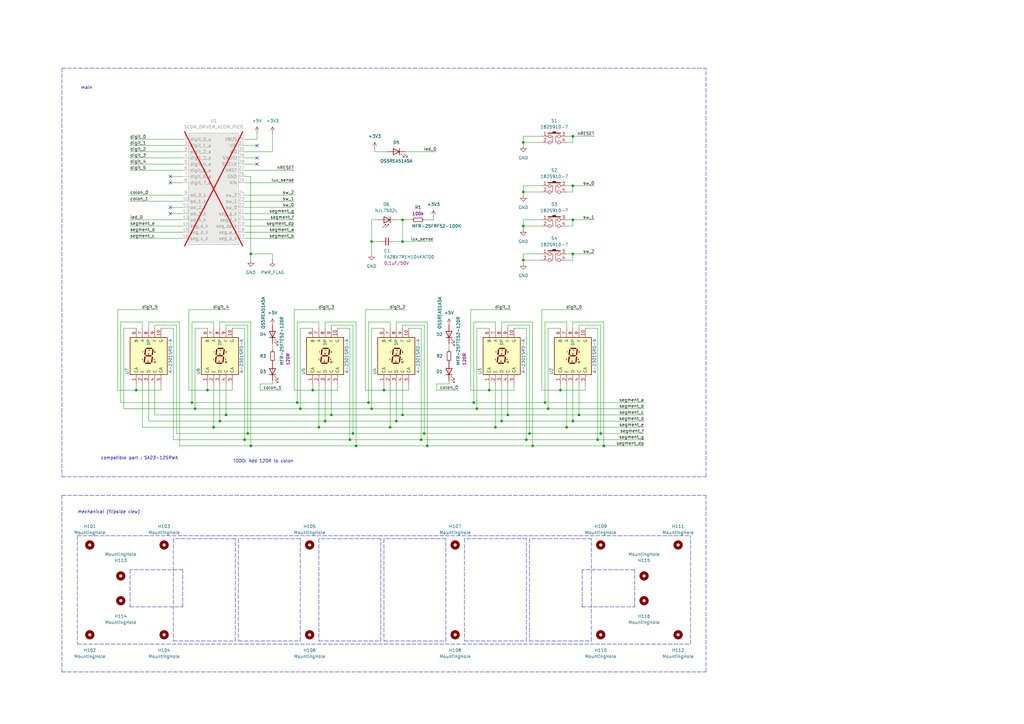
<source format=kicad_sch>
(kicad_sch
	(version 20250114)
	(generator "eeschema")
	(generator_version "9.0")
	(uuid "1b20ee09-ff29-49bb-8b8d-e6cef60bdce9")
	(paper "A3")
	(title_block
		(title "Clock Display")
	)
	(lib_symbols
		(symbol "00_custom_lib:1825910-7"
			(exclude_from_sim no)
			(in_bom yes)
			(on_board yes)
			(property "Reference" "S"
				(at 0 5.08 0)
				(effects
					(font
						(size 1.27 1.27)
					)
				)
			)
			(property "Value" "1825910-7"
				(at 0 -3.81 0)
				(effects
					(font
						(size 1.27 1.27)
					)
				)
			)
			(property "Footprint" ""
				(at 0 -6.35 0)
				(effects
					(font
						(size 1.27 1.27)
					)
					(hide yes)
				)
			)
			(property "Datasheet" "https://www.digikey.jp/ja/products/detail/te-connectivity-alcoswitch-switches/1825910-7/1731414"
				(at 0 -6.35 0)
				(effects
					(font
						(size 1.27 1.27)
					)
					(hide yes)
				)
			)
			(property "Description" "switch tactile 0.05A 24V"
				(at 0 -10.16 0)
				(effects
					(font
						(size 1.27 1.27)
					)
					(hide yes)
				)
			)
			(property "ki_keywords" "tactile switch"
				(at 0 0 0)
				(effects
					(font
						(size 1.27 1.27)
					)
					(hide yes)
				)
			)
			(property "ki_fp_filters" "1825910-7*"
				(at 0 0 0)
				(effects
					(font
						(size 1.27 1.27)
					)
					(hide yes)
				)
			)
			(symbol "1825910-7_0_1"
				(circle
					(center -1.905 1.27)
					(radius 0.635)
					(stroke
						(width 0)
						(type default)
					)
					(fill
						(type none)
					)
				)
				(circle
					(center -1.905 -1.27)
					(radius 0.635)
					(stroke
						(width 0)
						(type default)
					)
					(fill
						(type none)
					)
				)
				(polyline
					(pts
						(xy -1.27 1.27) (xy -0.635 1.27) (xy -0.635 -1.27) (xy -1.27 -1.27)
					)
					(stroke
						(width 0)
						(type default)
					)
					(fill
						(type none)
					)
				)
				(rectangle
					(start -0.635 3.175)
					(end 0.635 2.54)
					(stroke
						(width 0)
						(type default)
					)
					(fill
						(type outline)
					)
				)
				(polyline
					(pts
						(xy 1.27 -1.27) (xy 0.635 -1.27) (xy 0.635 1.27) (xy 1.27 1.27)
					)
					(stroke
						(width 0)
						(type default)
					)
					(fill
						(type none)
					)
				)
				(circle
					(center 1.905 1.27)
					(radius 0.635)
					(stroke
						(width 0)
						(type default)
					)
					(fill
						(type none)
					)
				)
				(circle
					(center 1.905 -1.27)
					(radius 0.635)
					(stroke
						(width 0)
						(type default)
					)
					(fill
						(type none)
					)
				)
				(pin passive line
					(at -5.08 1.27 0)
					(length 2.54)
					(name ""
						(effects
							(font
								(size 1.27 1.27)
							)
						)
					)
					(number "1"
						(effects
							(font
								(size 1.27 1.27)
							)
						)
					)
				)
				(pin passive line
					(at -5.08 -1.27 0)
					(length 2.54)
					(name ""
						(effects
							(font
								(size 1.27 1.27)
							)
						)
					)
					(number "2"
						(effects
							(font
								(size 1.27 1.27)
							)
						)
					)
				)
				(pin passive line
					(at 5.08 1.27 180)
					(length 2.54)
					(name ""
						(effects
							(font
								(size 1.27 1.27)
							)
						)
					)
					(number "3"
						(effects
							(font
								(size 1.27 1.27)
							)
						)
					)
				)
				(pin passive line
					(at 5.08 -1.27 180)
					(length 2.54)
					(name ""
						(effects
							(font
								(size 1.27 1.27)
							)
						)
					)
					(number "4"
						(effects
							(font
								(size 1.27 1.27)
							)
						)
					)
				)
			)
			(symbol "1825910-7_1_0"
				(polyline
					(pts
						(xy 2.54 2.54) (xy -2.54 2.54)
					)
					(stroke
						(width 0.381)
						(type default)
					)
					(fill
						(type none)
					)
				)
			)
			(embedded_fonts no)
		)
		(symbol "00_custom_lib:A-2301SRD-A"
			(pin_names
				(offset 0.635)
			)
			(exclude_from_sim no)
			(in_bom yes)
			(on_board yes)
			(property "Reference" "U"
				(at 8.255 1.27 0)
				(effects
					(font
						(size 1.27 1.27)
					)
					(justify left)
				)
			)
			(property "Value" "A-2301SRD-A"
				(at 8.255 -1.27 0)
				(effects
					(font
						(size 1.27 1.27)
					)
					(justify left)
				)
			)
			(property "Footprint" ""
				(at 8.255 -3.81 0)
				(effects
					(font
						(size 1.27 1.27)
					)
					(justify left)
					(hide yes)
				)
			)
			(property "Datasheet" "https://akizukidenshi.com/catalog/g/gI-08258/"
				(at 8.255 -3.81 0)
				(effects
					(font
						(size 1.27 1.27)
					)
					(justify left)
					(hide yes)
				)
			)
			(property "Description" "single digit 7 segment hyper red LED, common anode, 7.2V, 47.5mm width, 69.5mm height"
				(at 0 0 0)
				(effects
					(font
						(size 1.27 1.27)
					)
					(hide yes)
				)
			)
			(property "ki_keywords" "display LED 7-segment red large"
				(at 0 0 0)
				(effects
					(font
						(size 1.27 1.27)
					)
					(hide yes)
				)
			)
			(property "ki_fp_filters" "A-2301SRD-A*"
				(at 0 0 0)
				(effects
					(font
						(size 1.27 1.27)
					)
					(hide yes)
				)
			)
			(symbol "A-2301SRD-A_0_0"
				(text "E"
					(at -2.54 -1.397 0)
					(effects
						(font
							(size 0.508 0.508)
						)
					)
				)
				(text "F"
					(at -2.286 1.651 0)
					(effects
						(font
							(size 0.508 0.508)
						)
					)
				)
				(text "D"
					(at -0.254 -2.159 0)
					(effects
						(font
							(size 0.508 0.508)
						)
					)
				)
				(text "G"
					(at 0 0.889 0)
					(effects
						(font
							(size 0.508 0.508)
						)
					)
				)
				(text "A"
					(at 0.254 2.413 0)
					(effects
						(font
							(size 0.508 0.508)
						)
					)
				)
				(text "C"
					(at 2.286 -1.397 0)
					(effects
						(font
							(size 0.508 0.508)
						)
					)
				)
				(text "B"
					(at 2.54 1.651 0)
					(effects
						(font
							(size 0.508 0.508)
						)
					)
				)
				(text "DP"
					(at 2.54 -2.54 0)
					(effects
						(font
							(size 0.508 0.508)
						)
					)
				)
			)
			(symbol "A-2301SRD-A_0_1"
				(rectangle
					(start -7.62 7.62)
					(end 7.62 -7.62)
					(stroke
						(width 0.254)
						(type default)
					)
					(fill
						(type background)
					)
				)
				(polyline
					(pts
						(xy -1.524 -0.381) (xy -1.778 -2.413)
					)
					(stroke
						(width 0.508)
						(type default)
					)
					(fill
						(type none)
					)
				)
				(polyline
					(pts
						(xy -1.27 2.667) (xy -1.524 0.635)
					)
					(stroke
						(width 0.508)
						(type default)
					)
					(fill
						(type none)
					)
				)
				(polyline
					(pts
						(xy -1.27 -2.921) (xy 0.762 -2.921)
					)
					(stroke
						(width 0.508)
						(type default)
					)
					(fill
						(type none)
					)
				)
				(polyline
					(pts
						(xy -1.016 0.127) (xy 1.016 0.127)
					)
					(stroke
						(width 0.508)
						(type default)
					)
					(fill
						(type none)
					)
				)
				(polyline
					(pts
						(xy -0.762 3.175) (xy 1.27 3.175)
					)
					(stroke
						(width 0.508)
						(type default)
					)
					(fill
						(type none)
					)
				)
				(polyline
					(pts
						(xy 1.524 -0.381) (xy 1.27 -2.413)
					)
					(stroke
						(width 0.508)
						(type default)
					)
					(fill
						(type none)
					)
				)
				(polyline
					(pts
						(xy 1.778 2.667) (xy 1.524 0.635)
					)
					(stroke
						(width 0.508)
						(type default)
					)
					(fill
						(type none)
					)
				)
				(polyline
					(pts
						(xy 2.54 -2.921) (xy 2.54 -2.921)
					)
					(stroke
						(width 0.508)
						(type default)
					)
					(fill
						(type none)
					)
				)
			)
			(symbol "A-2301SRD-A_1_1"
				(pin passive line
					(at -5.08 11.43 270)
					(length 3.81)
					(name "B"
						(effects
							(font
								(size 1.27 1.27)
							)
						)
					)
					(number "6"
						(effects
							(font
								(size 1.27 1.27)
							)
						)
					)
				)
				(pin passive line
					(at -5.08 -11.43 90)
					(length 3.81)
					(name "CA"
						(effects
							(font
								(size 1.27 1.27)
							)
						)
					)
					(number "1"
						(effects
							(font
								(size 1.27 1.27)
							)
						)
					)
				)
				(pin passive line
					(at -2.54 11.43 270)
					(length 3.81)
					(name "A"
						(effects
							(font
								(size 1.27 1.27)
							)
						)
					)
					(number "7"
						(effects
							(font
								(size 1.27 1.27)
							)
						)
					)
				)
				(pin passive line
					(at -2.54 -11.43 90)
					(length 3.81)
					(name "E"
						(effects
							(font
								(size 1.27 1.27)
							)
						)
					)
					(number "2"
						(effects
							(font
								(size 1.27 1.27)
							)
						)
					)
				)
				(pin passive line
					(at 0 11.43 270)
					(length 3.81)
					(name "DP"
						(effects
							(font
								(size 1.27 1.27)
							)
						)
					)
					(number "8"
						(effects
							(font
								(size 1.27 1.27)
							)
						)
					)
				)
				(pin passive line
					(at 0 -11.43 90)
					(length 3.81)
					(name "D"
						(effects
							(font
								(size 1.27 1.27)
							)
						)
					)
					(number "3"
						(effects
							(font
								(size 1.27 1.27)
							)
						)
					)
				)
				(pin passive line
					(at 2.54 11.43 270)
					(length 3.81)
					(name "F"
						(effects
							(font
								(size 1.27 1.27)
							)
						)
					)
					(number "9"
						(effects
							(font
								(size 1.27 1.27)
							)
						)
					)
				)
				(pin passive line
					(at 2.54 -11.43 90)
					(length 3.81)
					(name "C"
						(effects
							(font
								(size 1.27 1.27)
							)
						)
					)
					(number "4"
						(effects
							(font
								(size 1.27 1.27)
							)
						)
					)
				)
				(pin passive line
					(at 5.08 11.43 270)
					(length 3.81)
					(name "G"
						(effects
							(font
								(size 1.27 1.27)
							)
						)
					)
					(number "10"
						(effects
							(font
								(size 1.27 1.27)
							)
						)
					)
				)
				(pin passive line
					(at 5.08 -11.43 90)
					(length 3.81)
					(name "CA"
						(effects
							(font
								(size 1.27 1.27)
							)
						)
					)
					(number "5"
						(effects
							(font
								(size 1.27 1.27)
							)
						)
					)
				)
			)
			(embedded_fonts no)
		)
		(symbol "00_custom_lib:FA28X7R1H104KNT00"
			(pin_numbers
				(hide yes)
			)
			(pin_names
				(offset 0.254)
				(hide yes)
			)
			(exclude_from_sim no)
			(in_bom yes)
			(on_board yes)
			(property "Reference" "C"
				(at 2.54 2.54 0)
				(effects
					(font
						(size 1.27 1.27)
					)
					(justify left)
				)
			)
			(property "Value" "FA28X7R1H104KNT00"
				(at 2.54 0 0)
				(effects
					(font
						(size 1.27 1.27)
					)
					(justify left)
				)
			)
			(property "Footprint" ""
				(at 0 0 0)
				(effects
					(font
						(size 1.27 1.27)
					)
					(hide yes)
				)
			)
			(property "Datasheet" "~"
				(at 2.54 -5.08 0)
				(effects
					(font
						(size 1.27 1.27)
					)
					(justify left)
					(hide yes)
				)
			)
			(property "Description" "unpolarized capacitor, 0.1uF 50V 10%, THT Radial"
				(at 0 0 0)
				(effects
					(font
						(size 1.27 1.27)
					)
					(hide yes)
				)
			)
			(property "Param" "0.1uF/50V"
				(at 2.54 -2.54 0)
				(effects
					(font
						(size 1.27 1.27)
					)
					(justify left)
				)
			)
			(property "ki_keywords" "C capacitor cap"
				(at 0 0 0)
				(effects
					(font
						(size 1.27 1.27)
					)
					(hide yes)
				)
			)
			(property "ki_fp_filters" "FA28X7R1H104KNT00*"
				(at 0 0 0)
				(effects
					(font
						(size 1.27 1.27)
					)
					(hide yes)
				)
			)
			(symbol "FA28X7R1H104KNT00_0_1"
				(polyline
					(pts
						(xy -1.524 0.508) (xy 1.524 0.508)
					)
					(stroke
						(width 0.3048)
						(type default)
					)
					(fill
						(type none)
					)
				)
				(polyline
					(pts
						(xy -1.524 -0.508) (xy 1.524 -0.508)
					)
					(stroke
						(width 0.3302)
						(type default)
					)
					(fill
						(type none)
					)
				)
			)
			(symbol "FA28X7R1H104KNT00_1_1"
				(pin passive line
					(at 0 2.54 270)
					(length 2.032)
					(name "~"
						(effects
							(font
								(size 1.27 1.27)
							)
						)
					)
					(number "1"
						(effects
							(font
								(size 1.27 1.27)
							)
						)
					)
				)
				(pin passive line
					(at 0 -2.54 90)
					(length 2.032)
					(name "~"
						(effects
							(font
								(size 1.27 1.27)
							)
						)
					)
					(number "2"
						(effects
							(font
								(size 1.27 1.27)
							)
						)
					)
				)
			)
			(embedded_fonts no)
		)
		(symbol "00_custom_lib:MFR-25FRF52-100K"
			(pin_numbers
				(hide yes)
			)
			(pin_names
				(offset 0.254)
				(hide yes)
			)
			(exclude_from_sim no)
			(in_bom yes)
			(on_board yes)
			(property "Reference" "R"
				(at 0 2.54 0)
				(effects
					(font
						(size 1.27 1.27)
					)
				)
			)
			(property "Value" "MFR-25FRF52-100K"
				(at 0 -2.54 0)
				(effects
					(font
						(size 1.27 1.27)
					)
				)
			)
			(property "Footprint" ""
				(at 0 0 0)
				(effects
					(font
						(size 1.27 1.27)
					)
					(hide yes)
				)
			)
			(property "Datasheet" "https://digikey.jp/en/products/detail/yageo/MFR-25FRF52-100K/14630"
				(at 0 -7.62 0)
				(effects
					(font
						(size 1.27 1.27)
					)
					(hide yes)
				)
			)
			(property "Description" "resistor 100k 1% 0.25W axial"
				(at 0 -5.08 0)
				(effects
					(font
						(size 1.27 1.27)
					)
					(hide yes)
				)
			)
			(property "Param" "100k"
				(at 0 -10.16 0)
				(effects
					(font
						(size 1.27 1.27)
					)
				)
			)
			(property "ki_keywords" "R resistor"
				(at 0 0 0)
				(effects
					(font
						(size 1.27 1.27)
					)
					(hide yes)
				)
			)
			(property "ki_fp_filters" "MFR-25FRF52-100K*"
				(at 0 0 0)
				(effects
					(font
						(size 1.27 1.27)
					)
					(hide yes)
				)
			)
			(symbol "MFR-25FRF52-100K_0_1"
				(rectangle
					(start -1.778 0.762)
					(end 1.778 -0.762)
					(stroke
						(width 0.2032)
						(type default)
					)
					(fill
						(type none)
					)
				)
			)
			(symbol "MFR-25FRF52-100K_1_1"
				(pin passive line
					(at -2.54 0 0)
					(length 0.762)
					(name "~"
						(effects
							(font
								(size 1.27 1.27)
							)
						)
					)
					(number "1"
						(effects
							(font
								(size 1.27 1.27)
							)
						)
					)
				)
				(pin passive line
					(at 2.54 0 180)
					(length 0.762)
					(name "~"
						(effects
							(font
								(size 1.27 1.27)
							)
						)
					)
					(number "2"
						(effects
							(font
								(size 1.27 1.27)
							)
						)
					)
				)
			)
			(embedded_fonts no)
		)
		(symbol "00_custom_lib:MFR-25FTE52-120R"
			(pin_numbers
				(hide yes)
			)
			(pin_names
				(offset 0.254)
				(hide yes)
			)
			(exclude_from_sim no)
			(in_bom yes)
			(on_board yes)
			(property "Reference" "R"
				(at 0 2.54 0)
				(effects
					(font
						(size 1.27 1.27)
					)
				)
			)
			(property "Value" "MFR-25FTE52-120R"
				(at 0 -2.54 0)
				(effects
					(font
						(size 1.27 1.27)
					)
				)
			)
			(property "Footprint" ""
				(at 0 0 0)
				(effects
					(font
						(size 1.27 1.27)
					)
					(hide yes)
				)
			)
			(property "Datasheet" "https://www.digikey.jp/en/products/detail/yageo/MFR-25FTE52-120R/9139747"
				(at 0 -7.62 0)
				(effects
					(font
						(size 1.27 1.27)
					)
					(hide yes)
				)
			)
			(property "Description" "resistor 120R 1% 0.25W axial"
				(at 0 -5.08 0)
				(effects
					(font
						(size 1.27 1.27)
					)
					(hide yes)
				)
			)
			(property "Param" "120R"
				(at 0 -10.16 0)
				(effects
					(font
						(size 1.27 1.27)
					)
				)
			)
			(property "ki_keywords" "R resistor"
				(at 0 0 0)
				(effects
					(font
						(size 1.27 1.27)
					)
					(hide yes)
				)
			)
			(property "ki_fp_filters" "MFR-25FTE52-120R*"
				(at 0 0 0)
				(effects
					(font
						(size 1.27 1.27)
					)
					(hide yes)
				)
			)
			(symbol "MFR-25FTE52-120R_0_1"
				(rectangle
					(start -1.778 0.762)
					(end 1.778 -0.762)
					(stroke
						(width 0.2032)
						(type default)
					)
					(fill
						(type none)
					)
				)
			)
			(symbol "MFR-25FTE52-120R_1_1"
				(pin passive line
					(at -2.54 0 0)
					(length 0.762)
					(name "~"
						(effects
							(font
								(size 1.27 1.27)
							)
						)
					)
					(number "1"
						(effects
							(font
								(size 1.27 1.27)
							)
						)
					)
				)
				(pin passive line
					(at 2.54 0 180)
					(length 0.762)
					(name "~"
						(effects
							(font
								(size 1.27 1.27)
							)
						)
					)
					(number "2"
						(effects
							(font
								(size 1.27 1.27)
							)
						)
					)
				)
			)
			(embedded_fonts no)
		)
		(symbol "00_custom_lib:NJL7502L"
			(pin_numbers
				(hide yes)
			)
			(pin_names
				(hide yes)
			)
			(exclude_from_sim no)
			(in_bom yes)
			(on_board yes)
			(property "Reference" "D"
				(at 1.778 1.778 0)
				(effects
					(font
						(size 1.27 1.27)
					)
					(justify left)
				)
			)
			(property "Value" "NJL7502L"
				(at 0.254 -2.794 0)
				(effects
					(font
						(size 1.27 1.27)
					)
				)
			)
			(property "Footprint" ""
				(at 0 0 0)
				(effects
					(font
						(size 1.27 1.27)
					)
					(hide yes)
				)
			)
			(property "Datasheet" "https://akizukidenshi.com/catalog/g/gI-02325/"
				(at 0 -5.08 0)
				(effects
					(font
						(size 1.27 1.27)
					)
					(hide yes)
				)
			)
			(property "Description" "Photodiode, 3mm diameter LED shape, 560nm, 100Lux 33uA"
				(at 0 0 0)
				(effects
					(font
						(size 1.27 1.27)
					)
					(hide yes)
				)
			)
			(property "ki_keywords" "photodiode diode opto"
				(at 0 0 0)
				(effects
					(font
						(size 1.27 1.27)
					)
					(hide yes)
				)
			)
			(property "ki_fp_filters" "NJL7502L*"
				(at 0 0 0)
				(effects
					(font
						(size 1.27 1.27)
					)
					(hide yes)
				)
			)
			(symbol "NJL7502L_0_1"
				(polyline
					(pts
						(xy -1.27 1.27) (xy -1.27 -1.27)
					)
					(stroke
						(width 0.254)
						(type default)
					)
					(fill
						(type none)
					)
				)
				(polyline
					(pts
						(xy -0.762 1.778) (xy -0.254 1.778)
					)
					(stroke
						(width 0)
						(type default)
					)
					(fill
						(type none)
					)
				)
				(polyline
					(pts
						(xy 0.762 3.302) (xy -0.762 1.778) (xy -0.762 2.286)
					)
					(stroke
						(width 0)
						(type default)
					)
					(fill
						(type none)
					)
				)
				(polyline
					(pts
						(xy 1.27 0) (xy -1.27 0)
					)
					(stroke
						(width 0)
						(type default)
					)
					(fill
						(type none)
					)
				)
				(polyline
					(pts
						(xy 1.27 -1.27) (xy 1.27 1.27) (xy -1.27 0) (xy 1.27 -1.27)
					)
					(stroke
						(width 0.254)
						(type default)
					)
					(fill
						(type none)
					)
				)
				(polyline
					(pts
						(xy 2.032 3.302) (xy 0.508 1.778) (xy 0.508 2.286) (xy 0.508 1.778) (xy 1.016 1.778)
					)
					(stroke
						(width 0)
						(type default)
					)
					(fill
						(type none)
					)
				)
			)
			(symbol "NJL7502L_1_1"
				(pin passive line
					(at -3.81 0 0)
					(length 2.54)
					(name "K"
						(effects
							(font
								(size 1.27 1.27)
							)
						)
					)
					(number "1"
						(effects
							(font
								(size 1.27 1.27)
							)
						)
					)
				)
				(pin passive line
					(at 3.81 0 180)
					(length 2.54)
					(name "A"
						(effects
							(font
								(size 1.27 1.27)
							)
						)
					)
					(number "2"
						(effects
							(font
								(size 1.27 1.27)
							)
						)
					)
				)
			)
			(embedded_fonts no)
		)
		(symbol "00_custom_lib:OS5REA51A5A"
			(pin_numbers
				(hide yes)
			)
			(pin_names
				(offset 1.016)
				(hide yes)
			)
			(exclude_from_sim no)
			(in_bom yes)
			(on_board yes)
			(property "Reference" "D"
				(at 0 2.54 0)
				(effects
					(font
						(size 1.27 1.27)
					)
				)
			)
			(property "Value" "OS5REA51A5A"
				(at 0 -4.445 0)
				(effects
					(font
						(size 1.27 1.27)
					)
				)
			)
			(property "Footprint" ""
				(at 0 0 0)
				(effects
					(font
						(size 1.27 1.27)
					)
					(hide yes)
				)
			)
			(property "Datasheet" "https://akizukidenshi.com/catalog/g/gI-14209/"
				(at 0 -6.985 0)
				(effects
					(font
						(size 1.27 1.27)
					)
					(hide yes)
				)
			)
			(property "Description" "LED red 5mm diameter smoked tip, 20mA, 2.1V"
				(at 0 0 0)
				(effects
					(font
						(size 1.27 1.27)
					)
					(hide yes)
				)
			)
			(property "ki_keywords" "LED diode"
				(at 0 0 0)
				(effects
					(font
						(size 1.27 1.27)
					)
					(hide yes)
				)
			)
			(property "ki_fp_filters" "OS5REA51A5A*"
				(at 0 0 0)
				(effects
					(font
						(size 1.27 1.27)
					)
					(hide yes)
				)
			)
			(symbol "OS5REA51A5A_0_1"
				(polyline
					(pts
						(xy -3.048 -0.762) (xy -4.572 -2.286) (xy -3.81 -2.286) (xy -4.572 -2.286) (xy -4.572 -1.524)
					)
					(stroke
						(width 0)
						(type default)
					)
					(fill
						(type none)
					)
				)
				(polyline
					(pts
						(xy -1.778 -0.762) (xy -3.302 -2.286) (xy -2.54 -2.286) (xy -3.302 -2.286) (xy -3.302 -1.524)
					)
					(stroke
						(width 0)
						(type default)
					)
					(fill
						(type none)
					)
				)
				(polyline
					(pts
						(xy -1.27 0) (xy 1.27 0)
					)
					(stroke
						(width 0)
						(type default)
					)
					(fill
						(type none)
					)
				)
				(polyline
					(pts
						(xy -1.27 -1.27) (xy -1.27 1.27)
					)
					(stroke
						(width 0.254)
						(type default)
					)
					(fill
						(type none)
					)
				)
				(polyline
					(pts
						(xy 1.27 -1.27) (xy 1.27 1.27) (xy -1.27 0) (xy 1.27 -1.27)
					)
					(stroke
						(width 0.254)
						(type default)
					)
					(fill
						(type none)
					)
				)
			)
			(symbol "OS5REA51A5A_1_1"
				(pin passive line
					(at -3.81 0 0)
					(length 2.54)
					(name "K"
						(effects
							(font
								(size 1.27 1.27)
							)
						)
					)
					(number "1"
						(effects
							(font
								(size 1.27 1.27)
							)
						)
					)
				)
				(pin passive line
					(at 3.81 0 180)
					(length 2.54)
					(name "A"
						(effects
							(font
								(size 1.27 1.27)
							)
						)
					)
					(number "2"
						(effects
							(font
								(size 1.27 1.27)
							)
						)
					)
				)
			)
			(embedded_fonts no)
		)
		(symbol "00_custom_lib:SEGM_DRIVER_ACOM_Pico"
			(exclude_from_sim no)
			(in_bom yes)
			(on_board yes)
			(property "Reference" "U"
				(at 0 27.94 0)
				(effects
					(font
						(size 1.27 1.27)
					)
				)
			)
			(property "Value" "SEGM_DRIVER_ACOM_Pico"
				(at 0 25.4 0)
				(effects
					(font
						(size 1.27 1.27)
					)
				)
			)
			(property "Footprint" ""
				(at 13.335 -64.77 0)
				(effects
					(font
						(size 1.27 1.27)
					)
					(hide yes)
				)
			)
			(property "Datasheet" ""
				(at 13.97 -67.31 0)
				(effects
					(font
						(size 1.27 1.27)
					)
					(hide yes)
				)
			)
			(property "Description" "Anode-common 7segment x 8digit display driver unit powered by Raspberry Pi Pico"
				(at 0 -25.4 0)
				(effects
					(font
						(size 1.27 1.27)
					)
					(hide yes)
				)
			)
			(property "ki_fp_filters" "SEGM_DRIVER_ACOM_Pico*"
				(at 0 0 0)
				(effects
					(font
						(size 1.27 1.27)
					)
					(hide yes)
				)
			)
			(symbol "SEGM_DRIVER_ACOM_Pico_0_1"
				(rectangle
					(start -10.16 22.86)
					(end 10.16 -22.86)
					(stroke
						(width 0)
						(type default)
					)
					(fill
						(type background)
					)
				)
			)
			(symbol "SEGM_DRIVER_ACOM_Pico_1_1"
				(pin passive line
					(at -12.7 20.32 0)
					(length 2.54)
					(name "digit_0_a"
						(effects
							(font
								(size 1.27 1.27)
							)
						)
					)
					(number "1"
						(effects
							(font
								(size 1.27 1.27)
							)
						)
					)
				)
				(pin passive line
					(at -12.7 17.78 0)
					(length 2.54)
					(name "digit_1_a"
						(effects
							(font
								(size 1.27 1.27)
							)
						)
					)
					(number "2"
						(effects
							(font
								(size 1.27 1.27)
							)
						)
					)
				)
				(pin passive line
					(at -12.7 15.24 0)
					(length 2.54)
					(name "digit_2_a"
						(effects
							(font
								(size 1.27 1.27)
							)
						)
					)
					(number "3"
						(effects
							(font
								(size 1.27 1.27)
							)
						)
					)
				)
				(pin passive line
					(at -12.7 12.7 0)
					(length 2.54)
					(name "digit_3_a"
						(effects
							(font
								(size 1.27 1.27)
							)
						)
					)
					(number "4"
						(effects
							(font
								(size 1.27 1.27)
							)
						)
					)
				)
				(pin passive line
					(at -12.7 10.16 0)
					(length 2.54)
					(name "digit_4_a"
						(effects
							(font
								(size 1.27 1.27)
							)
						)
					)
					(number "5"
						(effects
							(font
								(size 1.27 1.27)
							)
						)
					)
				)
				(pin passive line
					(at -12.7 7.62 0)
					(length 2.54)
					(name "digit_5_a"
						(effects
							(font
								(size 1.27 1.27)
							)
						)
					)
					(number "6"
						(effects
							(font
								(size 1.27 1.27)
							)
						)
					)
				)
				(pin passive line
					(at -12.7 5.08 0)
					(length 2.54)
					(name "digit_6_a"
						(effects
							(font
								(size 1.27 1.27)
							)
						)
					)
					(number "7"
						(effects
							(font
								(size 1.27 1.27)
							)
						)
					)
				)
				(pin passive line
					(at -12.7 2.54 0)
					(length 2.54)
					(name "digit_7_a"
						(effects
							(font
								(size 1.27 1.27)
							)
						)
					)
					(number "8"
						(effects
							(font
								(size 1.27 1.27)
							)
						)
					)
				)
				(pin passive line
					(at -12.7 -2.54 0)
					(length 2.54)
					(name "od_0_k"
						(effects
							(font
								(size 1.27 1.27)
							)
						)
					)
					(number "9"
						(effects
							(font
								(size 1.27 1.27)
							)
						)
					)
				)
				(pin passive line
					(at -12.7 -5.08 0)
					(length 2.54)
					(name "od_1_k"
						(effects
							(font
								(size 1.27 1.27)
							)
						)
					)
					(number "10"
						(effects
							(font
								(size 1.27 1.27)
							)
						)
					)
				)
				(pin passive line
					(at -12.7 -7.62 0)
					(length 2.54)
					(name "od_2_k"
						(effects
							(font
								(size 1.27 1.27)
							)
						)
					)
					(number "11"
						(effects
							(font
								(size 1.27 1.27)
							)
						)
					)
				)
				(pin passive line
					(at -12.7 -10.16 0)
					(length 2.54)
					(name "od_3_k"
						(effects
							(font
								(size 1.27 1.27)
							)
						)
					)
					(number "12"
						(effects
							(font
								(size 1.27 1.27)
							)
						)
					)
				)
				(pin passive line
					(at -12.7 -12.7 0)
					(length 2.54)
					(name "od_4_k"
						(effects
							(font
								(size 1.27 1.27)
							)
						)
					)
					(number "13"
						(effects
							(font
								(size 1.27 1.27)
							)
						)
					)
				)
				(pin passive line
					(at -12.7 -15.24 0)
					(length 2.54)
					(name "seg_e_k"
						(effects
							(font
								(size 1.27 1.27)
							)
						)
					)
					(number "14"
						(effects
							(font
								(size 1.27 1.27)
							)
						)
					)
				)
				(pin passive line
					(at -12.7 -17.78 0)
					(length 2.54)
					(name "seg_d_k"
						(effects
							(font
								(size 1.27 1.27)
							)
						)
					)
					(number "15"
						(effects
							(font
								(size 1.27 1.27)
							)
						)
					)
				)
				(pin passive line
					(at -12.7 -20.32 0)
					(length 2.54)
					(name "seg_c_k"
						(effects
							(font
								(size 1.27 1.27)
							)
						)
					)
					(number "16"
						(effects
							(font
								(size 1.27 1.27)
							)
						)
					)
				)
				(pin power_out line
					(at 12.7 20.32 180)
					(length 2.54)
					(name "VBUS"
						(effects
							(font
								(size 1.27 1.27)
							)
						)
					)
					(number "32"
						(effects
							(font
								(size 1.27 1.27)
							)
						)
					)
				)
				(pin power_in line
					(at 12.7 17.78 180)
					(length 2.54)
					(name "VIN"
						(effects
							(font
								(size 1.27 1.27)
							)
						)
					)
					(number "31"
						(effects
							(font
								(size 1.27 1.27)
							)
						)
					)
				)
				(pin power_out line
					(at 12.7 15.24 180)
					(length 2.54)
					(name "VIO"
						(effects
							(font
								(size 1.27 1.27)
							)
						)
					)
					(number "30"
						(effects
							(font
								(size 1.27 1.27)
							)
						)
					)
				)
				(pin passive line
					(at 12.7 12.7 180)
					(length 2.54)
					(name "SWDIO"
						(effects
							(font
								(size 1.27 1.27)
							)
						)
					)
					(number "29"
						(effects
							(font
								(size 1.27 1.27)
							)
						)
					)
				)
				(pin passive line
					(at 12.7 10.16 180)
					(length 2.54)
					(name "SWCLK"
						(effects
							(font
								(size 1.27 1.27)
							)
						)
					)
					(number "28"
						(effects
							(font
								(size 1.27 1.27)
							)
						)
					)
				)
				(pin passive line
					(at 12.7 7.62 180)
					(length 2.54)
					(name "NRST"
						(effects
							(font
								(size 1.27 1.27)
							)
						)
					)
					(number "27"
						(effects
							(font
								(size 1.27 1.27)
							)
						)
					)
				)
				(pin power_in line
					(at 12.7 5.08 180)
					(length 2.54)
					(name "GND"
						(effects
							(font
								(size 1.27 1.27)
							)
						)
					)
					(number "26"
						(effects
							(font
								(size 1.27 1.27)
							)
						)
					)
				)
				(pin passive line
					(at 12.7 2.54 180)
					(length 2.54)
					(name "AIN"
						(effects
							(font
								(size 1.27 1.27)
							)
						)
					)
					(number "25"
						(effects
							(font
								(size 1.27 1.27)
							)
						)
					)
				)
				(pin passive line
					(at 12.7 -2.54 180)
					(length 2.54)
					(name "sw_2"
						(effects
							(font
								(size 1.27 1.27)
							)
						)
					)
					(number "24"
						(effects
							(font
								(size 1.27 1.27)
							)
						)
					)
				)
				(pin passive line
					(at 12.7 -5.08 180)
					(length 2.54)
					(name "sw_1"
						(effects
							(font
								(size 1.27 1.27)
							)
						)
					)
					(number "23"
						(effects
							(font
								(size 1.27 1.27)
							)
						)
					)
				)
				(pin passive line
					(at 12.7 -7.62 180)
					(length 2.54)
					(name "sw_0"
						(effects
							(font
								(size 1.27 1.27)
							)
						)
					)
					(number "22"
						(effects
							(font
								(size 1.27 1.27)
							)
						)
					)
				)
				(pin passive line
					(at 12.7 -10.16 180)
					(length 2.54)
					(name "seg_g_k"
						(effects
							(font
								(size 1.27 1.27)
							)
						)
					)
					(number "21"
						(effects
							(font
								(size 1.27 1.27)
							)
						)
					)
				)
				(pin passive line
					(at 12.7 -12.7 180)
					(length 2.54)
					(name "seg_f_k"
						(effects
							(font
								(size 1.27 1.27)
							)
						)
					)
					(number "20"
						(effects
							(font
								(size 1.27 1.27)
							)
						)
					)
				)
				(pin passive line
					(at 12.7 -15.24 180)
					(length 2.54)
					(name "seg_dp_k"
						(effects
							(font
								(size 1.27 1.27)
							)
						)
					)
					(number "19"
						(effects
							(font
								(size 1.27 1.27)
							)
						)
					)
				)
				(pin passive line
					(at 12.7 -17.78 180)
					(length 2.54)
					(name "seg_a_k"
						(effects
							(font
								(size 1.27 1.27)
							)
						)
					)
					(number "18"
						(effects
							(font
								(size 1.27 1.27)
							)
						)
					)
				)
				(pin passive line
					(at 12.7 -20.32 180)
					(length 2.54)
					(name "seg_b_k"
						(effects
							(font
								(size 1.27 1.27)
							)
						)
					)
					(number "17"
						(effects
							(font
								(size 1.27 1.27)
							)
						)
					)
				)
			)
			(embedded_fonts no)
		)
		(symbol "Mechanical:MountingHole"
			(pin_names
				(offset 1.016)
			)
			(exclude_from_sim no)
			(in_bom yes)
			(on_board yes)
			(property "Reference" "H"
				(at 0 5.08 0)
				(effects
					(font
						(size 1.27 1.27)
					)
				)
			)
			(property "Value" "MountingHole"
				(at 0 3.175 0)
				(effects
					(font
						(size 1.27 1.27)
					)
				)
			)
			(property "Footprint" ""
				(at 0 0 0)
				(effects
					(font
						(size 1.27 1.27)
					)
					(hide yes)
				)
			)
			(property "Datasheet" "~"
				(at 0 0 0)
				(effects
					(font
						(size 1.27 1.27)
					)
					(hide yes)
				)
			)
			(property "Description" "Mounting Hole without connection"
				(at 0 0 0)
				(effects
					(font
						(size 1.27 1.27)
					)
					(hide yes)
				)
			)
			(property "ki_keywords" "mounting hole"
				(at 0 0 0)
				(effects
					(font
						(size 1.27 1.27)
					)
					(hide yes)
				)
			)
			(property "ki_fp_filters" "MountingHole*"
				(at 0 0 0)
				(effects
					(font
						(size 1.27 1.27)
					)
					(hide yes)
				)
			)
			(symbol "MountingHole_0_1"
				(circle
					(center 0 0)
					(radius 1.27)
					(stroke
						(width 1.27)
						(type default)
					)
					(fill
						(type none)
					)
				)
			)
			(embedded_fonts no)
		)
		(symbol "power:+3V3"
			(power)
			(pin_numbers
				(hide yes)
			)
			(pin_names
				(offset 0)
				(hide yes)
			)
			(exclude_from_sim no)
			(in_bom yes)
			(on_board yes)
			(property "Reference" "#PWR"
				(at 0 -3.81 0)
				(effects
					(font
						(size 1.27 1.27)
					)
					(hide yes)
				)
			)
			(property "Value" "+3V3"
				(at 0 3.556 0)
				(effects
					(font
						(size 1.27 1.27)
					)
				)
			)
			(property "Footprint" ""
				(at 0 0 0)
				(effects
					(font
						(size 1.27 1.27)
					)
					(hide yes)
				)
			)
			(property "Datasheet" ""
				(at 0 0 0)
				(effects
					(font
						(size 1.27 1.27)
					)
					(hide yes)
				)
			)
			(property "Description" "Power symbol creates a global label with name \"+3V3\""
				(at 0 0 0)
				(effects
					(font
						(size 1.27 1.27)
					)
					(hide yes)
				)
			)
			(property "ki_keywords" "global power"
				(at 0 0 0)
				(effects
					(font
						(size 1.27 1.27)
					)
					(hide yes)
				)
			)
			(symbol "+3V3_0_1"
				(polyline
					(pts
						(xy -0.762 1.27) (xy 0 2.54)
					)
					(stroke
						(width 0)
						(type default)
					)
					(fill
						(type none)
					)
				)
				(polyline
					(pts
						(xy 0 2.54) (xy 0.762 1.27)
					)
					(stroke
						(width 0)
						(type default)
					)
					(fill
						(type none)
					)
				)
				(polyline
					(pts
						(xy 0 0) (xy 0 2.54)
					)
					(stroke
						(width 0)
						(type default)
					)
					(fill
						(type none)
					)
				)
			)
			(symbol "+3V3_1_1"
				(pin power_in line
					(at 0 0 90)
					(length 0)
					(name "~"
						(effects
							(font
								(size 1.27 1.27)
							)
						)
					)
					(number "1"
						(effects
							(font
								(size 1.27 1.27)
							)
						)
					)
				)
			)
			(embedded_fonts no)
		)
		(symbol "power:+5V"
			(power)
			(pin_numbers
				(hide yes)
			)
			(pin_names
				(offset 0)
				(hide yes)
			)
			(exclude_from_sim no)
			(in_bom yes)
			(on_board yes)
			(property "Reference" "#PWR"
				(at 0 -3.81 0)
				(effects
					(font
						(size 1.27 1.27)
					)
					(hide yes)
				)
			)
			(property "Value" "+5V"
				(at 0 3.556 0)
				(effects
					(font
						(size 1.27 1.27)
					)
				)
			)
			(property "Footprint" ""
				(at 0 0 0)
				(effects
					(font
						(size 1.27 1.27)
					)
					(hide yes)
				)
			)
			(property "Datasheet" ""
				(at 0 0 0)
				(effects
					(font
						(size 1.27 1.27)
					)
					(hide yes)
				)
			)
			(property "Description" "Power symbol creates a global label with name \"+5V\""
				(at 0 0 0)
				(effects
					(font
						(size 1.27 1.27)
					)
					(hide yes)
				)
			)
			(property "ki_keywords" "global power"
				(at 0 0 0)
				(effects
					(font
						(size 1.27 1.27)
					)
					(hide yes)
				)
			)
			(symbol "+5V_0_1"
				(polyline
					(pts
						(xy -0.762 1.27) (xy 0 2.54)
					)
					(stroke
						(width 0)
						(type default)
					)
					(fill
						(type none)
					)
				)
				(polyline
					(pts
						(xy 0 2.54) (xy 0.762 1.27)
					)
					(stroke
						(width 0)
						(type default)
					)
					(fill
						(type none)
					)
				)
				(polyline
					(pts
						(xy 0 0) (xy 0 2.54)
					)
					(stroke
						(width 0)
						(type default)
					)
					(fill
						(type none)
					)
				)
			)
			(symbol "+5V_1_1"
				(pin power_in line
					(at 0 0 90)
					(length 0)
					(name "~"
						(effects
							(font
								(size 1.27 1.27)
							)
						)
					)
					(number "1"
						(effects
							(font
								(size 1.27 1.27)
							)
						)
					)
				)
			)
			(embedded_fonts no)
		)
		(symbol "power:GND"
			(power)
			(pin_numbers
				(hide yes)
			)
			(pin_names
				(offset 0)
				(hide yes)
			)
			(exclude_from_sim no)
			(in_bom yes)
			(on_board yes)
			(property "Reference" "#PWR"
				(at 0 -6.35 0)
				(effects
					(font
						(size 1.27 1.27)
					)
					(hide yes)
				)
			)
			(property "Value" "GND"
				(at 0 -3.81 0)
				(effects
					(font
						(size 1.27 1.27)
					)
				)
			)
			(property "Footprint" ""
				(at 0 0 0)
				(effects
					(font
						(size 1.27 1.27)
					)
					(hide yes)
				)
			)
			(property "Datasheet" ""
				(at 0 0 0)
				(effects
					(font
						(size 1.27 1.27)
					)
					(hide yes)
				)
			)
			(property "Description" "Power symbol creates a global label with name \"GND\" , ground"
				(at 0 0 0)
				(effects
					(font
						(size 1.27 1.27)
					)
					(hide yes)
				)
			)
			(property "ki_keywords" "global power"
				(at 0 0 0)
				(effects
					(font
						(size 1.27 1.27)
					)
					(hide yes)
				)
			)
			(symbol "GND_0_1"
				(polyline
					(pts
						(xy 0 0) (xy 0 -1.27) (xy 1.27 -1.27) (xy 0 -2.54) (xy -1.27 -1.27) (xy 0 -1.27)
					)
					(stroke
						(width 0)
						(type default)
					)
					(fill
						(type none)
					)
				)
			)
			(symbol "GND_1_1"
				(pin power_in line
					(at 0 0 270)
					(length 0)
					(name "~"
						(effects
							(font
								(size 1.27 1.27)
							)
						)
					)
					(number "1"
						(effects
							(font
								(size 1.27 1.27)
							)
						)
					)
				)
			)
			(embedded_fonts no)
		)
		(symbol "power:PWR_FLAG"
			(power)
			(pin_numbers
				(hide yes)
			)
			(pin_names
				(offset 0)
				(hide yes)
			)
			(exclude_from_sim no)
			(in_bom yes)
			(on_board yes)
			(property "Reference" "#FLG"
				(at 0 1.905 0)
				(effects
					(font
						(size 1.27 1.27)
					)
					(hide yes)
				)
			)
			(property "Value" "PWR_FLAG"
				(at 0 3.81 0)
				(effects
					(font
						(size 1.27 1.27)
					)
				)
			)
			(property "Footprint" ""
				(at 0 0 0)
				(effects
					(font
						(size 1.27 1.27)
					)
					(hide yes)
				)
			)
			(property "Datasheet" "~"
				(at 0 0 0)
				(effects
					(font
						(size 1.27 1.27)
					)
					(hide yes)
				)
			)
			(property "Description" "Special symbol for telling ERC where power comes from"
				(at 0 0 0)
				(effects
					(font
						(size 1.27 1.27)
					)
					(hide yes)
				)
			)
			(property "ki_keywords" "flag power"
				(at 0 0 0)
				(effects
					(font
						(size 1.27 1.27)
					)
					(hide yes)
				)
			)
			(symbol "PWR_FLAG_0_0"
				(pin power_out line
					(at 0 0 90)
					(length 0)
					(name "~"
						(effects
							(font
								(size 1.27 1.27)
							)
						)
					)
					(number "1"
						(effects
							(font
								(size 1.27 1.27)
							)
						)
					)
				)
			)
			(symbol "PWR_FLAG_0_1"
				(polyline
					(pts
						(xy 0 0) (xy 0 1.27) (xy -1.016 1.905) (xy 0 2.54) (xy 1.016 1.905) (xy 0 1.27)
					)
					(stroke
						(width 0)
						(type default)
					)
					(fill
						(type none)
					)
				)
			)
			(embedded_fonts no)
		)
	)
	(text "TODO: Add 120R to colon"
		(exclude_from_sim no)
		(at 107.95 189.23 0)
		(effects
			(font
				(size 1.27 1.27)
			)
		)
		(uuid "5574318d-3831-45ed-a2c3-6c5ec2f49b6d")
	)
	(text "compatible part : SA23-12SRWA"
		(exclude_from_sim no)
		(at 57.15 187.96 0)
		(effects
			(font
				(size 1.27 1.27)
			)
		)
		(uuid "5ca5ce72-af8c-4c84-8d9f-46792954859b")
	)
	(text "mechanical (flipside view)"
		(exclude_from_sim no)
		(at 31.75 210.82 0)
		(effects
			(font
				(size 1.27 1.27)
				(italic yes)
			)
			(justify left bottom)
		)
		(uuid "aa3eb52e-5856-4afe-aa96-8f5b94ad52ee")
	)
	(text "main"
		(exclude_from_sim no)
		(at 33.02 36.83 0)
		(effects
			(font
				(size 1.27 1.27)
				(italic yes)
			)
			(justify left bottom)
		)
		(uuid "dc28bd1b-6d86-4185-86e6-dd6365bdac38")
	)
	(junction
		(at 135.89 170.18)
		(diameter 0)
		(color 0 0 0 0)
		(uuid "02ece4b1-c5b2-40a4-b0cc-7c25419f2f10")
	)
	(junction
		(at 217.17 177.8)
		(diameter 0)
		(color 0 0 0 0)
		(uuid "0671e263-69da-4271-89d5-20248b8f2ddb")
	)
	(junction
		(at 234.95 104.14)
		(diameter 0)
		(color 0 0 0 0)
		(uuid "172d43dc-8281-4fca-af4f-66850df9ec1c")
	)
	(junction
		(at 78.74 165.1)
		(diameter 0)
		(color 0 0 0 0)
		(uuid "187bed57-8c88-44bd-9017-3e307445d777")
	)
	(junction
		(at 232.41 175.26)
		(diameter 0)
		(color 0 0 0 0)
		(uuid "1992083d-0d0c-4aad-9211-4383acb29d38")
	)
	(junction
		(at 224.79 167.64)
		(diameter 0)
		(color 0 0 0 0)
		(uuid "1ebd436c-1235-48a7-9c4f-9ac34779b3e6")
	)
	(junction
		(at 90.17 172.72)
		(diameter 0)
		(color 0 0 0 0)
		(uuid "2163635e-aafe-4591-9954-b560bd5967b0")
	)
	(junction
		(at 123.19 167.64)
		(diameter 0)
		(color 0 0 0 0)
		(uuid "229b25d0-6bcb-435f-9177-c02387ac2c58")
	)
	(junction
		(at 85.09 160.02)
		(diameter 0)
		(color 0 0 0 0)
		(uuid "25d27593-2756-4cc4-add3-e75da9cf20e8")
	)
	(junction
		(at 100.33 180.34)
		(diameter 0)
		(color 0 0 0 0)
		(uuid "2805bb39-c101-47f6-8863-0e2f7f36c17e")
	)
	(junction
		(at 165.1 99.06)
		(diameter 0)
		(color 0 0 0 0)
		(uuid "296468c0-2a6d-4ddf-85f5-a1808a38368c")
	)
	(junction
		(at 151.13 165.1)
		(diameter 0)
		(color 0 0 0 0)
		(uuid "339342d5-b547-4969-83fc-369536034fc2")
	)
	(junction
		(at 102.87 104.14)
		(diameter 0)
		(color 0 0 0 0)
		(uuid "429a4776-1934-4366-a55b-b6271eee5dc5")
	)
	(junction
		(at 152.4 99.06)
		(diameter 0)
		(color 0 0 0 0)
		(uuid "47d86713-155d-4006-98ce-901767eed13d")
	)
	(junction
		(at 229.87 160.02)
		(diameter 0)
		(color 0 0 0 0)
		(uuid "4bff8a61-6609-4b8c-948a-314b1aa5dca9")
	)
	(junction
		(at 214.63 92.71)
		(diameter 0)
		(color 0 0 0 0)
		(uuid "52c2964d-860a-47a0-af76-21f8fd5aa6ff")
	)
	(junction
		(at 157.48 160.02)
		(diameter 0)
		(color 0 0 0 0)
		(uuid "54bac29f-2867-48dd-adea-5ae65a065b86")
	)
	(junction
		(at 121.92 165.1)
		(diameter 0)
		(color 0 0 0 0)
		(uuid "5a0b7978-70de-4863-9566-efd2354763a0")
	)
	(junction
		(at 208.28 170.18)
		(diameter 0)
		(color 0 0 0 0)
		(uuid "5cc33234-5f54-490c-8d44-e489aed58e9a")
	)
	(junction
		(at 102.87 182.88)
		(diameter 0)
		(color 0 0 0 0)
		(uuid "5dadafb9-d525-4149-a1e3-d24dc8cfb1e6")
	)
	(junction
		(at 246.38 177.8)
		(diameter 0)
		(color 0 0 0 0)
		(uuid "61e2d07e-6762-4357-b690-96e3caa7c1f0")
	)
	(junction
		(at 175.26 182.88)
		(diameter 0)
		(color 0 0 0 0)
		(uuid "6248f2b4-eac8-473f-99ee-0393c26a25c8")
	)
	(junction
		(at 101.6 177.8)
		(diameter 0)
		(color 0 0 0 0)
		(uuid "67909e61-0f68-4c24-bba3-401b64d22fdc")
	)
	(junction
		(at 160.02 175.26)
		(diameter 0)
		(color 0 0 0 0)
		(uuid "68aaddfe-e154-4312-a6f9-395aa6cdccbd")
	)
	(junction
		(at 214.63 58.42)
		(diameter 0)
		(color 0 0 0 0)
		(uuid "6e6d8321-ecfa-4b26-9909-040bf36d44d0")
	)
	(junction
		(at 245.11 180.34)
		(diameter 0)
		(color 0 0 0 0)
		(uuid "723c0417-6c50-451d-9c4a-a3bbbd9797e9")
	)
	(junction
		(at 133.35 172.72)
		(diameter 0)
		(color 0 0 0 0)
		(uuid "7241c0ee-8d58-46ef-b648-18eaeae31a8c")
	)
	(junction
		(at 146.05 182.88)
		(diameter 0)
		(color 0 0 0 0)
		(uuid "7486a808-6d4b-4210-90b2-d07fb90bd10c")
	)
	(junction
		(at 234.95 76.2)
		(diameter 0)
		(color 0 0 0 0)
		(uuid "78579b29-ac1a-4e3e-928a-1c952dc72164")
	)
	(junction
		(at 165.1 90.17)
		(diameter 0)
		(color 0 0 0 0)
		(uuid "89fba3b5-8597-4992-8394-76934605c1a2")
	)
	(junction
		(at 215.9 180.34)
		(diameter 0)
		(color 0 0 0 0)
		(uuid "93442674-da1b-4dde-bb60-67d01efa5b00")
	)
	(junction
		(at 130.81 175.26)
		(diameter 0)
		(color 0 0 0 0)
		(uuid "954a1bc6-d9bb-473e-b5de-c9ef412843a3")
	)
	(junction
		(at 128.27 160.02)
		(diameter 0)
		(color 0 0 0 0)
		(uuid "9965d843-b912-4df7-8648-25346ede4fc6")
	)
	(junction
		(at 234.95 172.72)
		(diameter 0)
		(color 0 0 0 0)
		(uuid "99e8676a-378f-4e69-8c40-712940f05a1e")
	)
	(junction
		(at 143.51 180.34)
		(diameter 0)
		(color 0 0 0 0)
		(uuid "9b0e787f-86d9-4989-a2bd-535008af52b3")
	)
	(junction
		(at 87.63 175.26)
		(diameter 0)
		(color 0 0 0 0)
		(uuid "9b147d2a-c2c0-4009-a2af-296e658abd07")
	)
	(junction
		(at 92.71 170.18)
		(diameter 0)
		(color 0 0 0 0)
		(uuid "9bd432aa-bbd0-4369-8fa7-a383c3786ef4")
	)
	(junction
		(at 200.66 160.02)
		(diameter 0)
		(color 0 0 0 0)
		(uuid "9c06d2b1-5127-4936-b5bc-8dc532c30e57")
	)
	(junction
		(at 214.63 106.68)
		(diameter 0)
		(color 0 0 0 0)
		(uuid "a5de3d58-eda2-41db-8b68-9431cfec8bd1")
	)
	(junction
		(at 172.72 180.34)
		(diameter 0)
		(color 0 0 0 0)
		(uuid "ac76c6a6-ad51-4d26-ad91-90c620695e8a")
	)
	(junction
		(at 165.1 170.18)
		(diameter 0)
		(color 0 0 0 0)
		(uuid "ae1e7818-5767-49ce-ac6b-fabee1b172a3")
	)
	(junction
		(at 194.31 165.1)
		(diameter 0)
		(color 0 0 0 0)
		(uuid "bf0ed6bf-7967-4560-8720-082dc25fa82a")
	)
	(junction
		(at 162.56 172.72)
		(diameter 0)
		(color 0 0 0 0)
		(uuid "c47bb272-1b7e-4869-9b9b-48eea54d8539")
	)
	(junction
		(at 237.49 170.18)
		(diameter 0)
		(color 0 0 0 0)
		(uuid "cdf0bf73-3c86-4136-8495-0260043c7292")
	)
	(junction
		(at 152.4 167.64)
		(diameter 0)
		(color 0 0 0 0)
		(uuid "cf85af1c-9cb2-4bf5-9bcf-f970f3ce3846")
	)
	(junction
		(at 203.2 175.26)
		(diameter 0)
		(color 0 0 0 0)
		(uuid "d02500f6-d994-441e-809e-866b2bda099d")
	)
	(junction
		(at 144.78 177.8)
		(diameter 0)
		(color 0 0 0 0)
		(uuid "d8728fd9-4650-4ccc-86be-9ba9489baf60")
	)
	(junction
		(at 195.58 167.64)
		(diameter 0)
		(color 0 0 0 0)
		(uuid "da069944-65d4-41ee-a9dd-796461be5865")
	)
	(junction
		(at 80.01 167.64)
		(diameter 0)
		(color 0 0 0 0)
		(uuid "da8691b9-6094-402f-9544-37189130a659")
	)
	(junction
		(at 234.95 55.88)
		(diameter 0)
		(color 0 0 0 0)
		(uuid "db74bb4d-9ecf-46f2-96bb-286ca9244811")
	)
	(junction
		(at 205.74 172.72)
		(diameter 0)
		(color 0 0 0 0)
		(uuid "dbc7787d-c7ae-4d36-9e6b-cdaabe0df869")
	)
	(junction
		(at 247.65 182.88)
		(diameter 0)
		(color 0 0 0 0)
		(uuid "e0b1aa16-33d2-4186-b223-65ba65e45902")
	)
	(junction
		(at 218.44 182.88)
		(diameter 0)
		(color 0 0 0 0)
		(uuid "e0cfc5e3-b5a4-4f8f-91de-4c2c6b1cd0f1")
	)
	(junction
		(at 234.95 90.17)
		(diameter 0)
		(color 0 0 0 0)
		(uuid "e519ca2d-7f94-4469-b1da-0d8c07ab0454")
	)
	(junction
		(at 223.52 165.1)
		(diameter 0)
		(color 0 0 0 0)
		(uuid "f12f42b4-eef6-4ccf-945d-701f3cbf4e89")
	)
	(junction
		(at 55.88 160.02)
		(diameter 0)
		(color 0 0 0 0)
		(uuid "f3a26300-ca0e-493d-b28d-4ce620f7fd23")
	)
	(junction
		(at 214.63 78.74)
		(diameter 0)
		(color 0 0 0 0)
		(uuid "f4eb2388-9006-45b4-add6-392887902931")
	)
	(junction
		(at 173.99 177.8)
		(diameter 0)
		(color 0 0 0 0)
		(uuid "f737c4e2-1311-4c43-ab0a-ecd2f5b1c13f")
	)
	(no_connect
		(at 69.85 72.39)
		(uuid "1491575c-dc08-4c3d-af76-8663efc8cb19")
	)
	(no_connect
		(at 105.41 59.69)
		(uuid "364a6005-e51c-452d-b5eb-a70746608ff6")
	)
	(no_connect
		(at 69.85 74.93)
		(uuid "5f7a0c16-65e5-442d-8c5b-423337993304")
	)
	(no_connect
		(at 69.85 85.09)
		(uuid "a8085a07-87d0-4c9d-a192-92d96d0b1061")
	)
	(no_connect
		(at 69.85 87.63)
		(uuid "aa7ca387-8190-4180-bd21-139ec40cd953")
	)
	(no_connect
		(at 105.41 67.31)
		(uuid "c434975f-8379-4682-bb83-4fdd52384241")
	)
	(no_connect
		(at 105.41 64.77)
		(uuid "d5c24926-7130-4fb9-ac1a-05de799e609a")
	)
	(polyline
		(pts
			(xy 190.5 220.98) (xy 190.5 262.89)
		)
		(stroke
			(width 0)
			(type dash)
		)
		(uuid "01b59771-6473-4fe2-ace0-ce4f5e13dd2f")
	)
	(wire
		(pts
			(xy 214.63 78.74) (xy 222.25 78.74)
		)
		(stroke
			(width 0)
			(type default)
		)
		(uuid "038b998d-a6a1-4187-8fe8-8dca90e0fe9b")
	)
	(wire
		(pts
			(xy 264.16 167.64) (xy 224.79 167.64)
		)
		(stroke
			(width 0)
			(type default)
		)
		(uuid "049f7196-c845-4772-82ea-d77433201138")
	)
	(wire
		(pts
			(xy 95.25 160.02) (xy 95.25 157.48)
		)
		(stroke
			(width 0)
			(type default)
		)
		(uuid "052f12be-03c8-4f03-b5b7-d84194d3bf0b")
	)
	(wire
		(pts
			(xy 78.74 132.08) (xy 78.74 165.1)
		)
		(stroke
			(width 0)
			(type default)
		)
		(uuid "059bbf42-6d36-4876-888c-380f63089a4b")
	)
	(wire
		(pts
			(xy 77.47 127) (xy 93.98 127)
		)
		(stroke
			(width 0)
			(type default)
		)
		(uuid "0687dc59-90ac-4437-bea0-afcd9e383328")
	)
	(wire
		(pts
			(xy 120.65 127) (xy 137.16 127)
		)
		(stroke
			(width 0)
			(type default)
		)
		(uuid "06ca2766-5b6e-41e6-ab2a-e0b30f5b22c2")
	)
	(wire
		(pts
			(xy 157.48 134.62) (xy 152.4 134.62)
		)
		(stroke
			(width 0)
			(type default)
		)
		(uuid "076e614e-3ce6-40cc-9fce-6916aa3bc0eb")
	)
	(wire
		(pts
			(xy 53.34 95.25) (xy 74.93 95.25)
		)
		(stroke
			(width 0)
			(type default)
		)
		(uuid "07a0ffcd-aabb-4159-82f0-a030401f7467")
	)
	(wire
		(pts
			(xy 179.07 157.48) (xy 184.15 157.48)
		)
		(stroke
			(width 0)
			(type default)
		)
		(uuid "095e3ea2-2e09-405e-8d71-15711a1a7efb")
	)
	(wire
		(pts
			(xy 247.65 182.88) (xy 264.16 182.88)
		)
		(stroke
			(width 0)
			(type default)
		)
		(uuid "0b33cea7-308c-48f3-833c-b6518e374ac7")
	)
	(wire
		(pts
			(xy 106.68 157.48) (xy 111.76 157.48)
		)
		(stroke
			(width 0)
			(type default)
		)
		(uuid "0bd29ae9-59a0-4135-87d4-b25954b2f37d")
	)
	(wire
		(pts
			(xy 175.26 182.88) (xy 218.44 182.88)
		)
		(stroke
			(width 0)
			(type default)
		)
		(uuid "0bfcfa2c-1a40-42b5-b30e-9714c73e2bd7")
	)
	(polyline
		(pts
			(xy 238.76 248.92) (xy 260.35 248.92)
		)
		(stroke
			(width 0)
			(type dash)
		)
		(uuid "0c29d7e9-5e04-4704-a375-6ee2570983e4")
	)
	(wire
		(pts
			(xy 203.2 132.08) (xy 194.31 132.08)
		)
		(stroke
			(width 0)
			(type default)
		)
		(uuid "0c5893ed-31bb-4f4c-ab56-e6bc8926d563")
	)
	(wire
		(pts
			(xy 73.66 132.08) (xy 73.66 182.88)
		)
		(stroke
			(width 0)
			(type default)
		)
		(uuid "0c95f643-a944-47a7-8887-20430b980b10")
	)
	(wire
		(pts
			(xy 53.34 92.71) (xy 74.93 92.71)
		)
		(stroke
			(width 0)
			(type default)
		)
		(uuid "0d7966f7-141c-413a-9c2c-77dd27bda434")
	)
	(wire
		(pts
			(xy 138.43 134.62) (xy 143.51 134.62)
		)
		(stroke
			(width 0)
			(type default)
		)
		(uuid "0e6ffc16-0418-4206-bf42-f53a56483a84")
	)
	(wire
		(pts
			(xy 205.74 132.08) (xy 218.44 132.08)
		)
		(stroke
			(width 0)
			(type default)
		)
		(uuid "0eaf2029-7ba7-4a1f-a56a-a96ed5bc0b6c")
	)
	(wire
		(pts
			(xy 229.87 134.62) (xy 224.79 134.62)
		)
		(stroke
			(width 0)
			(type default)
		)
		(uuid "0f427875-d84c-4979-b8aa-4103eff56ee9")
	)
	(wire
		(pts
			(xy 234.95 76.2) (xy 243.84 76.2)
		)
		(stroke
			(width 0)
			(type default)
		)
		(uuid "0f5cdd30-7f9f-4dc1-bd2f-dbc473bd075e")
	)
	(wire
		(pts
			(xy 100.33 74.93) (xy 120.65 74.93)
		)
		(stroke
			(width 0)
			(type default)
		)
		(uuid "0f86ef05-c267-47c7-bebb-79bb29048bb2")
	)
	(wire
		(pts
			(xy 100.33 87.63) (xy 120.65 87.63)
		)
		(stroke
			(width 0)
			(type default)
		)
		(uuid "0fdb3388-78a7-40c1-bf55-4b1870d7e0f3")
	)
	(polyline
		(pts
			(xy 74.93 233.68) (xy 53.34 233.68)
		)
		(stroke
			(width 0)
			(type dash)
		)
		(uuid "1037c4c0-b59e-4f46-84ce-160f64143151")
	)
	(wire
		(pts
			(xy 194.31 165.1) (xy 223.52 165.1)
		)
		(stroke
			(width 0)
			(type default)
		)
		(uuid "106c8a82-bd8e-40e4-87a9-c30080917d2c")
	)
	(polyline
		(pts
			(xy 156.21 262.89) (xy 156.21 220.98)
		)
		(stroke
			(width 0)
			(type dash)
		)
		(uuid "11a5de3f-0ba3-4120-8baa-768d2778cbb2")
	)
	(wire
		(pts
			(xy 87.63 175.26) (xy 130.81 175.26)
		)
		(stroke
			(width 0)
			(type default)
		)
		(uuid "12f0abf4-8a9c-46e5-8e69-0ff6360db301")
	)
	(wire
		(pts
			(xy 73.66 182.88) (xy 102.87 182.88)
		)
		(stroke
			(width 0)
			(type default)
		)
		(uuid "139d945d-0e47-4b22-85dd-6e74fe2ec484")
	)
	(wire
		(pts
			(xy 195.58 134.62) (xy 195.58 167.64)
		)
		(stroke
			(width 0)
			(type default)
		)
		(uuid "13b73459-a3f7-483f-9ca0-c8b361c7db17")
	)
	(wire
		(pts
			(xy 205.74 157.48) (xy 205.74 172.72)
		)
		(stroke
			(width 0)
			(type default)
		)
		(uuid "143ed154-f1dc-492e-a608-e382bf38e79f")
	)
	(wire
		(pts
			(xy 157.48 160.02) (xy 167.64 160.02)
		)
		(stroke
			(width 0)
			(type default)
		)
		(uuid "1517d9d9-085b-43bc-b507-f975d694a1c7")
	)
	(wire
		(pts
			(xy 234.95 55.88) (xy 234.95 58.42)
		)
		(stroke
			(width 0)
			(type default)
		)
		(uuid "1537264b-188a-48c9-b7c1-59b2eb1bab6e")
	)
	(wire
		(pts
			(xy 161.29 99.06) (xy 165.1 99.06)
		)
		(stroke
			(width 0)
			(type default)
		)
		(uuid "16216d1b-55e8-48fa-85a7-7fffdc1e3862")
	)
	(wire
		(pts
			(xy 152.4 134.62) (xy 152.4 167.64)
		)
		(stroke
			(width 0)
			(type default)
		)
		(uuid "16774570-c064-4a9c-a47b-8015b57fbe9a")
	)
	(wire
		(pts
			(xy 187.96 160.02) (xy 179.07 160.02)
		)
		(stroke
			(width 0)
			(type default)
		)
		(uuid "17f0e3a5-679a-41f1-a01f-2959f6d839c2")
	)
	(wire
		(pts
			(xy 143.51 180.34) (xy 100.33 180.34)
		)
		(stroke
			(width 0)
			(type default)
		)
		(uuid "1a0ec25a-b03e-410c-8083-dd5964fe241f")
	)
	(wire
		(pts
			(xy 92.71 134.62) (xy 92.71 133.35)
		)
		(stroke
			(width 0)
			(type default)
		)
		(uuid "1afc5642-6939-4f14-a779-9551281df088")
	)
	(polyline
		(pts
			(xy 96.52 220.98) (xy 71.12 220.98)
		)
		(stroke
			(width 0)
			(type dash)
		)
		(uuid "1b6bf4eb-28ab-4d21-80b6-cfcec7a5996a")
	)
	(wire
		(pts
			(xy 120.65 160.02) (xy 128.27 160.02)
		)
		(stroke
			(width 0)
			(type default)
		)
		(uuid "1bff6997-8ba1-4c84-9bbb-35239199d7c1")
	)
	(wire
		(pts
			(xy 157.48 157.48) (xy 157.48 160.02)
		)
		(stroke
			(width 0)
			(type default)
		)
		(uuid "1c13bbf5-04cb-4ab5-914a-a7c75b96c7cb")
	)
	(wire
		(pts
			(xy 222.25 104.14) (xy 214.63 104.14)
		)
		(stroke
			(width 0)
			(type default)
		)
		(uuid "1c3b7499-b125-4aec-bb15-6c42198d4083")
	)
	(wire
		(pts
			(xy 100.33 90.17) (xy 120.65 90.17)
		)
		(stroke
			(width 0)
			(type default)
		)
		(uuid "1c7b198e-f9c0-42cd-a52b-38eac52436c1")
	)
	(wire
		(pts
			(xy 130.81 134.62) (xy 130.81 132.08)
		)
		(stroke
			(width 0)
			(type default)
		)
		(uuid "1c9adbd1-0bc2-4d3e-a5f5-b6620f7d2ed7")
	)
	(wire
		(pts
			(xy 175.26 132.08) (xy 175.26 182.88)
		)
		(stroke
			(width 0)
			(type default)
		)
		(uuid "1dc5e83b-3ead-4f53-addc-66fb564704f9")
	)
	(wire
		(pts
			(xy 214.63 90.17) (xy 214.63 92.71)
		)
		(stroke
			(width 0)
			(type default)
		)
		(uuid "217ebf7f-f691-44af-8620-6c5412db97c5")
	)
	(polyline
		(pts
			(xy 242.57 262.89) (xy 242.57 220.98)
		)
		(stroke
			(width 0)
			(type dash)
		)
		(uuid "2235f9b2-3d87-4376-a0d5-25c829d6bc30")
	)
	(wire
		(pts
			(xy 102.87 132.08) (xy 102.87 182.88)
		)
		(stroke
			(width 0)
			(type default)
		)
		(uuid "22ca1a5a-c510-4488-a087-256e51f72eed")
	)
	(wire
		(pts
			(xy 121.92 165.1) (xy 151.13 165.1)
		)
		(stroke
			(width 0)
			(type default)
		)
		(uuid "2387c896-0aba-43af-a816-e0693cfde8b3")
	)
	(wire
		(pts
			(xy 100.33 92.71) (xy 120.65 92.71)
		)
		(stroke
			(width 0)
			(type default)
		)
		(uuid "2433ca38-1a51-4388-83d1-f1aa388327b7")
	)
	(polyline
		(pts
			(xy 123.19 262.89) (xy 123.19 220.98)
		)
		(stroke
			(width 0)
			(type dash)
		)
		(uuid "2488c647-c674-4310-aa98-81424ec90d9c")
	)
	(wire
		(pts
			(xy 111.76 104.14) (xy 102.87 104.14)
		)
		(stroke
			(width 0)
			(type default)
		)
		(uuid "2562419d-595d-492f-aa80-5b55093f7daa")
	)
	(wire
		(pts
			(xy 100.33 134.62) (xy 100.33 180.34)
		)
		(stroke
			(width 0)
			(type default)
		)
		(uuid "262d3c47-9c81-4b27-b74f-ef8b39694042")
	)
	(wire
		(pts
			(xy 144.78 177.8) (xy 173.99 177.8)
		)
		(stroke
			(width 0)
			(type default)
		)
		(uuid "26ba5acc-1f2b-458b-9f09-876f68f49b31")
	)
	(wire
		(pts
			(xy 210.82 134.62) (xy 215.9 134.62)
		)
		(stroke
			(width 0)
			(type default)
		)
		(uuid "26f0b726-fc10-4019-9fc4-ed7c97404532")
	)
	(wire
		(pts
			(xy 72.39 177.8) (xy 101.6 177.8)
		)
		(stroke
			(width 0)
			(type default)
		)
		(uuid "2904275d-4c23-4fe2-9fc7-ac9c20b3f176")
	)
	(wire
		(pts
			(xy 58.42 157.48) (xy 58.42 175.26)
		)
		(stroke
			(width 0)
			(type default)
		)
		(uuid "2949bcc2-5afe-4321-9d79-8520c74eeba8")
	)
	(wire
		(pts
			(xy 234.95 157.48) (xy 234.95 172.72)
		)
		(stroke
			(width 0)
			(type default)
		)
		(uuid "297335cc-cd45-4302-ab4b-fa4a0371c683")
	)
	(wire
		(pts
			(xy 149.86 127) (xy 166.37 127)
		)
		(stroke
			(width 0)
			(type default)
		)
		(uuid "29a5e937-d2e2-4721-930b-e4b7c1ca2043")
	)
	(wire
		(pts
			(xy 58.42 132.08) (xy 49.53 132.08)
		)
		(stroke
			(width 0)
			(type default)
		)
		(uuid "2ac0c94e-2a06-4fbf-a1ce-4c09c112d5cf")
	)
	(wire
		(pts
			(xy 71.12 180.34) (xy 100.33 180.34)
		)
		(stroke
			(width 0)
			(type default)
		)
		(uuid "2b9a4fdc-ed8f-4ef3-a83a-6b7d908aea74")
	)
	(wire
		(pts
			(xy 193.04 160.02) (xy 200.66 160.02)
		)
		(stroke
			(width 0)
			(type default)
		)
		(uuid "2ba47cd6-8cb6-4eff-9264-8b8a7b8df9cb")
	)
	(wire
		(pts
			(xy 200.66 160.02) (xy 210.82 160.02)
		)
		(stroke
			(width 0)
			(type default)
		)
		(uuid "2ddee71b-02ad-49aa-b402-467e04a24984")
	)
	(wire
		(pts
			(xy 208.28 133.35) (xy 217.17 133.35)
		)
		(stroke
			(width 0)
			(type default)
		)
		(uuid "2ea7aca5-be6c-4601-ad75-bcc959501366")
	)
	(polyline
		(pts
			(xy 53.34 248.92) (xy 74.93 248.92)
		)
		(stroke
			(width 0)
			(type dash)
		)
		(uuid "2f488f45-7862-46d6-8e18-70b9346c7b95")
	)
	(wire
		(pts
			(xy 205.74 134.62) (xy 205.74 132.08)
		)
		(stroke
			(width 0)
			(type default)
		)
		(uuid "2f9e3e29-1db8-487a-bb0c-1f3e40ee9abf")
	)
	(wire
		(pts
			(xy 234.95 104.14) (xy 243.84 104.14)
		)
		(stroke
			(width 0)
			(type default)
		)
		(uuid "2fce441e-88fd-4155-b3f8-80167f804745")
	)
	(wire
		(pts
			(xy 60.96 172.72) (xy 90.17 172.72)
		)
		(stroke
			(width 0)
			(type default)
		)
		(uuid "30b95c5f-f899-41c3-9c22-3d8705bedccf")
	)
	(wire
		(pts
			(xy 184.15 156.21) (xy 184.15 157.48)
		)
		(stroke
			(width 0)
			(type default)
		)
		(uuid "31212fd4-f5ad-4e7e-9699-ca1be3fa4efc")
	)
	(polyline
		(pts
			(xy 25.4 195.58) (xy 289.56 195.58)
		)
		(stroke
			(width 0)
			(type dash)
		)
		(uuid "3157b7d7-935f-4689-a00f-287327682f36")
	)
	(wire
		(pts
			(xy 237.49 170.18) (xy 208.28 170.18)
		)
		(stroke
			(width 0)
			(type default)
		)
		(uuid "31755ea8-5312-49a4-9b92-cfe442718b16")
	)
	(wire
		(pts
			(xy 232.41 175.26) (xy 203.2 175.26)
		)
		(stroke
			(width 0)
			(type default)
		)
		(uuid "32c57b3b-00f5-4ab3-9caf-450c04686fcc")
	)
	(wire
		(pts
			(xy 102.87 104.14) (xy 102.87 106.68)
		)
		(stroke
			(width 0)
			(type default)
		)
		(uuid "33513d68-3d69-40f6-b614-ac78aab259eb")
	)
	(wire
		(pts
			(xy 234.95 76.2) (xy 232.41 76.2)
		)
		(stroke
			(width 0)
			(type default)
		)
		(uuid "34aabbca-6c70-444c-b29e-e9f2a5158bba")
	)
	(wire
		(pts
			(xy 90.17 172.72) (xy 133.35 172.72)
		)
		(stroke
			(width 0)
			(type default)
		)
		(uuid "3532fed9-0f4f-4643-9de4-35c3970c2065")
	)
	(polyline
		(pts
			(xy 182.88 220.98) (xy 157.48 220.98)
		)
		(stroke
			(width 0)
			(type dash)
		)
		(uuid "37d52895-7ab2-45b2-9cd2-6e4f27048a99")
	)
	(wire
		(pts
			(xy 100.33 57.15) (xy 105.41 57.15)
		)
		(stroke
			(width 0)
			(type default)
		)
		(uuid "37dc7909-316c-4c04-a8b8-d2545cc943d8")
	)
	(wire
		(pts
			(xy 53.34 90.17) (xy 74.93 90.17)
		)
		(stroke
			(width 0)
			(type default)
		)
		(uuid "37e9ae79-be58-4da3-b6d6-f20eff0117ce")
	)
	(wire
		(pts
			(xy 214.63 92.71) (xy 222.25 92.71)
		)
		(stroke
			(width 0)
			(type default)
		)
		(uuid "38c96810-6c48-493e-9912-8bc0548fc025")
	)
	(wire
		(pts
			(xy 92.71 133.35) (xy 101.6 133.35)
		)
		(stroke
			(width 0)
			(type default)
		)
		(uuid "390b02e3-453b-4e58-977f-3761e48df4d0")
	)
	(wire
		(pts
			(xy 133.35 134.62) (xy 133.35 132.08)
		)
		(stroke
			(width 0)
			(type default)
		)
		(uuid "39a9af9e-3cf8-445d-89df-bf85df3baa35")
	)
	(wire
		(pts
			(xy 133.35 132.08) (xy 146.05 132.08)
		)
		(stroke
			(width 0)
			(type default)
		)
		(uuid "3d41065e-a04c-4ee3-89a1-efa1178a4fb6")
	)
	(wire
		(pts
			(xy 53.34 82.55) (xy 74.93 82.55)
		)
		(stroke
			(width 0)
			(type default)
		)
		(uuid "3dbe7348-b14f-42b9-b9c9-a23307e0bf81")
	)
	(wire
		(pts
			(xy 165.1 99.06) (xy 177.8 99.06)
		)
		(stroke
			(width 0)
			(type default)
		)
		(uuid "3f7e5049-46fc-4cb1-b80a-4fdd7c653004")
	)
	(polyline
		(pts
			(xy 31.75 219.71) (xy 31.75 264.16)
		)
		(stroke
			(width 0)
			(type dash)
		)
		(uuid "3f7ecc8b-a1ae-4f2b-81bf-8362ce73fe8c")
	)
	(wire
		(pts
			(xy 162.56 132.08) (xy 175.26 132.08)
		)
		(stroke
			(width 0)
			(type default)
		)
		(uuid "41d3939a-feb2-4017-965f-baf05cec72f6")
	)
	(wire
		(pts
			(xy 229.87 157.48) (xy 229.87 160.02)
		)
		(stroke
			(width 0)
			(type default)
		)
		(uuid "43639892-d61e-4cd3-a939-8d3cd3b1df05")
	)
	(wire
		(pts
			(xy 234.95 172.72) (xy 205.74 172.72)
		)
		(stroke
			(width 0)
			(type default)
		)
		(uuid "43f60286-1157-4936-86f4-75051552fc55")
	)
	(polyline
		(pts
			(xy 96.52 262.89) (xy 96.52 220.98)
		)
		(stroke
			(width 0)
			(type dash)
		)
		(uuid "44fb16a2-81b8-46f4-8058-19c3420ecde5")
	)
	(wire
		(pts
			(xy 172.72 180.34) (xy 143.51 180.34)
		)
		(stroke
			(width 0)
			(type default)
		)
		(uuid "47420f2f-84a1-4796-8018-bc4acdd118ea")
	)
	(polyline
		(pts
			(xy 53.34 233.68) (xy 53.34 248.92)
		)
		(stroke
			(width 0)
			(type dash)
		)
		(uuid "485ff3af-7682-4eee-8114-cd0cb53eae09")
	)
	(wire
		(pts
			(xy 232.41 157.48) (xy 232.41 175.26)
		)
		(stroke
			(width 0)
			(type default)
		)
		(uuid "48b7c87e-ec24-4945-9047-a7034ecf37d7")
	)
	(wire
		(pts
			(xy 149.86 160.02) (xy 157.48 160.02)
		)
		(stroke
			(width 0)
			(type default)
		)
		(uuid "4ac729d3-8370-4322-9feb-82ace43cdadd")
	)
	(wire
		(pts
			(xy 69.85 72.39) (xy 74.93 72.39)
		)
		(stroke
			(width 0)
			(type default)
		)
		(uuid "4b2a02ff-d908-4131-b6fa-79adf8c6dc5d")
	)
	(wire
		(pts
			(xy 100.33 85.09) (xy 120.65 85.09)
		)
		(stroke
			(width 0)
			(type default)
		)
		(uuid "4cca7710-5a1c-44ae-8f5c-25ea6b826bab")
	)
	(wire
		(pts
			(xy 77.47 127) (xy 77.47 160.02)
		)
		(stroke
			(width 0)
			(type default)
		)
		(uuid "4efdead0-7085-4800-9a86-ebe116f36735")
	)
	(polyline
		(pts
			(xy 97.79 220.98) (xy 97.79 262.89)
		)
		(stroke
			(width 0)
			(type dash)
		)
		(uuid "510706e2-4ff8-4032-a52a-638a70559131")
	)
	(wire
		(pts
			(xy 229.87 160.02) (xy 240.03 160.02)
		)
		(stroke
			(width 0)
			(type default)
		)
		(uuid "512a97c3-2a1b-4576-9699-cc1f8d5a497f")
	)
	(wire
		(pts
			(xy 128.27 157.48) (xy 128.27 160.02)
		)
		(stroke
			(width 0)
			(type default)
		)
		(uuid "5184e916-a58c-450f-80f9-a6ab96bfc534")
	)
	(wire
		(pts
			(xy 153.67 62.23) (xy 158.75 62.23)
		)
		(stroke
			(width 0)
			(type default)
		)
		(uuid "51b374bb-7b78-41ef-bff3-ce1b170470db")
	)
	(polyline
		(pts
			(xy 190.5 262.89) (xy 215.9 262.89)
		)
		(stroke
			(width 0)
			(type dash)
		)
		(uuid "51cd33e0-6c3c-4c0d-a993-aa0fa98ef3b8")
	)
	(polyline
		(pts
			(xy 31.75 264.16) (xy 283.21 264.16)
		)
		(stroke
			(width 0)
			(type dash)
		)
		(uuid "51f8d9ee-4272-4856-9b0c-5a9ac7dbd49f")
	)
	(wire
		(pts
			(xy 85.09 134.62) (xy 80.01 134.62)
		)
		(stroke
			(width 0)
			(type default)
		)
		(uuid "527c8bf9-94f3-428d-ab34-3d935225e04b")
	)
	(wire
		(pts
			(xy 92.71 157.48) (xy 92.71 170.18)
		)
		(stroke
			(width 0)
			(type default)
		)
		(uuid "54c10aea-439c-4a3f-bd75-bee3e573ad6e")
	)
	(wire
		(pts
			(xy 63.5 133.35) (xy 72.39 133.35)
		)
		(stroke
			(width 0)
			(type default)
		)
		(uuid "553fd4e6-6651-4c2d-bd93-33a5b8e756b9")
	)
	(wire
		(pts
			(xy 87.63 157.48) (xy 87.63 175.26)
		)
		(stroke
			(width 0)
			(type default)
		)
		(uuid "556cdc2c-3cc5-41ce-98e3-6ac3e0d3fae4")
	)
	(polyline
		(pts
			(xy 25.4 27.94) (xy 25.4 195.58)
		)
		(stroke
			(width 0)
			(type dash)
		)
		(uuid "57d3a4ef-9ef4-4322-b858-a08bb797503a")
	)
	(wire
		(pts
			(xy 53.34 69.85) (xy 74.93 69.85)
		)
		(stroke
			(width 0)
			(type default)
		)
		(uuid "58132634-1d86-4b04-bec9-1c69f61c4035")
	)
	(wire
		(pts
			(xy 240.03 134.62) (xy 245.11 134.62)
		)
		(stroke
			(width 0)
			(type default)
		)
		(uuid "588c7896-5a70-49f6-98ea-6dc3ed5fb398")
	)
	(polyline
		(pts
			(xy 260.35 233.68) (xy 238.76 233.68)
		)
		(stroke
			(width 0)
			(type dash)
		)
		(uuid "5a9cf975-a944-4186-93b3-e511ea00ab5b")
	)
	(wire
		(pts
			(xy 48.26 127) (xy 64.77 127)
		)
		(stroke
			(width 0)
			(type default)
		)
		(uuid "5b8ee7ff-8774-4bc0-8403-cc427a56789a")
	)
	(wire
		(pts
			(xy 102.87 72.39) (xy 102.87 104.14)
		)
		(stroke
			(width 0)
			(type default)
		)
		(uuid "5bc5bbf7-4aeb-42c4-98f1-1cd281bed845")
	)
	(polyline
		(pts
			(xy 71.12 220.98) (xy 71.12 262.89)
		)
		(stroke
			(width 0)
			(type dash)
		)
		(uuid "5bdb94b9-fd9e-40ca-ada0-7dc73240ad59")
	)
	(wire
		(pts
			(xy 224.79 134.62) (xy 224.79 167.64)
		)
		(stroke
			(width 0)
			(type default)
		)
		(uuid "5c4f37b3-d06d-4ec9-a5e6-5d3e98c7b3c0")
	)
	(wire
		(pts
			(xy 223.52 165.1) (xy 264.16 165.1)
		)
		(stroke
			(width 0)
			(type default)
		)
		(uuid "5cbbe460-1ccb-4626-b20a-71aefb560422")
	)
	(wire
		(pts
			(xy 100.33 59.69) (xy 105.41 59.69)
		)
		(stroke
			(width 0)
			(type default)
		)
		(uuid "5d269b12-f54c-40bd-8972-6713a5c85764")
	)
	(wire
		(pts
			(xy 63.5 157.48) (xy 63.5 170.18)
		)
		(stroke
			(width 0)
			(type default)
		)
		(uuid "5e3ba624-4893-4108-a39f-20546f7c6677")
	)
	(wire
		(pts
			(xy 66.04 160.02) (xy 66.04 157.48)
		)
		(stroke
			(width 0)
			(type default)
		)
		(uuid "5e44cacd-151b-4e57-8a71-d58992664c2a")
	)
	(polyline
		(pts
			(xy 123.19 220.98) (xy 97.79 220.98)
		)
		(stroke
			(width 0)
			(type dash)
		)
		(uuid "5e6591a5-905f-4319-ae03-04b7ca840884")
	)
	(wire
		(pts
			(xy 72.39 133.35) (xy 72.39 177.8)
		)
		(stroke
			(width 0)
			(type default)
		)
		(uuid "5e67797a-b527-4919-9450-e265124b08bf")
	)
	(wire
		(pts
			(xy 264.16 177.8) (xy 246.38 177.8)
		)
		(stroke
			(width 0)
			(type default)
		)
		(uuid "6093be38-8e9f-487d-a91f-e5258bdbcfec")
	)
	(polyline
		(pts
			(xy 156.21 220.98) (xy 130.81 220.98)
		)
		(stroke
			(width 0)
			(type dash)
		)
		(uuid "61ebef10-bfa4-490e-ad2f-153d9c32a379")
	)
	(polyline
		(pts
			(xy 157.48 262.89) (xy 182.88 262.89)
		)
		(stroke
			(width 0)
			(type dash)
		)
		(uuid "62f87291-5c72-463f-9c25-599218f77394")
	)
	(wire
		(pts
			(xy 151.13 132.08) (xy 151.13 165.1)
		)
		(stroke
			(width 0)
			(type default)
		)
		(uuid "637f69c9-d739-4d2e-965d-788908fcb629")
	)
	(wire
		(pts
			(xy 160.02 132.08) (xy 151.13 132.08)
		)
		(stroke
			(width 0)
			(type default)
		)
		(uuid "63d54113-5ca8-41dc-a8e8-959c6d4c8f64")
	)
	(wire
		(pts
			(xy 90.17 157.48) (xy 90.17 172.72)
		)
		(stroke
			(width 0)
			(type default)
		)
		(uuid "64497af5-e599-4f2b-9346-20cb10b75dce")
	)
	(wire
		(pts
			(xy 133.35 157.48) (xy 133.35 172.72)
		)
		(stroke
			(width 0)
			(type default)
		)
		(uuid "648ae5c1-37e4-4473-a722-d1b3bd275225")
	)
	(polyline
		(pts
			(xy 215.9 262.89) (xy 215.9 220.98)
		)
		(stroke
			(width 0)
			(type dash)
		)
		(uuid "6537d6ac-33b4-49d7-b541-bd21d42ba6b8")
	)
	(wire
		(pts
			(xy 165.1 133.35) (xy 173.99 133.35)
		)
		(stroke
			(width 0)
			(type default)
		)
		(uuid "6540de21-2996-4931-ba57-eb69599258f7")
	)
	(wire
		(pts
			(xy 100.33 95.25) (xy 120.65 95.25)
		)
		(stroke
			(width 0)
			(type default)
		)
		(uuid "65acc2cf-ba5c-4150-ad14-b439dfb408c9")
	)
	(wire
		(pts
			(xy 87.63 134.62) (xy 87.63 132.08)
		)
		(stroke
			(width 0)
			(type default)
		)
		(uuid "662fb494-0df1-49cd-a28a-dad3c5f79c04")
	)
	(wire
		(pts
			(xy 264.16 170.18) (xy 237.49 170.18)
		)
		(stroke
			(width 0)
			(type default)
		)
		(uuid "66c99308-3f3c-4d63-8763-bb45e9fae1e0")
	)
	(wire
		(pts
			(xy 111.76 106.68) (xy 111.76 104.14)
		)
		(stroke
			(width 0)
			(type default)
		)
		(uuid "68acc11a-39c4-478a-8f43-864722bfb7eb")
	)
	(wire
		(pts
			(xy 101.6 177.8) (xy 144.78 177.8)
		)
		(stroke
			(width 0)
			(type default)
		)
		(uuid "6ad39843-9d90-4a93-86fc-5efc223fe472")
	)
	(polyline
		(pts
			(xy 25.4 27.94) (xy 289.56 27.94)
		)
		(stroke
			(width 0)
			(type dash)
		)
		(uuid "6b068ccf-ba8f-4225-8472-1fca47d5b4bd")
	)
	(wire
		(pts
			(xy 53.34 80.01) (xy 74.93 80.01)
		)
		(stroke
			(width 0)
			(type default)
		)
		(uuid "6b8ad52c-8efd-47f3-8258-01fb051191d2")
	)
	(wire
		(pts
			(xy 100.33 69.85) (xy 120.65 69.85)
		)
		(stroke
			(width 0)
			(type default)
		)
		(uuid "6b90abd9-118a-41b6-89b0-809f7f48ba91")
	)
	(wire
		(pts
			(xy 53.34 57.15) (xy 74.93 57.15)
		)
		(stroke
			(width 0)
			(type default)
		)
		(uuid "6c46fa53-9da2-40e4-abc6-78093bb46793")
	)
	(wire
		(pts
			(xy 214.63 58.42) (xy 214.63 55.88)
		)
		(stroke
			(width 0)
			(type default)
		)
		(uuid "6d1febbe-29a2-4536-a4d3-f18ea05da109")
	)
	(wire
		(pts
			(xy 101.6 133.35) (xy 101.6 177.8)
		)
		(stroke
			(width 0)
			(type default)
		)
		(uuid "6d31bb17-e780-44e2-9174-927d53a8b3ba")
	)
	(wire
		(pts
			(xy 222.25 127) (xy 222.25 160.02)
		)
		(stroke
			(width 0)
			(type default)
		)
		(uuid "6da2e6b6-dcee-4a2e-a840-e03d81e71b55")
	)
	(wire
		(pts
			(xy 166.37 62.23) (xy 179.07 62.23)
		)
		(stroke
			(width 0)
			(type default)
		)
		(uuid "6e34c1a6-2d81-4e3e-921c-fd55a6cc3267")
	)
	(wire
		(pts
			(xy 173.99 90.17) (xy 177.8 90.17)
		)
		(stroke
			(width 0)
			(type default)
		)
		(uuid "6ee0cf1c-5f72-499e-a0b8-984115fff411")
	)
	(wire
		(pts
			(xy 160.02 175.26) (xy 130.81 175.26)
		)
		(stroke
			(width 0)
			(type default)
		)
		(uuid "700ce4cf-17b8-405e-bb1d-f75e6394f798")
	)
	(wire
		(pts
			(xy 214.63 78.74) (xy 214.63 80.01)
		)
		(stroke
			(width 0)
			(type default)
		)
		(uuid "70354ab9-1982-414c-b1ec-6be5f1ad386f")
	)
	(wire
		(pts
			(xy 214.63 59.69) (xy 214.63 58.42)
		)
		(stroke
			(width 0)
			(type default)
		)
		(uuid "726a5307-94c0-46a2-a121-53f591dc3b60")
	)
	(wire
		(pts
			(xy 90.17 132.08) (xy 102.87 132.08)
		)
		(stroke
			(width 0)
			(type default)
		)
		(uuid "7415d33b-9bbd-40bb-8856-2bc0b66c2012")
	)
	(wire
		(pts
			(xy 243.84 55.88) (xy 234.95 55.88)
		)
		(stroke
			(width 0)
			(type default)
		)
		(uuid "7416e62f-a123-48ce-b722-2b9335c5e85a")
	)
	(polyline
		(pts
			(xy 25.4 203.2) (xy 25.4 275.59)
		)
		(stroke
			(width 0)
			(type dash)
		)
		(uuid "7427f9e2-f105-40ba-8c48-c3ef1c99c304")
	)
	(wire
		(pts
			(xy 234.95 134.62) (xy 234.95 132.08)
		)
		(stroke
			(width 0)
			(type default)
		)
		(uuid "766b9a13-1955-492d-b499-bd5b53c8226c")
	)
	(wire
		(pts
			(xy 240.03 160.02) (xy 240.03 157.48)
		)
		(stroke
			(width 0)
			(type default)
		)
		(uuid "78e850e1-63a7-4bf9-9ca4-17345d0819c6")
	)
	(wire
		(pts
			(xy 177.8 90.17) (xy 177.8 88.9)
		)
		(stroke
			(width 0)
			(type default)
		)
		(uuid "797777b5-0dc7-4fa6-b49a-e5b5c01e3aa6")
	)
	(wire
		(pts
			(xy 63.5 170.18) (xy 92.71 170.18)
		)
		(stroke
			(width 0)
			(type default)
		)
		(uuid "7995d41f-b8f7-4580-8278-c47f04b006cb")
	)
	(wire
		(pts
			(xy 234.95 92.71) (xy 234.95 90.17)
		)
		(stroke
			(width 0)
			(type default)
		)
		(uuid "7bf48008-6a25-4320-8776-0a68a6258927")
	)
	(wire
		(pts
			(xy 264.16 180.34) (xy 245.11 180.34)
		)
		(stroke
			(width 0)
			(type default)
		)
		(uuid "7d4f29c6-3d52-41c3-a447-581c4998b198")
	)
	(polyline
		(pts
			(xy 25.4 203.2) (xy 289.56 203.2)
		)
		(stroke
			(width 0)
			(type dash)
		)
		(uuid "7df0b19e-8a5d-454f-a009-d0b320d295b7")
	)
	(polyline
		(pts
			(xy 130.81 262.89) (xy 156.21 262.89)
		)
		(stroke
			(width 0)
			(type dash)
		)
		(uuid "7fd49393-2520-4aff-983a-15a7539d8b52")
	)
	(wire
		(pts
			(xy 69.85 74.93) (xy 74.93 74.93)
		)
		(stroke
			(width 0)
			(type default)
		)
		(uuid "81406e56-64fd-4e64-860c-2a14e8ba4908")
	)
	(polyline
		(pts
			(xy 283.21 264.16) (xy 283.21 219.71)
		)
		(stroke
			(width 0)
			(type dash)
		)
		(uuid "8264ec3c-48d8-439b-8012-ad004abfe166")
	)
	(wire
		(pts
			(xy 167.64 160.02) (xy 167.64 157.48)
		)
		(stroke
			(width 0)
			(type default)
		)
		(uuid "82bc4869-64af-409e-8cb6-df75842656f5")
	)
	(wire
		(pts
			(xy 53.34 67.31) (xy 74.93 67.31)
		)
		(stroke
			(width 0)
			(type default)
		)
		(uuid "833a5074-466e-435f-9687-fdd148dd2962")
	)
	(wire
		(pts
			(xy 55.88 157.48) (xy 55.88 160.02)
		)
		(stroke
			(width 0)
			(type default)
		)
		(uuid "83debd89-3695-42da-a6c8-ba654919cb73")
	)
	(wire
		(pts
			(xy 245.11 134.62) (xy 245.11 180.34)
		)
		(stroke
			(width 0)
			(type default)
		)
		(uuid "83e9ccfa-ac54-4abc-8d02-9357df64a7ae")
	)
	(wire
		(pts
			(xy 105.41 57.15) (xy 105.41 54.61)
		)
		(stroke
			(width 0)
			(type default)
		)
		(uuid "83f34d14-ffae-4fad-bb13-4af356322d3b")
	)
	(wire
		(pts
			(xy 120.65 127) (xy 120.65 160.02)
		)
		(stroke
			(width 0)
			(type default)
		)
		(uuid "85ab71ae-9984-4924-872e-a5bd1dbb5ae9")
	)
	(wire
		(pts
			(xy 167.64 134.62) (xy 172.72 134.62)
		)
		(stroke
			(width 0)
			(type default)
		)
		(uuid "871c3316-8390-46cc-a705-3b5ba26ce043")
	)
	(wire
		(pts
			(xy 232.41 106.68) (xy 234.95 106.68)
		)
		(stroke
			(width 0)
			(type default)
		)
		(uuid "88374252-75be-4883-999f-9fa35d23d4d4")
	)
	(wire
		(pts
			(xy 203.2 134.62) (xy 203.2 132.08)
		)
		(stroke
			(width 0)
			(type default)
		)
		(uuid "8905bdeb-91d4-4cb4-9bdb-4e053953bfb0")
	)
	(wire
		(pts
			(xy 95.25 134.62) (xy 100.33 134.62)
		)
		(stroke
			(width 0)
			(type default)
		)
		(uuid "89ccd26b-2420-4de0-b356-eed07a5faf03")
	)
	(wire
		(pts
			(xy 222.25 160.02) (xy 229.87 160.02)
		)
		(stroke
			(width 0)
			(type default)
		)
		(uuid "8bdaa465-97c6-4c99-9275-3dba8317d9cb")
	)
	(wire
		(pts
			(xy 223.52 132.08) (xy 223.52 165.1)
		)
		(stroke
			(width 0)
			(type default)
		)
		(uuid "8ca1830f-e77c-4edd-83be-906dde8f51f9")
	)
	(wire
		(pts
			(xy 165.1 157.48) (xy 165.1 170.18)
		)
		(stroke
			(width 0)
			(type default)
		)
		(uuid "8cd573db-b506-4e09-b46d-c2745ef050da")
	)
	(wire
		(pts
			(xy 78.74 165.1) (xy 121.92 165.1)
		)
		(stroke
			(width 0)
			(type default)
		)
		(uuid "8ce42790-849a-4154-9fed-a15d160018a4")
	)
	(wire
		(pts
			(xy 234.95 90.17) (xy 232.41 90.17)
		)
		(stroke
			(width 0)
			(type default)
		)
		(uuid "8d087373-3b3d-4bad-8cb1-5646da0b655b")
	)
	(wire
		(pts
			(xy 87.63 132.08) (xy 78.74 132.08)
		)
		(stroke
			(width 0)
			(type default)
		)
		(uuid "8d138678-fabf-4b93-889f-9ccc957456bf")
	)
	(wire
		(pts
			(xy 218.44 182.88) (xy 247.65 182.88)
		)
		(stroke
			(width 0)
			(type default)
		)
		(uuid "8d755c8a-86b5-4351-a37d-2a51ea0a370b")
	)
	(wire
		(pts
			(xy 232.41 134.62) (xy 232.41 132.08)
		)
		(stroke
			(width 0)
			(type default)
		)
		(uuid "8d8dd9a9-620c-479c-b294-cdf2452e85bc")
	)
	(wire
		(pts
			(xy 135.89 157.48) (xy 135.89 170.18)
		)
		(stroke
			(width 0)
			(type default)
		)
		(uuid "8d9d2c78-e317-40f5-9d51-9f26b43963bc")
	)
	(wire
		(pts
			(xy 247.65 132.08) (xy 247.65 182.88)
		)
		(stroke
			(width 0)
			(type default)
		)
		(uuid "8e0a8b06-12c5-42d2-a516-03524ebc2a51")
	)
	(wire
		(pts
			(xy 232.41 78.74) (xy 234.95 78.74)
		)
		(stroke
			(width 0)
			(type default)
		)
		(uuid "8eda5bb0-9a94-472c-b012-743e2b5570af")
	)
	(wire
		(pts
			(xy 214.63 106.68) (xy 214.63 107.95)
		)
		(stroke
			(width 0)
			(type default)
		)
		(uuid "8fa5de6f-44fa-4cc1-8ede-5e2bebd30b03")
	)
	(wire
		(pts
			(xy 215.9 180.34) (xy 245.11 180.34)
		)
		(stroke
			(width 0)
			(type default)
		)
		(uuid "8fcc2fb6-c502-4d2e-b7df-6814a0b841b5")
	)
	(wire
		(pts
			(xy 264.16 172.72) (xy 234.95 172.72)
		)
		(stroke
			(width 0)
			(type default)
		)
		(uuid "8fe52e89-8bad-47a7-8c84-3e2a55caaf76")
	)
	(wire
		(pts
			(xy 246.38 133.35) (xy 246.38 177.8)
		)
		(stroke
			(width 0)
			(type default)
		)
		(uuid "9018a07b-21ac-41a7-a4e2-afede65e049d")
	)
	(wire
		(pts
			(xy 222.25 58.42) (xy 214.63 58.42)
		)
		(stroke
			(width 0)
			(type default)
		)
		(uuid "90981e9c-8635-453e-927f-3f8521102d5c")
	)
	(polyline
		(pts
			(xy 217.17 262.89) (xy 242.57 262.89)
		)
		(stroke
			(width 0)
			(type dash)
		)
		(uuid "90a6dba9-125e-4476-a0cb-6dff85ac6563")
	)
	(wire
		(pts
			(xy 106.68 160.02) (xy 106.68 157.48)
		)
		(stroke
			(width 0)
			(type default)
		)
		(uuid "92449d10-0b40-463a-b1f3-2954f1c890f9")
	)
	(wire
		(pts
			(xy 193.04 127) (xy 193.04 160.02)
		)
		(stroke
			(width 0)
			(type default)
		)
		(uuid "94a6fa2e-f9e6-4c65-9848-4d1051c0612a")
	)
	(wire
		(pts
			(xy 151.13 165.1) (xy 194.31 165.1)
		)
		(stroke
			(width 0)
			(type default)
		)
		(uuid "94da4808-558a-48e1-9f1f-b0c7330e9b9e")
	)
	(wire
		(pts
			(xy 237.49 157.48) (xy 237.49 170.18)
		)
		(stroke
			(width 0)
			(type default)
		)
		(uuid "95436ea5-e8b3-4fef-ae87-f5d71b684654")
	)
	(wire
		(pts
			(xy 152.4 99.06) (xy 156.21 99.06)
		)
		(stroke
			(width 0)
			(type default)
		)
		(uuid "9691e350-749b-422c-96f9-25f98978d5b1")
	)
	(wire
		(pts
			(xy 130.81 157.48) (xy 130.81 175.26)
		)
		(stroke
			(width 0)
			(type default)
		)
		(uuid "96f1aade-0243-405e-ae0e-e24df88440cf")
	)
	(wire
		(pts
			(xy 222.25 76.2) (xy 214.63 76.2)
		)
		(stroke
			(width 0)
			(type default)
		)
		(uuid "975229ee-b535-4969-a709-00935776afaf")
	)
	(wire
		(pts
			(xy 214.63 76.2) (xy 214.63 78.74)
		)
		(stroke
			(width 0)
			(type default)
		)
		(uuid "97c0d1a3-2587-4038-a3fd-b336f1fd20ba")
	)
	(wire
		(pts
			(xy 152.4 90.17) (xy 152.4 99.06)
		)
		(stroke
			(width 0)
			(type default)
		)
		(uuid "98303d11-d8b5-402d-b7fc-64cc9f639996")
	)
	(wire
		(pts
			(xy 80.01 134.62) (xy 80.01 167.64)
		)
		(stroke
			(width 0)
			(type default)
		)
		(uuid "994b0215-cc83-4bd6-8d7d-2a007fb535c9")
	)
	(wire
		(pts
			(xy 100.33 64.77) (xy 105.41 64.77)
		)
		(stroke
			(width 0)
			(type default)
		)
		(uuid "9971dc4c-2529-41cf-9424-8cff8dd3a38c")
	)
	(wire
		(pts
			(xy 162.56 157.48) (xy 162.56 172.72)
		)
		(stroke
			(width 0)
			(type default)
		)
		(uuid "9a70bf44-7540-4634-823e-01eff2f2f7dd")
	)
	(wire
		(pts
			(xy 60.96 134.62) (xy 60.96 132.08)
		)
		(stroke
			(width 0)
			(type default)
		)
		(uuid "9cad5176-b59e-4daf-b795-947c4d91e387")
	)
	(polyline
		(pts
			(xy 217.17 220.98) (xy 217.17 262.89)
		)
		(stroke
			(width 0)
			(type dash)
		)
		(uuid "9d33ae8a-3973-4055-86ce-3cac19296c7e")
	)
	(wire
		(pts
			(xy 102.87 182.88) (xy 146.05 182.88)
		)
		(stroke
			(width 0)
			(type default)
		)
		(uuid "9e931277-a57e-4387-92e3-7de9ac42dc96")
	)
	(wire
		(pts
			(xy 222.25 90.17) (xy 214.63 90.17)
		)
		(stroke
			(width 0)
			(type default)
		)
		(uuid "9f655a70-4268-4d1d-b8e5-276ff08b9d2b")
	)
	(wire
		(pts
			(xy 218.44 132.08) (xy 218.44 182.88)
		)
		(stroke
			(width 0)
			(type default)
		)
		(uuid "a01132d5-051a-40ff-8cd7-63b53c6e882d")
	)
	(wire
		(pts
			(xy 200.66 134.62) (xy 195.58 134.62)
		)
		(stroke
			(width 0)
			(type default)
		)
		(uuid "a1cb4851-5ec1-4997-8021-60c025df159b")
	)
	(wire
		(pts
			(xy 128.27 134.62) (xy 123.19 134.62)
		)
		(stroke
			(width 0)
			(type default)
		)
		(uuid "a22d9471-2812-4b46-a0cf-f707bb1087cc")
	)
	(wire
		(pts
			(xy 234.95 90.17) (xy 243.84 90.17)
		)
		(stroke
			(width 0)
			(type default)
		)
		(uuid "a3ba919b-ce40-4c97-842f-a05ff4ded5b1")
	)
	(wire
		(pts
			(xy 100.33 82.55) (xy 120.65 82.55)
		)
		(stroke
			(width 0)
			(type default)
		)
		(uuid "a45448f6-f101-4615-a25e-fc7897a4c1e7")
	)
	(polyline
		(pts
			(xy 97.79 262.89) (xy 123.19 262.89)
		)
		(stroke
			(width 0)
			(type dash)
		)
		(uuid "a5caf138-c823-400b-86d2-f728c10aaf3d")
	)
	(wire
		(pts
			(xy 111.76 156.21) (xy 111.76 157.48)
		)
		(stroke
			(width 0)
			(type default)
		)
		(uuid "a61ceb31-d59d-4c8d-9f0c-eb0871c51d99")
	)
	(wire
		(pts
			(xy 152.4 167.64) (xy 195.58 167.64)
		)
		(stroke
			(width 0)
			(type default)
		)
		(uuid "a68918f3-0ec9-4397-a1f4-f181a5922cbe")
	)
	(wire
		(pts
			(xy 214.63 92.71) (xy 214.63 93.98)
		)
		(stroke
			(width 0)
			(type default)
		)
		(uuid "a8ed12a9-4123-42c2-9d17-9b7e9c7266d5")
	)
	(polyline
		(pts
			(xy 25.4 275.59) (xy 289.56 275.59)
		)
		(stroke
			(width 0)
			(type dash)
		)
		(uuid "a962ff66-44f3-4c6e-9ff1-a4d3005bdee1")
	)
	(wire
		(pts
			(xy 85.09 157.48) (xy 85.09 160.02)
		)
		(stroke
			(width 0)
			(type default)
		)
		(uuid "a9d01a82-8986-4fff-9368-3c5c1ca22fe3")
	)
	(wire
		(pts
			(xy 160.02 175.26) (xy 203.2 175.26)
		)
		(stroke
			(width 0)
			(type default)
		)
		(uuid "ac1edd04-0321-4377-9ea0-306e76c5fdb6")
	)
	(wire
		(pts
			(xy 55.88 134.62) (xy 50.8 134.62)
		)
		(stroke
			(width 0)
			(type default)
		)
		(uuid "ac38f341-5b98-427a-9f9a-7fe75497f43e")
	)
	(wire
		(pts
			(xy 234.95 78.74) (xy 234.95 76.2)
		)
		(stroke
			(width 0)
			(type default)
		)
		(uuid "ac55a3d3-b328-4ea1-b2dc-58595207322a")
	)
	(wire
		(pts
			(xy 48.26 127) (xy 48.26 160.02)
		)
		(stroke
			(width 0)
			(type default)
		)
		(uuid "ad5a19c3-3267-4019-b575-f78fc02a2094")
	)
	(wire
		(pts
			(xy 215.9 134.62) (xy 215.9 180.34)
		)
		(stroke
			(width 0)
			(type default)
		)
		(uuid "ae1ebbab-52d0-4123-93e9-1cb07c4e3b92")
	)
	(wire
		(pts
			(xy 60.96 157.48) (xy 60.96 172.72)
		)
		(stroke
			(width 0)
			(type default)
		)
		(uuid "afcaad5c-0945-458d-b35e-4b3d80c139a5")
	)
	(wire
		(pts
			(xy 90.17 134.62) (xy 90.17 132.08)
		)
		(stroke
			(width 0)
			(type default)
		)
		(uuid "aff96c3b-8437-4548-9d57-d8f52a2ed561")
	)
	(wire
		(pts
			(xy 55.88 160.02) (xy 66.04 160.02)
		)
		(stroke
			(width 0)
			(type default)
		)
		(uuid "b16aabc6-e019-43a2-a820-8a41cb73aca2")
	)
	(wire
		(pts
			(xy 165.1 90.17) (xy 165.1 99.06)
		)
		(stroke
			(width 0)
			(type default)
		)
		(uuid "b18077ce-1b40-4458-ac40-3f02cf7e9c47")
	)
	(wire
		(pts
			(xy 58.42 175.26) (xy 87.63 175.26)
		)
		(stroke
			(width 0)
			(type default)
		)
		(uuid "b2cc6b07-df76-4f04-a0e3-9bb32eedd54e")
	)
	(wire
		(pts
			(xy 58.42 134.62) (xy 58.42 132.08)
		)
		(stroke
			(width 0)
			(type default)
		)
		(uuid "b3131098-3aab-4e76-bfa1-0828329ab9c3")
	)
	(wire
		(pts
			(xy 49.53 132.08) (xy 49.53 165.1)
		)
		(stroke
			(width 0)
			(type default)
		)
		(uuid "b31ab818-8f2d-4d45-b884-6848859d7fb2")
	)
	(wire
		(pts
			(xy 234.95 104.14) (xy 232.41 104.14)
		)
		(stroke
			(width 0)
			(type default)
		)
		(uuid "b32c8ecc-849e-4cd7-bf7d-3dcc95de964d")
	)
	(wire
		(pts
			(xy 85.09 160.02) (xy 95.25 160.02)
		)
		(stroke
			(width 0)
			(type default)
		)
		(uuid "b440917c-3714-40cb-adb8-0aa640e3d79c")
	)
	(wire
		(pts
			(xy 232.41 58.42) (xy 234.95 58.42)
		)
		(stroke
			(width 0)
			(type default)
		)
		(uuid "b524b1e0-e556-441f-b7bf-6049805989ab")
	)
	(wire
		(pts
			(xy 234.95 132.08) (xy 247.65 132.08)
		)
		(stroke
			(width 0)
			(type default)
		)
		(uuid "b5f6e719-96e2-4da5-908f-f8f9fd4597d8")
	)
	(wire
		(pts
			(xy 53.34 97.79) (xy 74.93 97.79)
		)
		(stroke
			(width 0)
			(type default)
		)
		(uuid "b6e726e3-e862-4954-bdda-15c7a8ca9965")
	)
	(wire
		(pts
			(xy 123.19 134.62) (xy 123.19 167.64)
		)
		(stroke
			(width 0)
			(type default)
		)
		(uuid "b7bafd1e-5a69-40e0-9a90-5cf9f2afff99")
	)
	(wire
		(pts
			(xy 111.76 140.97) (xy 111.76 143.51)
		)
		(stroke
			(width 0)
			(type default)
		)
		(uuid "b80b8b67-b1e1-464c-af67-96d9394a6443")
	)
	(wire
		(pts
			(xy 237.49 134.62) (xy 237.49 133.35)
		)
		(stroke
			(width 0)
			(type default)
		)
		(uuid "b8de4ed8-9025-4388-82c3-355ccbac77c8")
	)
	(wire
		(pts
			(xy 160.02 157.48) (xy 160.02 175.26)
		)
		(stroke
			(width 0)
			(type default)
		)
		(uuid "b9022832-7d10-478a-a52a-fbcf2837f378")
	)
	(wire
		(pts
			(xy 214.63 106.68) (xy 222.25 106.68)
		)
		(stroke
			(width 0)
			(type default)
		)
		(uuid "bad5c70d-9b7f-439d-9c07-7fcd668826e0")
	)
	(wire
		(pts
			(xy 203.2 157.48) (xy 203.2 175.26)
		)
		(stroke
			(width 0)
			(type default)
		)
		(uuid "bbf320f1-b7c4-4bdf-b1e6-3f7ad3921db1")
	)
	(wire
		(pts
			(xy 172.72 180.34) (xy 215.9 180.34)
		)
		(stroke
			(width 0)
			(type default)
		)
		(uuid "bc5712d5-d776-40ab-8d80-b526d8ec7a05")
	)
	(wire
		(pts
			(xy 194.31 132.08) (xy 194.31 165.1)
		)
		(stroke
			(width 0)
			(type default)
		)
		(uuid "bc7a6002-7679-478f-9c9c-072d774c4aac")
	)
	(polyline
		(pts
			(xy 157.48 220.98) (xy 157.48 262.89)
		)
		(stroke
			(width 0)
			(type dash)
		)
		(uuid "bccba0de-0690-4f4d-9704-ac04a6d23c38")
	)
	(wire
		(pts
			(xy 143.51 134.62) (xy 143.51 180.34)
		)
		(stroke
			(width 0)
			(type default)
		)
		(uuid "bcda165b-33e3-433a-843e-b3c219380adf")
	)
	(wire
		(pts
			(xy 49.53 165.1) (xy 78.74 165.1)
		)
		(stroke
			(width 0)
			(type default)
		)
		(uuid "bd167f1b-1844-4076-ac20-068050b4e9cc")
	)
	(polyline
		(pts
			(xy 260.35 248.92) (xy 260.35 233.68)
		)
		(stroke
			(width 0)
			(type dash)
		)
		(uuid "be9db66d-0265-4df1-bc8b-ab1f77f16eb2")
	)
	(wire
		(pts
			(xy 100.33 72.39) (xy 102.87 72.39)
		)
		(stroke
			(width 0)
			(type default)
		)
		(uuid "bf2b745a-51ff-4d63-a8ab-1ae73a5bfc9d")
	)
	(wire
		(pts
			(xy 149.86 127) (xy 149.86 160.02)
		)
		(stroke
			(width 0)
			(type default)
		)
		(uuid "c056694c-bc85-4a28-b650-246b20e5e0bc")
	)
	(wire
		(pts
			(xy 160.02 134.62) (xy 160.02 132.08)
		)
		(stroke
			(width 0)
			(type default)
		)
		(uuid "c0c81316-5031-4b1a-8d49-6e37539da912")
	)
	(wire
		(pts
			(xy 133.35 172.72) (xy 162.56 172.72)
		)
		(stroke
			(width 0)
			(type default)
		)
		(uuid "c2017fcf-44db-4fe1-9a2a-8dbc6787e5c1")
	)
	(wire
		(pts
			(xy 69.85 85.09) (xy 74.93 85.09)
		)
		(stroke
			(width 0)
			(type default)
		)
		(uuid "c2a9069a-9fee-4f77-b7d2-b6d5a793b42b")
	)
	(wire
		(pts
			(xy 172.72 134.62) (xy 172.72 180.34)
		)
		(stroke
			(width 0)
			(type default)
		)
		(uuid "c3e205ef-f626-4be6-a66a-5c9201a6d853")
	)
	(wire
		(pts
			(xy 214.63 55.88) (xy 222.25 55.88)
		)
		(stroke
			(width 0)
			(type default)
		)
		(uuid "c4c856ff-b438-49b0-ab3d-21ad864f7697")
	)
	(wire
		(pts
			(xy 179.07 160.02) (xy 179.07 157.48)
		)
		(stroke
			(width 0)
			(type default)
		)
		(uuid "c4d7ec7c-c791-49f6-9752-88e4fdc06b42")
	)
	(wire
		(pts
			(xy 146.05 182.88) (xy 175.26 182.88)
		)
		(stroke
			(width 0)
			(type default)
		)
		(uuid "c54ef3f8-19ef-4551-abf0-585891da1d26")
	)
	(wire
		(pts
			(xy 217.17 133.35) (xy 217.17 177.8)
		)
		(stroke
			(width 0)
			(type default)
		)
		(uuid "c789e8b4-0098-40ea-b9bb-6df0b91a8662")
	)
	(wire
		(pts
			(xy 162.56 134.62) (xy 162.56 132.08)
		)
		(stroke
			(width 0)
			(type default)
		)
		(uuid "c8892373-e1d5-4001-af9b-043cbb35b416")
	)
	(wire
		(pts
			(xy 232.41 92.71) (xy 234.95 92.71)
		)
		(stroke
			(width 0)
			(type default)
		)
		(uuid "c9846f27-f64b-4aa0-8d53-c4cd3e967cf5")
	)
	(wire
		(pts
			(xy 92.71 170.18) (xy 135.89 170.18)
		)
		(stroke
			(width 0)
			(type default)
		)
		(uuid "c9a46fa7-a00f-47f5-bb4c-a21586e0b5cc")
	)
	(polyline
		(pts
			(xy 130.81 220.98) (xy 130.81 262.89)
		)
		(stroke
			(width 0)
			(type dash)
		)
		(uuid "ca66c076-0780-44bd-8f08-af02b9c51653")
	)
	(wire
		(pts
			(xy 234.95 55.88) (xy 232.41 55.88)
		)
		(stroke
			(width 0)
			(type default)
		)
		(uuid "cc5afc19-29a5-4c1a-964e-e8f8922bf32a")
	)
	(wire
		(pts
			(xy 162.56 90.17) (xy 165.1 90.17)
		)
		(stroke
			(width 0)
			(type default)
		)
		(uuid "cdcaefc8-9094-424b-8c6e-afbb17d0af6e")
	)
	(wire
		(pts
			(xy 60.96 132.08) (xy 73.66 132.08)
		)
		(stroke
			(width 0)
			(type default)
		)
		(uuid "ce04d434-2fe3-4b16-af41-7978952c9c42")
	)
	(wire
		(pts
			(xy 69.85 87.63) (xy 74.93 87.63)
		)
		(stroke
			(width 0)
			(type default)
		)
		(uuid "ce35791f-86cf-42f1-bcbe-5786ba312e5c")
	)
	(polyline
		(pts
			(xy 242.57 220.98) (xy 217.17 220.98)
		)
		(stroke
			(width 0)
			(type dash)
		)
		(uuid "cfc8fbc6-6d75-4429-902a-9375c1404435")
	)
	(wire
		(pts
			(xy 48.26 160.02) (xy 55.88 160.02)
		)
		(stroke
			(width 0)
			(type default)
		)
		(uuid "d19226d0-7163-47a6-8ab9-0a373724d81f")
	)
	(wire
		(pts
			(xy 165.1 170.18) (xy 208.28 170.18)
		)
		(stroke
			(width 0)
			(type default)
		)
		(uuid "d1b9cda5-b6ce-4d70-82dc-71eeb220dec9")
	)
	(wire
		(pts
			(xy 173.99 177.8) (xy 217.17 177.8)
		)
		(stroke
			(width 0)
			(type default)
		)
		(uuid "d2cd3f16-be38-40a6-82bb-199d386d7e03")
	)
	(wire
		(pts
			(xy 53.34 64.77) (xy 74.93 64.77)
		)
		(stroke
			(width 0)
			(type default)
		)
		(uuid "d3891ba3-aafd-4566-8899-394655de9749")
	)
	(wire
		(pts
			(xy 121.92 132.08) (xy 121.92 165.1)
		)
		(stroke
			(width 0)
			(type default)
		)
		(uuid "d62b1c2f-7f78-4aad-b842-e70ed836bf1d")
	)
	(wire
		(pts
			(xy 100.33 67.31) (xy 105.41 67.31)
		)
		(stroke
			(width 0)
			(type default)
		)
		(uuid "d78ff5a1-a806-4e6e-b828-7c0a5afa0be5")
	)
	(wire
		(pts
			(xy 100.33 80.01) (xy 120.65 80.01)
		)
		(stroke
			(width 0)
			(type default)
		)
		(uuid "d98f3caa-2f3c-4e41-a14f-1a0061e14211")
	)
	(wire
		(pts
			(xy 100.33 62.23) (xy 111.76 62.23)
		)
		(stroke
			(width 0)
			(type default)
		)
		(uuid "d9df9a44-47e5-4502-a6ac-4be0c1cf7ebe")
	)
	(wire
		(pts
			(xy 100.33 97.79) (xy 120.65 97.79)
		)
		(stroke
			(width 0)
			(type default)
		)
		(uuid "da0cb3cd-f8f7-467a-8b47-decf6a6b0624")
	)
	(polyline
		(pts
			(xy 238.76 233.68) (xy 238.76 248.92)
		)
		(stroke
			(width 0)
			(type dash)
		)
		(uuid "daf28d67-9575-4a4b-87c7-e0178d101004")
	)
	(wire
		(pts
			(xy 165.1 134.62) (xy 165.1 133.35)
		)
		(stroke
			(width 0)
			(type default)
		)
		(uuid "db5cf698-beb1-4dbe-a27a-ae3f71efa953")
	)
	(wire
		(pts
			(xy 66.04 134.62) (xy 71.12 134.62)
		)
		(stroke
			(width 0)
			(type default)
		)
		(uuid "dcdfd583-70f6-4541-9d7d-eff066112138")
	)
	(wire
		(pts
			(xy 173.99 133.35) (xy 173.99 177.8)
		)
		(stroke
			(width 0)
			(type default)
		)
		(uuid "dd4274b0-cb18-40dd-8a66-424cc417a6b6")
	)
	(wire
		(pts
			(xy 53.34 62.23) (xy 74.93 62.23)
		)
		(stroke
			(width 0)
			(type default)
		)
		(uuid "de3485f5-74dc-477b-95ea-230cad8fec23")
	)
	(wire
		(pts
			(xy 208.28 157.48) (xy 208.28 170.18)
		)
		(stroke
			(width 0)
			(type default)
		)
		(uuid "de54e9f7-0f7d-4db4-a509-209a1e94a202")
	)
	(wire
		(pts
			(xy 63.5 134.62) (xy 63.5 133.35)
		)
		(stroke
			(width 0)
			(type default)
		)
		(uuid "df11ee33-aaa0-4d25-b3b9-b8e37d77df08")
	)
	(polyline
		(pts
			(xy 289.56 275.59) (xy 289.56 203.2)
		)
		(stroke
			(width 0)
			(type dash)
		)
		(uuid "df5396f7-f6be-4df1-887b-bd5f3ba33908")
	)
	(polyline
		(pts
			(xy 31.75 219.71) (xy 283.21 219.71)
		)
		(stroke
			(width 0)
			(type dash)
		)
		(uuid "dfad20a8-1fbc-4e09-8800-f95e0822eb7f")
	)
	(wire
		(pts
			(xy 153.67 62.23) (xy 153.67 60.96)
		)
		(stroke
			(width 0)
			(type default)
		)
		(uuid "dff55a79-991f-4015-aa7f-2b05174d811a")
	)
	(wire
		(pts
			(xy 135.89 133.35) (xy 144.78 133.35)
		)
		(stroke
			(width 0)
			(type default)
		)
		(uuid "e18e9aa9-d949-4ae7-84f7-2e3b33659671")
	)
	(wire
		(pts
			(xy 135.89 170.18) (xy 165.1 170.18)
		)
		(stroke
			(width 0)
			(type default)
		)
		(uuid "e1eb0c2d-a64d-4779-80c1-a470abbc8536")
	)
	(wire
		(pts
			(xy 193.04 127) (xy 209.55 127)
		)
		(stroke
			(width 0)
			(type default)
		)
		(uuid "e1f22b40-d005-4327-925b-627aa353b2e3")
	)
	(wire
		(pts
			(xy 234.95 106.68) (xy 234.95 104.14)
		)
		(stroke
			(width 0)
			(type default)
		)
		(uuid "e29b502f-a47a-4681-a785-0b7759290fcd")
	)
	(wire
		(pts
			(xy 138.43 160.02) (xy 138.43 157.48)
		)
		(stroke
			(width 0)
			(type default)
		)
		(uuid "e3111151-9252-452e-9d43-e88bf0fbc2e5")
	)
	(polyline
		(pts
			(xy 215.9 220.98) (xy 190.5 220.98)
		)
		(stroke
			(width 0)
			(type dash)
		)
		(uuid "e7f39b50-e821-4d99-92f5-e3d82f106f28")
	)
	(wire
		(pts
			(xy 71.12 134.62) (xy 71.12 180.34)
		)
		(stroke
			(width 0)
			(type default)
		)
		(uuid "e7f3d0b7-6be2-4d17-aabf-6901aa6c0d17")
	)
	(wire
		(pts
			(xy 237.49 133.35) (xy 246.38 133.35)
		)
		(stroke
			(width 0)
			(type default)
		)
		(uuid "e81c1b02-f4f1-40e3-b08e-b3848d6b6cc0")
	)
	(wire
		(pts
			(xy 184.15 140.97) (xy 184.15 143.51)
		)
		(stroke
			(width 0)
			(type default)
		)
		(uuid "e831c2d9-7e34-4542-9669-87af98f0aa64")
	)
	(polyline
		(pts
			(xy 289.56 195.58) (xy 289.56 27.94)
		)
		(stroke
			(width 0)
			(type dash)
		)
		(uuid "e8cbd3a9-2014-4db0-9820-8971e0afc04d")
	)
	(wire
		(pts
			(xy 195.58 167.64) (xy 224.79 167.64)
		)
		(stroke
			(width 0)
			(type default)
		)
		(uuid "ea70b90b-8589-4240-ac16-84fa76445122")
	)
	(wire
		(pts
			(xy 53.34 59.69) (xy 74.93 59.69)
		)
		(stroke
			(width 0)
			(type default)
		)
		(uuid "ec6c6eeb-4b12-4180-baaf-9f6bed00732c")
	)
	(wire
		(pts
			(xy 152.4 90.17) (xy 154.94 90.17)
		)
		(stroke
			(width 0)
			(type default)
		)
		(uuid "ece50bf1-3033-4033-b2c1-53858ac09ac5")
	)
	(wire
		(pts
			(xy 50.8 167.64) (xy 80.01 167.64)
		)
		(stroke
			(width 0)
			(type default)
		)
		(uuid "ede91764-546a-4acb-89cf-dd99387db81f")
	)
	(wire
		(pts
			(xy 144.78 133.35) (xy 144.78 177.8)
		)
		(stroke
			(width 0)
			(type default)
		)
		(uuid "eea1adb2-4ff8-4ba6-89ab-71b1f843b0c3")
	)
	(wire
		(pts
			(xy 50.8 134.62) (xy 50.8 167.64)
		)
		(stroke
			(width 0)
			(type default)
		)
		(uuid "ef97c97e-5f6f-424d-9224-50cb46ad809a")
	)
	(wire
		(pts
			(xy 128.27 160.02) (xy 138.43 160.02)
		)
		(stroke
			(width 0)
			(type default)
		)
		(uuid "efac3f7d-d482-4a66-9cc6-37f6267bae4c")
	)
	(wire
		(pts
			(xy 246.38 177.8) (xy 217.17 177.8)
		)
		(stroke
			(width 0)
			(type default)
		)
		(uuid "f080d02a-4191-4240-a69f-e9f953bef30c")
	)
	(wire
		(pts
			(xy 80.01 167.64) (xy 123.19 167.64)
		)
		(stroke
			(width 0)
			(type default)
		)
		(uuid "f262f184-96fe-420a-8d50-d814b228e86e")
	)
	(wire
		(pts
			(xy 111.76 62.23) (xy 111.76 54.61)
		)
		(stroke
			(width 0)
			(type default)
		)
		(uuid "f36928bf-7009-4acc-a5e5-a6e6b9f9c334")
	)
	(wire
		(pts
			(xy 162.56 172.72) (xy 205.74 172.72)
		)
		(stroke
			(width 0)
			(type default)
		)
		(uuid "f443ba41-51ca-4b9f-9019-905e0a16d061")
	)
	(polyline
		(pts
			(xy 71.12 262.89) (xy 96.52 262.89)
		)
		(stroke
			(width 0)
			(type dash)
		)
		(uuid "f4f7a7dc-aebc-4e30-91ec-7a07f5fff39e")
	)
	(wire
		(pts
			(xy 77.47 160.02) (xy 85.09 160.02)
		)
		(stroke
			(width 0)
			(type default)
		)
		(uuid "f6dc7356-4c85-4d7c-81ac-5e636c6daed5")
	)
	(wire
		(pts
			(xy 208.28 134.62) (xy 208.28 133.35)
		)
		(stroke
			(width 0)
			(type default)
		)
		(uuid "f731a653-de16-442d-bc51-acbd1bfbaaf8")
	)
	(wire
		(pts
			(xy 146.05 132.08) (xy 146.05 182.88)
		)
		(stroke
			(width 0)
			(type default)
		)
		(uuid "f7611c60-1789-4278-969d-becab56f9458")
	)
	(wire
		(pts
			(xy 165.1 90.17) (xy 168.91 90.17)
		)
		(stroke
			(width 0)
			(type default)
		)
		(uuid "f891f79c-6723-4095-97da-f0d656cc627d")
	)
	(wire
		(pts
			(xy 264.16 175.26) (xy 232.41 175.26)
		)
		(stroke
			(width 0)
			(type default)
		)
		(uuid "f934478f-b537-4edb-869e-215bb4719646")
	)
	(wire
		(pts
			(xy 232.41 132.08) (xy 223.52 132.08)
		)
		(stroke
			(width 0)
			(type default)
		)
		(uuid "f98c8837-5e96-49c6-a4b6-ca1e2ec068b5")
	)
	(wire
		(pts
			(xy 135.89 134.62) (xy 135.89 133.35)
		)
		(stroke
			(width 0)
			(type default)
		)
		(uuid "f9acb7ce-09c0-409d-b48d-c77acafe3ec8")
	)
	(wire
		(pts
			(xy 200.66 157.48) (xy 200.66 160.02)
		)
		(stroke
			(width 0)
			(type default)
		)
		(uuid "fa5fdace-a6f2-4213-815e-9582748fef53")
	)
	(wire
		(pts
			(xy 214.63 104.14) (xy 214.63 106.68)
		)
		(stroke
			(width 0)
			(type default)
		)
		(uuid "fa64733a-1e53-4a6b-bcef-b94d66db53e4")
	)
	(wire
		(pts
			(xy 222.25 127) (xy 238.76 127)
		)
		(stroke
			(width 0)
			(type default)
		)
		(uuid "fbf776af-6962-44fa-a8da-0d8e2ce28bef")
	)
	(polyline
		(pts
			(xy 74.93 248.92) (xy 74.93 233.68)
		)
		(stroke
			(width 0)
			(type dash)
		)
		(uuid "fcbdb780-6f6d-429b-b836-4cbb52110c58")
	)
	(wire
		(pts
			(xy 115.57 160.02) (xy 106.68 160.02)
		)
		(stroke
			(width 0)
			(type default)
		)
		(uuid "fceca705-8278-4e0b-afdc-668a41a3ebe9")
	)
	(wire
		(pts
			(xy 130.81 132.08) (xy 121.92 132.08)
		)
		(stroke
			(width 0)
			(type default)
		)
		(uuid "fd974e77-58a1-4705-bb39-7671823255b9")
	)
	(wire
		(pts
			(xy 152.4 99.06) (xy 152.4 104.14)
		)
		(stroke
			(width 0)
			(type default)
		)
		(uuid "fe1b23a9-8206-430e-95b9-d78caede0c8f")
	)
	(polyline
		(pts
			(xy 182.88 262.89) (xy 182.88 220.98)
		)
		(stroke
			(width 0)
			(type dash)
		)
		(uuid "ff7d6e8e-5355-4cb2-ba01-1ba2411e6651")
	)
	(wire
		(pts
			(xy 123.19 167.64) (xy 152.4 167.64)
		)
		(stroke
			(width 0)
			(type default)
		)
		(uuid "ff9a7c8a-bd4a-4bdd-bdea-528aeed8ea96")
	)
	(wire
		(pts
			(xy 210.82 160.02) (xy 210.82 157.48)
		)
		(stroke
			(width 0)
			(type default)
		)
		(uuid "fffcd415-fdf4-4c93-b797-1eb1d7fe4600")
	)
	(label "nRESET"
		(at 120.65 69.85 180)
		(effects
			(font
				(size 1.27 1.27)
			)
			(justify right bottom)
		)
		(uuid "0437f279-db95-4511-951a-605104bbc1c2")
	)
	(label "segment_e"
		(at 53.34 92.71 0)
		(effects
			(font
				(size 1.27 1.27)
			)
			(justify left bottom)
		)
		(uuid "074cb169-017e-4da9-b7ef-9c3cac3e091a")
	)
	(label "segment_d"
		(at 53.34 95.25 0)
		(effects
			(font
				(size 1.27 1.27)
			)
			(justify left bottom)
		)
		(uuid "0dbf2ace-77c9-4316-a635-e86a92e9a255")
	)
	(label "segment_b"
		(at 120.65 97.79 180)
		(effects
			(font
				(size 1.27 1.27)
			)
			(justify right bottom)
		)
		(uuid "102ecc18-ec3d-4b64-a867-bdacc0101aee")
	)
	(label "digit_3"
		(at 137.16 127 180)
		(effects
			(font
				(size 1.27 1.27)
			)
			(justify right bottom)
		)
		(uuid "1c0b90f5-8e14-4836-b0f7-ce2d5f07ab21")
	)
	(label "segment_a"
		(at 264.16 165.1 180)
		(effects
			(font
				(size 1.27 1.27)
			)
			(justify right bottom)
		)
		(uuid "1e0c09e3-b81b-4792-b588-fdc5fc5a3f57")
	)
	(label "segment_f"
		(at 120.65 90.17 180)
		(effects
			(font
				(size 1.27 1.27)
			)
			(justify right bottom)
		)
		(uuid "2125cfaa-212c-41ff-804b-bb9faaf3d771")
	)
	(label "digit_1"
		(at 53.34 59.69 0)
		(effects
			(font
				(size 1.27 1.27)
			)
			(justify left bottom)
		)
		(uuid "282ca243-6ecb-4f2e-b4b5-9f70bfbf762d")
	)
	(label "sw_1"
		(at 120.65 82.55 180)
		(effects
			(font
				(size 1.27 1.27)
			)
			(justify right bottom)
		)
		(uuid "2bbfe494-0323-4557-ae92-186894b1297c")
	)
	(label "led_0"
		(at 53.34 90.17 0)
		(effects
			(font
				(size 1.27 1.27)
			)
			(justify left bottom)
		)
		(uuid "3e8bf458-4fb3-47e6-b0bb-e12e404a1ce7")
	)
	(label "digit_2"
		(at 166.37 127 180)
		(effects
			(font
				(size 1.27 1.27)
			)
			(justify right bottom)
		)
		(uuid "4bd68e84-e28f-4696-abf0-94bb4ae747e4")
	)
	(label "digit_0"
		(at 238.76 127 180)
		(effects
			(font
				(size 1.27 1.27)
			)
			(justify right bottom)
		)
		(uuid "4dbbc9a1-c11b-4792-a838-1db936d42542")
	)
	(label "segment_b"
		(at 264.16 167.64 180)
		(effects
			(font
				(size 1.27 1.27)
			)
			(justify right bottom)
		)
		(uuid "4e80ffbc-d750-46a1-aaa9-02da841806ea")
	)
	(label "segment_g"
		(at 264.16 180.34 180)
		(effects
			(font
				(size 1.27 1.27)
			)
			(justify right bottom)
		)
		(uuid "4eb57672-b374-4e6b-9929-4272cfb34209")
	)
	(label "sw_2"
		(at 120.65 80.01 180)
		(effects
			(font
				(size 1.27 1.27)
			)
			(justify right bottom)
		)
		(uuid "52ad6e3c-4630-45ab-a2e5-8d4cc9153ecd")
	)
	(label "segment_a"
		(at 120.65 95.25 180)
		(effects
			(font
				(size 1.27 1.27)
			)
			(justify right bottom)
		)
		(uuid "58fe3831-f1dc-47d6-9c8f-1a21fd7eefbf")
	)
	(label "sw_0"
		(at 120.65 85.09 180)
		(effects
			(font
				(size 1.27 1.27)
			)
			(justify right bottom)
		)
		(uuid "5d2c204e-9a45-4e71-8844-53ebab7466c9")
	)
	(label "sw_0"
		(at 243.84 76.2 180)
		(effects
			(font
				(size 1.27 1.27)
			)
			(justify right bottom)
		)
		(uuid "5d604aba-c2ba-4a34-aed7-8c4a24e41134")
	)
	(label "colon_1"
		(at 115.57 160.02 180)
		(effects
			(font
				(size 1.27 1.27)
			)
			(justify right bottom)
		)
		(uuid "6111d1dc-1664-4266-bfb8-73253366be69")
	)
	(label "sw_2"
		(at 243.84 104.14 180)
		(effects
			(font
				(size 1.27 1.27)
			)
			(justify right bottom)
		)
		(uuid "769f7f74-f606-47c6-a3a5-fd7cc9b467c0")
	)
	(label "lux_sense"
		(at 177.8 99.06 180)
		(effects
			(font
				(size 1.27 1.27)
			)
			(justify right bottom)
		)
		(uuid "7f5dfcc9-069a-4ec7-8a5c-99e60490af84")
	)
	(label "segment_c"
		(at 264.16 170.18 180)
		(effects
			(font
				(size 1.27 1.27)
			)
			(justify right bottom)
		)
		(uuid "81ff51d0-33bf-467c-910b-1b090b6f0c5e")
	)
	(label "segment_c"
		(at 53.34 97.79 0)
		(effects
			(font
				(size 1.27 1.27)
			)
			(justify left bottom)
		)
		(uuid "832b66b7-58be-4432-a535-770986aaeea7")
	)
	(label "colon_1"
		(at 53.34 82.55 0)
		(effects
			(font
				(size 1.27 1.27)
			)
			(justify left bottom)
		)
		(uuid "88b9db24-2227-4d54-b268-15f486748318")
	)
	(label "digit_5"
		(at 53.34 69.85 0)
		(effects
			(font
				(size 1.27 1.27)
			)
			(justify left bottom)
		)
		(uuid "8b97cba3-5794-48a1-894f-7618696fab66")
	)
	(label "digit_3"
		(at 53.34 64.77 0)
		(effects
			(font
				(size 1.27 1.27)
			)
			(justify left bottom)
		)
		(uuid "8e08ec47-2582-47db-bf5c-f8850b49b861")
	)
	(label "colon_0"
		(at 187.96 160.02 180)
		(effects
			(font
				(size 1.27 1.27)
			)
			(justify right bottom)
		)
		(uuid "9b2d045a-3c51-4e35-99ac-8941ecfc4a9d")
	)
	(label "segment_e"
		(at 264.16 175.26 180)
		(effects
			(font
				(size 1.27 1.27)
			)
			(justify right bottom)
		)
		(uuid "9bf691b5-b6da-4c13-ae09-fcf46723b0a5")
	)
	(label "digit_0"
		(at 53.34 57.15 0)
		(effects
			(font
				(size 1.27 1.27)
			)
			(justify left bottom)
		)
		(uuid "9c91939d-d291-4dcb-8e37-267ac8fc9f91")
	)
	(label "colon_0"
		(at 53.34 80.01 0)
		(effects
			(font
				(size 1.27 1.27)
			)
			(justify left bottom)
		)
		(uuid "9e6c3478-de9f-4882-83b5-c0c473b62c74")
	)
	(label "segment_f"
		(at 264.16 177.8 180)
		(effects
			(font
				(size 1.27 1.27)
			)
			(justify right bottom)
		)
		(uuid "a0d6b019-5b67-4c76-b183-447467d50fa0")
	)
	(label "segment_dp"
		(at 264.16 182.88 180)
		(effects
			(font
				(size 1.27 1.27)
			)
			(justify right bottom)
		)
		(uuid "ac143dba-c4df-4ce1-9e32-183a01eb5738")
	)
	(label "led_0"
		(at 179.07 62.23 180)
		(effects
			(font
				(size 1.27 1.27)
			)
			(justify right bottom)
		)
		(uuid "b0acb5bb-6cba-4867-b09e-406d3c62626c")
	)
	(label "digit_1"
		(at 209.55 127 180)
		(effects
			(font
				(size 1.27 1.27)
			)
			(justify right bottom)
		)
		(uuid "b0fb38ae-24e9-4f4a-8bf4-d915e0c1ec24")
	)
	(label "lux_sense"
		(at 120.65 74.93 180)
		(effects
			(font
				(size 1.27 1.27)
			)
			(justify right bottom)
		)
		(uuid "b24af0ea-6408-4aa4-80a5-397dfb901e8e")
	)
	(label "digit_4"
		(at 53.34 67.31 0)
		(effects
			(font
				(size 1.27 1.27)
			)
			(justify left bottom)
		)
		(uuid "b9fdebd5-9efa-4946-8a1b-5acfe3bc7e5c")
	)
	(label "segment_d"
		(at 264.16 172.72 180)
		(effects
			(font
				(size 1.27 1.27)
			)
			(justify right bottom)
		)
		(uuid "cdccc04d-82fb-4a35-860f-772ef5e3e5dd")
	)
	(label "digit_5"
		(at 64.77 127 180)
		(effects
			(font
				(size 1.27 1.27)
			)
			(justify right bottom)
		)
		(uuid "cedc93c9-19f0-4384-82cf-e5671502bd05")
	)
	(label "segment_dp"
		(at 120.65 92.71 180)
		(effects
			(font
				(size 1.27 1.27)
			)
			(justify right bottom)
		)
		(uuid "cee244a8-857e-4b2b-9321-e25c8f8df8b0")
	)
	(label "nRESET"
		(at 243.84 55.88 180)
		(effects
			(font
				(size 1.27 1.27)
			)
			(justify right bottom)
		)
		(uuid "da39bfca-0b26-44b1-85f7-e29e22e81d17")
	)
	(label "digit_2"
		(at 53.34 62.23 0)
		(effects
			(font
				(size 1.27 1.27)
			)
			(justify left bottom)
		)
		(uuid "db8327a8-937e-4a33-b91c-be15712ab0ba")
	)
	(label "digit_4"
		(at 93.98 127 180)
		(effects
			(font
				(size 1.27 1.27)
			)
			(justify right bottom)
		)
		(uuid "e83b2b18-f466-4277-bf51-9c55498bd37c")
	)
	(label "segment_g"
		(at 120.65 87.63 180)
		(effects
			(font
				(size 1.27 1.27)
			)
			(justify right bottom)
		)
		(uuid "ea185509-5251-4aae-9298-c2140df1856b")
	)
	(label "sw_1"
		(at 243.84 90.17 180)
		(effects
			(font
				(size 1.27 1.27)
			)
			(justify right bottom)
		)
		(uuid "f65c56f0-5c4f-4b81-843e-bc850ea10074")
	)
	(symbol
		(lib_id "Mechanical:MountingHole")
		(at 67.31 260.35 0)
		(unit 1)
		(exclude_from_sim no)
		(in_bom yes)
		(on_board yes)
		(dnp no)
		(uuid "032d2cba-d92a-4894-a9c6-cf1e969c4f23")
		(property "Reference" "H104"
			(at 67.31 266.7 0)
			(effects
				(font
					(size 1.27 1.27)
				)
			)
		)
		(property "Value" "MountingHole"
			(at 67.31 269.24 0)
			(effects
				(font
					(size 1.27 1.27)
				)
			)
		)
		(property "Footprint" "00_custom_lib:MountingHole_3.2mm_M3"
			(at 67.31 260.35 0)
			(effects
				(font
					(size 1.27 1.27)
				)
				(hide yes)
			)
		)
		(property "Datasheet" "~"
			(at 67.31 260.35 0)
			(effects
				(font
					(size 1.27 1.27)
				)
				(hide yes)
			)
		)
		(property "Description" ""
			(at 67.31 260.35 0)
			(effects
				(font
					(size 1.27 1.27)
				)
			)
		)
		(instances
			(project ""
				(path "/1b20ee09-ff29-49bb-8b8d-e6cef60bdce9"
					(reference "H104")
					(unit 1)
				)
			)
		)
	)
	(symbol
		(lib_id "00_custom_lib:A-2301SRD-A")
		(at 133.35 146.05 0)
		(unit 1)
		(exclude_from_sim no)
		(in_bom yes)
		(on_board yes)
		(dnp no)
		(uuid "03efd61f-82a8-4ce7-9224-3b4ad380a5ac")
		(property "Reference" "U5"
			(at 124.46 153.67 90)
			(effects
				(font
					(size 1.27 1.27)
				)
				(justify left)
			)
		)
		(property "Value" "A-2301SRD-A"
			(at 142.24 146.05 90)
			(effects
				(font
					(size 1.27 1.27)
				)
			)
		)
		(property "Footprint" "00_custom_lib:A-2301SRD-A"
			(at 133.35 161.29 0)
			(effects
				(font
					(size 0.001 0.001)
				)
				(hide yes)
			)
		)
		(property "Datasheet" "https://akizukidenshi.com/catalog/g/gI-08258/"
			(at 141.605 149.86 0)
			(effects
				(font
					(size 1.27 1.27)
				)
				(justify left)
				(hide yes)
			)
		)
		(property "Description" "single digit 7 segment hyper red LED, common anode, 7.2V, 47.5mm width, 69.5mm height"
			(at 133.35 146.05 0)
			(effects
				(font
					(size 1.27 1.27)
				)
				(hide yes)
			)
		)
		(pin "1"
			(uuid "d5b1a4f8-7b3e-49c7-9a4f-d53f28996265")
		)
		(pin "10"
			(uuid "6ea6fb1f-6905-45cd-9be2-2ec6a3bb255a")
		)
		(pin "2"
			(uuid "9ecd8297-7eff-4d3f-8cbc-9236ee2832c4")
		)
		(pin "3"
			(uuid "3d0ce0e8-96b3-4e6e-a904-0025631de02b")
		)
		(pin "4"
			(uuid "a6876ff6-e497-46ca-bd1b-44f03db37265")
		)
		(pin "5"
			(uuid "7b622059-6092-4eea-a2f9-bac6fb3a2953")
		)
		(pin "6"
			(uuid "4d47cbbb-434f-4d0e-a4ed-0381ac606f5d")
		)
		(pin "7"
			(uuid "b16bee7b-5ff6-4cf5-81fd-b1c7c285f63a")
		)
		(pin "8"
			(uuid "d6d77f63-8bd8-48e5-a642-7caaa16976c0")
		)
		(pin "9"
			(uuid "bc9a3521-9d41-4f14-8570-5a48ec360de5")
		)
		(instances
			(project "clock-disp"
				(path "/1b20ee09-ff29-49bb-8b8d-e6cef60bdce9"
					(reference "U5")
					(unit 1)
				)
			)
		)
	)
	(symbol
		(lib_id "00_custom_lib:1825910-7")
		(at 227.33 77.47 0)
		(unit 1)
		(exclude_from_sim no)
		(in_bom yes)
		(on_board yes)
		(dnp no)
		(fields_autoplaced yes)
		(uuid "041d8ede-7370-40e4-bdfe-1159d67b7d8f")
		(property "Reference" "S2"
			(at 227.33 69.85 0)
			(effects
				(font
					(size 1.27 1.27)
				)
			)
		)
		(property "Value" "1825910-7"
			(at 227.33 72.39 0)
			(effects
				(font
					(size 1.27 1.27)
				)
			)
		)
		(property "Footprint" "00_custom_lib:1825910-7"
			(at 227.33 83.82 0)
			(effects
				(font
					(size 1.27 1.27)
				)
				(hide yes)
			)
		)
		(property "Datasheet" "https://www.digikey.jp/ja/products/detail/te-connectivity-alcoswitch-switches/1825910-7/1731414"
			(at 227.33 83.82 0)
			(effects
				(font
					(size 1.27 1.27)
				)
				(hide yes)
			)
		)
		(property "Description" "switch tactile 0.05A 24V"
			(at 227.33 87.63 0)
			(effects
				(font
					(size 1.27 1.27)
				)
				(hide yes)
			)
		)
		(pin "2"
			(uuid "d960b0b4-aade-42c9-9657-05a3e2895da5")
		)
		(pin "3"
			(uuid "e6d4744f-e985-4c38-ba37-e452a6a94c71")
		)
		(pin "4"
			(uuid "9d8ae43c-a33b-4f28-8116-2490989defa7")
		)
		(pin "1"
			(uuid "c04d3386-6404-4d30-95d4-bcf9eaec450c")
		)
		(instances
			(project "clock-disp"
				(path "/1b20ee09-ff29-49bb-8b8d-e6cef60bdce9"
					(reference "S2")
					(unit 1)
				)
			)
		)
	)
	(symbol
		(lib_id "00_custom_lib:MFR-25FTE52-120R")
		(at 111.76 146.05 90)
		(unit 1)
		(exclude_from_sim no)
		(in_bom yes)
		(on_board yes)
		(dnp no)
		(uuid "0af42655-c58b-44bc-a636-4b6c9ef89c46")
		(property "Reference" "R3"
			(at 109.22 146.05 90)
			(effects
				(font
					(size 1.27 1.27)
				)
				(justify left)
			)
		)
		(property "Value" "MFR-25FTE52-120R"
			(at 115.57 149.86 0)
			(effects
				(font
					(size 1.27 1.27)
				)
				(justify left)
			)
		)
		(property "Footprint" "00_custom_lib:MFR-25FTE52-120R"
			(at 111.76 146.05 0)
			(effects
				(font
					(size 1.27 1.27)
				)
				(hide yes)
			)
		)
		(property "Datasheet" "https://www.digikey.jp/en/products/detail/yageo/MFR-25FTE52-120R/9139747"
			(at 119.38 146.05 0)
			(effects
				(font
					(size 1.27 1.27)
				)
				(hide yes)
			)
		)
		(property "Description" "resistor 120R 1% 0.25W axial"
			(at 116.84 146.05 0)
			(effects
				(font
					(size 1.27 1.27)
				)
				(hide yes)
			)
		)
		(property "Param" "120R"
			(at 118.11 149.86 0)
			(effects
				(font
					(size 1.27 1.27)
				)
				(justify left)
			)
		)
		(pin "2"
			(uuid "3d49c029-d763-4d6e-9086-254060e0c819")
		)
		(pin "1"
			(uuid "7c0ab97d-1554-4fcd-8e95-0c652eff08df")
		)
		(instances
			(project ""
				(path "/1b20ee09-ff29-49bb-8b8d-e6cef60bdce9"
					(reference "R3")
					(unit 1)
				)
			)
		)
	)
	(symbol
		(lib_id "power:GND")
		(at 214.63 80.01 0)
		(unit 1)
		(exclude_from_sim no)
		(in_bom yes)
		(on_board yes)
		(dnp no)
		(fields_autoplaced yes)
		(uuid "10c0500e-0be5-41d8-99bd-64df474dcb9b")
		(property "Reference" "#PWR0413"
			(at 214.63 86.36 0)
			(effects
				(font
					(size 1.27 1.27)
				)
				(hide yes)
			)
		)
		(property "Value" "GND"
			(at 214.63 85.09 0)
			(effects
				(font
					(size 1.27 1.27)
				)
			)
		)
		(property "Footprint" ""
			(at 214.63 80.01 0)
			(effects
				(font
					(size 1.27 1.27)
				)
				(hide yes)
			)
		)
		(property "Datasheet" ""
			(at 214.63 80.01 0)
			(effects
				(font
					(size 1.27 1.27)
				)
				(hide yes)
			)
		)
		(property "Description" "Power symbol creates a global label with name \"GND\" , ground"
			(at 214.63 80.01 0)
			(effects
				(font
					(size 1.27 1.27)
				)
				(hide yes)
			)
		)
		(pin "1"
			(uuid "38d36618-8ab3-40ce-8936-d3df4e36b6bd")
		)
		(instances
			(project "clock-disp"
				(path "/1b20ee09-ff29-49bb-8b8d-e6cef60bdce9"
					(reference "#PWR0413")
					(unit 1)
				)
			)
		)
	)
	(symbol
		(lib_id "power:+5V")
		(at 111.76 133.35 0)
		(unit 1)
		(exclude_from_sim no)
		(in_bom yes)
		(on_board yes)
		(dnp no)
		(uuid "19ea9ce9-61c9-4d52-87d5-2bb13dd35d37")
		(property "Reference" "#PWR0102"
			(at 111.76 137.16 0)
			(effects
				(font
					(size 1.27 1.27)
				)
				(hide yes)
			)
		)
		(property "Value" "+5V"
			(at 111.76 128.27 0)
			(effects
				(font
					(size 1.27 1.27)
				)
			)
		)
		(property "Footprint" ""
			(at 111.76 133.35 0)
			(effects
				(font
					(size 1.27 1.27)
				)
				(hide yes)
			)
		)
		(property "Datasheet" ""
			(at 111.76 133.35 0)
			(effects
				(font
					(size 1.27 1.27)
				)
				(hide yes)
			)
		)
		(property "Description" "Power symbol creates a global label with name \"+5V\""
			(at 111.76 133.35 0)
			(effects
				(font
					(size 1.27 1.27)
				)
				(hide yes)
			)
		)
		(pin "1"
			(uuid "efdbbeb7-e073-4594-aa67-64ff1b2acc61")
		)
		(instances
			(project "clock-disp"
				(path "/1b20ee09-ff29-49bb-8b8d-e6cef60bdce9"
					(reference "#PWR0102")
					(unit 1)
				)
			)
		)
	)
	(symbol
		(lib_id "00_custom_lib:MFR-25FRF52-100K")
		(at 171.45 90.17 0)
		(unit 1)
		(exclude_from_sim no)
		(in_bom yes)
		(on_board yes)
		(dnp no)
		(uuid "1e02c38b-3cea-4bb3-b054-285cde2626a4")
		(property "Reference" "R1"
			(at 171.45 85.09 0)
			(effects
				(font
					(size 1.27 1.27)
				)
			)
		)
		(property "Value" "MFR-25FRF52-100K"
			(at 179.07 92.71 0)
			(effects
				(font
					(size 1.27 1.27)
				)
			)
		)
		(property "Footprint" "00_custom_lib:MFR-25FRF52-100K"
			(at 171.45 90.17 0)
			(effects
				(font
					(size 1.27 1.27)
				)
				(hide yes)
			)
		)
		(property "Datasheet" "https://digikey.jp/en/products/detail/yageo/MFR-25FRF52-100K/14630"
			(at 171.45 97.79 0)
			(effects
				(font
					(size 1.27 1.27)
				)
				(hide yes)
			)
		)
		(property "Description" "resistor 100k 1% 0.25W axial"
			(at 171.45 95.25 0)
			(effects
				(font
					(size 1.27 1.27)
				)
				(hide yes)
			)
		)
		(property "Param" "100k"
			(at 171.45 87.63 0)
			(effects
				(font
					(size 1.27 1.27)
				)
			)
		)
		(pin "1"
			(uuid "fe8a067c-4d23-4e44-a01c-d2038c47b81b")
		)
		(pin "2"
			(uuid "b3af3c0f-b73f-44dd-b8e9-3e3072914e96")
		)
		(instances
			(project "clock-disp"
				(path "/1b20ee09-ff29-49bb-8b8d-e6cef60bdce9"
					(reference "R1")
					(unit 1)
				)
			)
		)
	)
	(symbol
		(lib_id "Mechanical:MountingHole")
		(at 264.16 246.38 0)
		(unit 1)
		(exclude_from_sim no)
		(in_bom yes)
		(on_board yes)
		(dnp no)
		(uuid "258f8a0b-9dc9-4c50-b1ad-03b4fbc44d38")
		(property "Reference" "H116"
			(at 264.16 252.73 0)
			(effects
				(font
					(size 1.27 1.27)
				)
			)
		)
		(property "Value" "MountingHole"
			(at 264.16 255.27 0)
			(effects
				(font
					(size 1.27 1.27)
				)
			)
		)
		(property "Footprint" "00_custom_lib:MountingHole_3.2mm_M3"
			(at 264.16 246.38 0)
			(effects
				(font
					(size 1.27 1.27)
				)
				(hide yes)
			)
		)
		(property "Datasheet" "~"
			(at 264.16 246.38 0)
			(effects
				(font
					(size 1.27 1.27)
				)
				(hide yes)
			)
		)
		(property "Description" ""
			(at 264.16 246.38 0)
			(effects
				(font
					(size 1.27 1.27)
				)
			)
		)
		(instances
			(project "clock-disp"
				(path "/1b20ee09-ff29-49bb-8b8d-e6cef60bdce9"
					(reference "H116")
					(unit 1)
				)
			)
		)
	)
	(symbol
		(lib_id "Mechanical:MountingHole")
		(at 36.83 223.52 0)
		(unit 1)
		(exclude_from_sim no)
		(in_bom yes)
		(on_board yes)
		(dnp no)
		(uuid "2b0b1913-92c8-464c-a135-1ed9799b03df")
		(property "Reference" "H101"
			(at 36.83 215.9 0)
			(effects
				(font
					(size 1.27 1.27)
				)
			)
		)
		(property "Value" "MountingHole"
			(at 36.83 218.44 0)
			(effects
				(font
					(size 1.27 1.27)
				)
			)
		)
		(property "Footprint" "00_custom_lib:MountingHole_3.2mm_M3"
			(at 36.83 223.52 0)
			(effects
				(font
					(size 1.27 1.27)
				)
				(hide yes)
			)
		)
		(property "Datasheet" "~"
			(at 36.83 223.52 0)
			(effects
				(font
					(size 1.27 1.27)
				)
				(hide yes)
			)
		)
		(property "Description" ""
			(at 36.83 223.52 0)
			(effects
				(font
					(size 1.27 1.27)
				)
			)
		)
		(instances
			(project ""
				(path "/1b20ee09-ff29-49bb-8b8d-e6cef60bdce9"
					(reference "H101")
					(unit 1)
				)
			)
		)
	)
	(symbol
		(lib_id "Mechanical:MountingHole")
		(at 278.13 260.35 0)
		(unit 1)
		(exclude_from_sim no)
		(in_bom yes)
		(on_board yes)
		(dnp no)
		(uuid "3154b1f7-7fd2-4184-9e4c-d62a482f6708")
		(property "Reference" "H112"
			(at 278.13 266.7 0)
			(effects
				(font
					(size 1.27 1.27)
				)
			)
		)
		(property "Value" "MountingHole"
			(at 278.13 269.24 0)
			(effects
				(font
					(size 1.27 1.27)
				)
			)
		)
		(property "Footprint" "00_custom_lib:MountingHole_3.2mm_M3"
			(at 278.13 260.35 0)
			(effects
				(font
					(size 1.27 1.27)
				)
				(hide yes)
			)
		)
		(property "Datasheet" "~"
			(at 278.13 260.35 0)
			(effects
				(font
					(size 1.27 1.27)
				)
				(hide yes)
			)
		)
		(property "Description" ""
			(at 278.13 260.35 0)
			(effects
				(font
					(size 1.27 1.27)
				)
			)
		)
		(instances
			(project "clock-disp"
				(path "/1b20ee09-ff29-49bb-8b8d-e6cef60bdce9"
					(reference "H112")
					(unit 1)
				)
			)
		)
	)
	(symbol
		(lib_id "power:GND")
		(at 152.4 104.14 0)
		(unit 1)
		(exclude_from_sim no)
		(in_bom yes)
		(on_board yes)
		(dnp no)
		(fields_autoplaced yes)
		(uuid "337cbe42-8e0e-4189-90ca-e13426710cb4")
		(property "Reference" "#PWR02"
			(at 152.4 110.49 0)
			(effects
				(font
					(size 1.27 1.27)
				)
				(hide yes)
			)
		)
		(property "Value" "GND"
			(at 152.4 109.22 0)
			(effects
				(font
					(size 1.27 1.27)
				)
			)
		)
		(property "Footprint" ""
			(at 152.4 104.14 0)
			(effects
				(font
					(size 1.27 1.27)
				)
				(hide yes)
			)
		)
		(property "Datasheet" ""
			(at 152.4 104.14 0)
			(effects
				(font
					(size 1.27 1.27)
				)
				(hide yes)
			)
		)
		(property "Description" "Power symbol creates a global label with name \"GND\" , ground"
			(at 152.4 104.14 0)
			(effects
				(font
					(size 1.27 1.27)
				)
				(hide yes)
			)
		)
		(pin "1"
			(uuid "57997c29-ecb2-40ef-8a78-07d9c186b022")
		)
		(instances
			(project "clock-disp"
				(path "/1b20ee09-ff29-49bb-8b8d-e6cef60bdce9"
					(reference "#PWR02")
					(unit 1)
				)
			)
		)
	)
	(symbol
		(lib_id "00_custom_lib:OS5REA51A5A")
		(at 111.76 152.4 90)
		(unit 1)
		(exclude_from_sim no)
		(in_bom yes)
		(on_board yes)
		(dnp no)
		(uuid "440b9ab4-3de0-4f92-90fb-192ebba79bed")
		(property "Reference" "D3"
			(at 109.22 152.4 90)
			(effects
				(font
					(size 1.27 1.27)
				)
				(justify left)
			)
		)
		(property "Value" "OS5REA51A5A"
			(at 107.95 153.9875 0)
			(effects
				(font
					(size 1.27 1.27)
				)
				(hide yes)
			)
		)
		(property "Footprint" "00_custom_lib:OS5REA51A5A"
			(at 111.76 152.4 0)
			(effects
				(font
					(size 1.27 1.27)
				)
				(hide yes)
			)
		)
		(property "Datasheet" "https://akizukidenshi.com/catalog/g/gI-14209/"
			(at 118.745 152.4 0)
			(effects
				(font
					(size 1.27 1.27)
				)
				(hide yes)
			)
		)
		(property "Description" "LED red 5mm diameter smoked tip, 20mA, 2.1V"
			(at 111.76 152.4 0)
			(effects
				(font
					(size 1.27 1.27)
				)
				(hide yes)
			)
		)
		(pin "1"
			(uuid "35cda035-24d5-4c45-a6b9-a5ce1eb03f4e")
		)
		(pin "2"
			(uuid "e3bc8ab2-57fd-457b-81b0-1e78f9948d2f")
		)
		(instances
			(project "clock-disp"
				(path "/1b20ee09-ff29-49bb-8b8d-e6cef60bdce9"
					(reference "D3")
					(unit 1)
				)
			)
		)
	)
	(symbol
		(lib_id "power:GND")
		(at 102.87 106.68 0)
		(unit 1)
		(exclude_from_sim no)
		(in_bom yes)
		(on_board yes)
		(dnp no)
		(fields_autoplaced yes)
		(uuid "4d714ad9-896b-40da-840a-d38e2e012214")
		(property "Reference" "#PWR07"
			(at 102.87 113.03 0)
			(effects
				(font
					(size 1.27 1.27)
				)
				(hide yes)
			)
		)
		(property "Value" "GND"
			(at 102.87 111.76 0)
			(effects
				(font
					(size 1.27 1.27)
				)
			)
		)
		(property "Footprint" ""
			(at 102.87 106.68 0)
			(effects
				(font
					(size 1.27 1.27)
				)
				(hide yes)
			)
		)
		(property "Datasheet" ""
			(at 102.87 106.68 0)
			(effects
				(font
					(size 1.27 1.27)
				)
				(hide yes)
			)
		)
		(property "Description" "Power symbol creates a global label with name \"GND\" , ground"
			(at 102.87 106.68 0)
			(effects
				(font
					(size 1.27 1.27)
				)
				(hide yes)
			)
		)
		(pin "1"
			(uuid "3a605e39-43f0-414c-a81e-5cfefe211ddb")
		)
		(instances
			(project "clock-disp"
				(path "/1b20ee09-ff29-49bb-8b8d-e6cef60bdce9"
					(reference "#PWR07")
					(unit 1)
				)
			)
		)
	)
	(symbol
		(lib_id "Mechanical:MountingHole")
		(at 127 223.52 0)
		(unit 1)
		(exclude_from_sim no)
		(in_bom yes)
		(on_board yes)
		(dnp no)
		(uuid "55971df2-0a51-43ab-af36-41c8f616eaae")
		(property "Reference" "H105"
			(at 127 215.9 0)
			(effects
				(font
					(size 1.27 1.27)
				)
			)
		)
		(property "Value" "MountingHole"
			(at 127 218.44 0)
			(effects
				(font
					(size 1.27 1.27)
				)
			)
		)
		(property "Footprint" "00_custom_lib:MountingHole_3.2mm_M3"
			(at 127 223.52 0)
			(effects
				(font
					(size 1.27 1.27)
				)
				(hide yes)
			)
		)
		(property "Datasheet" "~"
			(at 127 223.52 0)
			(effects
				(font
					(size 1.27 1.27)
				)
				(hide yes)
			)
		)
		(property "Description" ""
			(at 127 223.52 0)
			(effects
				(font
					(size 1.27 1.27)
				)
			)
		)
		(instances
			(project ""
				(path "/1b20ee09-ff29-49bb-8b8d-e6cef60bdce9"
					(reference "H105")
					(unit 1)
				)
			)
		)
	)
	(symbol
		(lib_id "00_custom_lib:A-2301SRD-A")
		(at 60.96 146.05 0)
		(unit 1)
		(exclude_from_sim no)
		(in_bom yes)
		(on_board yes)
		(dnp no)
		(uuid "56d4f071-b1a6-4c1a-a9fe-2639c5660461")
		(property "Reference" "U7"
			(at 52.07 153.67 90)
			(effects
				(font
					(size 1.27 1.27)
				)
				(justify left)
			)
		)
		(property "Value" "A-2301SRD-A"
			(at 69.85 146.05 90)
			(effects
				(font
					(size 1.27 1.27)
				)
			)
		)
		(property "Footprint" "00_custom_lib:A-2301SRD-A"
			(at 60.96 161.29 0)
			(effects
				(font
					(size 0.001 0.001)
				)
				(hide yes)
			)
		)
		(property "Datasheet" "https://akizukidenshi.com/catalog/g/gI-08258/"
			(at 69.215 149.86 0)
			(effects
				(font
					(size 1.27 1.27)
				)
				(justify left)
				(hide yes)
			)
		)
		(property "Description" "single digit 7 segment hyper red LED, common anode, 7.2V, 47.5mm width, 69.5mm height"
			(at 60.96 146.05 0)
			(effects
				(font
					(size 1.27 1.27)
				)
				(hide yes)
			)
		)
		(pin "1"
			(uuid "3e33d3e4-1941-4b01-852d-5d4290cf7930")
		)
		(pin "10"
			(uuid "58ab4888-16bd-471c-ae96-1f0f505137ca")
		)
		(pin "2"
			(uuid "19e82bc2-7960-4fc3-8e6e-74138b982eb1")
		)
		(pin "3"
			(uuid "26ed4a37-a17f-4077-9af1-756e7b439ad5")
		)
		(pin "4"
			(uuid "cde70355-3ded-45a4-9709-bc44b0bcdac5")
		)
		(pin "5"
			(uuid "3ef511a9-0789-4368-aa0a-eeabb3047aef")
		)
		(pin "6"
			(uuid "caf3b2ff-5ba2-40d4-8850-7859fda07e25")
		)
		(pin "7"
			(uuid "55cbed0a-88d9-4f57-a25f-da45969e0f45")
		)
		(pin "8"
			(uuid "f2af9c8e-6035-4c29-b5a9-662a3adecd76")
		)
		(pin "9"
			(uuid "859ab9c9-d6a6-4413-bb19-0782c5f691c3")
		)
		(instances
			(project "clock-disp"
				(path "/1b20ee09-ff29-49bb-8b8d-e6cef60bdce9"
					(reference "U7")
					(unit 1)
				)
			)
		)
	)
	(symbol
		(lib_id "power:+5V")
		(at 105.41 54.61 0)
		(unit 1)
		(exclude_from_sim no)
		(in_bom yes)
		(on_board yes)
		(dnp no)
		(fields_autoplaced yes)
		(uuid "7611d2ee-b328-4536-b283-ebfdd1f3d102")
		(property "Reference" "#PWR05"
			(at 105.41 58.42 0)
			(effects
				(font
					(size 1.27 1.27)
				)
				(hide yes)
			)
		)
		(property "Value" "+5V"
			(at 105.41 49.53 0)
			(effects
				(font
					(size 1.27 1.27)
				)
			)
		)
		(property "Footprint" ""
			(at 105.41 54.61 0)
			(effects
				(font
					(size 1.27 1.27)
				)
				(hide yes)
			)
		)
		(property "Datasheet" ""
			(at 105.41 54.61 0)
			(effects
				(font
					(size 1.27 1.27)
				)
				(hide yes)
			)
		)
		(property "Description" "Power symbol creates a global label with name \"+5V\""
			(at 105.41 54.61 0)
			(effects
				(font
					(size 1.27 1.27)
				)
				(hide yes)
			)
		)
		(pin "1"
			(uuid "d04cec08-cadf-4a3e-b803-5dc44397343f")
		)
		(instances
			(project "clock-disp"
				(path "/1b20ee09-ff29-49bb-8b8d-e6cef60bdce9"
					(reference "#PWR05")
					(unit 1)
				)
			)
		)
	)
	(symbol
		(lib_id "power:GND")
		(at 214.63 93.98 0)
		(unit 1)
		(exclude_from_sim no)
		(in_bom yes)
		(on_board yes)
		(dnp no)
		(fields_autoplaced yes)
		(uuid "777e5fd8-ef46-41ca-8524-27a4094513b1")
		(property "Reference" "#PWR0414"
			(at 214.63 100.33 0)
			(effects
				(font
					(size 1.27 1.27)
				)
				(hide yes)
			)
		)
		(property "Value" "GND"
			(at 214.63 99.06 0)
			(effects
				(font
					(size 1.27 1.27)
				)
			)
		)
		(property "Footprint" ""
			(at 214.63 93.98 0)
			(effects
				(font
					(size 1.27 1.27)
				)
				(hide yes)
			)
		)
		(property "Datasheet" ""
			(at 214.63 93.98 0)
			(effects
				(font
					(size 1.27 1.27)
				)
				(hide yes)
			)
		)
		(property "Description" "Power symbol creates a global label with name \"GND\" , ground"
			(at 214.63 93.98 0)
			(effects
				(font
					(size 1.27 1.27)
				)
				(hide yes)
			)
		)
		(pin "1"
			(uuid "8469b661-0f59-4fe2-8c32-712f9163c3d5")
		)
		(instances
			(project "clock-disp"
				(path "/1b20ee09-ff29-49bb-8b8d-e6cef60bdce9"
					(reference "#PWR0414")
					(unit 1)
				)
			)
		)
	)
	(symbol
		(lib_id "Mechanical:MountingHole")
		(at 278.13 223.52 0)
		(unit 1)
		(exclude_from_sim no)
		(in_bom yes)
		(on_board yes)
		(dnp no)
		(uuid "79a07be5-abf1-40d3-a9ef-d07cc9f626aa")
		(property "Reference" "H111"
			(at 278.13 215.9 0)
			(effects
				(font
					(size 1.27 1.27)
				)
			)
		)
		(property "Value" "MountingHole"
			(at 278.13 218.44 0)
			(effects
				(font
					(size 1.27 1.27)
				)
			)
		)
		(property "Footprint" "00_custom_lib:MountingHole_3.2mm_M3"
			(at 278.13 223.52 0)
			(effects
				(font
					(size 1.27 1.27)
				)
				(hide yes)
			)
		)
		(property "Datasheet" "~"
			(at 278.13 223.52 0)
			(effects
				(font
					(size 1.27 1.27)
				)
				(hide yes)
			)
		)
		(property "Description" ""
			(at 278.13 223.52 0)
			(effects
				(font
					(size 1.27 1.27)
				)
			)
		)
		(instances
			(project "clock-disp"
				(path "/1b20ee09-ff29-49bb-8b8d-e6cef60bdce9"
					(reference "H111")
					(unit 1)
				)
			)
		)
	)
	(symbol
		(lib_id "00_custom_lib:OS5REA51A5A")
		(at 111.76 137.16 90)
		(unit 1)
		(exclude_from_sim no)
		(in_bom yes)
		(on_board yes)
		(dnp no)
		(uuid "7a243865-0b8d-4406-9ffc-fb3b4872718e")
		(property "Reference" "D4"
			(at 109.22 137.16 90)
			(effects
				(font
					(size 1.27 1.27)
				)
				(justify left)
			)
		)
		(property "Value" "OS5REA51A5A"
			(at 107.95 128.27 0)
			(effects
				(font
					(size 1.27 1.27)
				)
			)
		)
		(property "Footprint" "00_custom_lib:OS5REA51A5A"
			(at 111.76 137.16 0)
			(effects
				(font
					(size 1.27 1.27)
				)
				(hide yes)
			)
		)
		(property "Datasheet" "https://akizukidenshi.com/catalog/g/gI-14209/"
			(at 118.745 137.16 0)
			(effects
				(font
					(size 1.27 1.27)
				)
				(hide yes)
			)
		)
		(property "Description" "LED red 5mm diameter smoked tip, 20mA, 2.1V"
			(at 111.76 137.16 0)
			(effects
				(font
					(size 1.27 1.27)
				)
				(hide yes)
			)
		)
		(pin "1"
			(uuid "cc5a1805-5e0e-4048-9804-dfe6d90872c7")
		)
		(pin "2"
			(uuid "2566e1f0-e78b-4499-bb19-698cdbcb1e61")
		)
		(instances
			(project "clock-disp"
				(path "/1b20ee09-ff29-49bb-8b8d-e6cef60bdce9"
					(reference "D4")
					(unit 1)
				)
			)
		)
	)
	(symbol
		(lib_id "Mechanical:MountingHole")
		(at 67.31 223.52 0)
		(unit 1)
		(exclude_from_sim no)
		(in_bom yes)
		(on_board yes)
		(dnp no)
		(uuid "7d4ef46b-88e1-4a37-b608-d5b6f3c510a0")
		(property "Reference" "H103"
			(at 67.31 215.9 0)
			(effects
				(font
					(size 1.27 1.27)
				)
			)
		)
		(property "Value" "MountingHole"
			(at 67.31 218.44 0)
			(effects
				(font
					(size 1.27 1.27)
				)
			)
		)
		(property "Footprint" "00_custom_lib:MountingHole_3.2mm_M3"
			(at 67.31 223.52 0)
			(effects
				(font
					(size 1.27 1.27)
				)
				(hide yes)
			)
		)
		(property "Datasheet" "~"
			(at 67.31 223.52 0)
			(effects
				(font
					(size 1.27 1.27)
				)
				(hide yes)
			)
		)
		(property "Description" ""
			(at 67.31 223.52 0)
			(effects
				(font
					(size 1.27 1.27)
				)
			)
		)
		(instances
			(project ""
				(path "/1b20ee09-ff29-49bb-8b8d-e6cef60bdce9"
					(reference "H103")
					(unit 1)
				)
			)
		)
	)
	(symbol
		(lib_id "power:+3V3")
		(at 111.76 54.61 0)
		(unit 1)
		(exclude_from_sim no)
		(in_bom yes)
		(on_board yes)
		(dnp no)
		(fields_autoplaced yes)
		(uuid "80ac7461-edaa-49b6-9a7d-4b08ae2414e7")
		(property "Reference" "#PWR06"
			(at 111.76 58.42 0)
			(effects
				(font
					(size 1.27 1.27)
				)
				(hide yes)
			)
		)
		(property "Value" "+3V3"
			(at 111.76 49.53 0)
			(effects
				(font
					(size 1.27 1.27)
				)
			)
		)
		(property "Footprint" ""
			(at 111.76 54.61 0)
			(effects
				(font
					(size 1.27 1.27)
				)
				(hide yes)
			)
		)
		(property "Datasheet" ""
			(at 111.76 54.61 0)
			(effects
				(font
					(size 1.27 1.27)
				)
				(hide yes)
			)
		)
		(property "Description" "Power symbol creates a global label with name \"+3V3\""
			(at 111.76 54.61 0)
			(effects
				(font
					(size 1.27 1.27)
				)
				(hide yes)
			)
		)
		(pin "1"
			(uuid "19d3c708-d71e-45e0-a363-35eaf9717248")
		)
		(instances
			(project "clock-disp"
				(path "/1b20ee09-ff29-49bb-8b8d-e6cef60bdce9"
					(reference "#PWR06")
					(unit 1)
				)
			)
		)
	)
	(symbol
		(lib_id "00_custom_lib:1825910-7")
		(at 227.33 57.15 0)
		(unit 1)
		(exclude_from_sim no)
		(in_bom yes)
		(on_board yes)
		(dnp no)
		(fields_autoplaced yes)
		(uuid "8153592c-16eb-4402-b562-0fd191988227")
		(property "Reference" "S1"
			(at 227.33 49.53 0)
			(effects
				(font
					(size 1.27 1.27)
				)
			)
		)
		(property "Value" "1825910-7"
			(at 227.33 52.07 0)
			(effects
				(font
					(size 1.27 1.27)
				)
			)
		)
		(property "Footprint" "00_custom_lib:1825910-7"
			(at 227.33 63.5 0)
			(effects
				(font
					(size 1.27 1.27)
				)
				(hide yes)
			)
		)
		(property "Datasheet" "https://www.digikey.jp/ja/products/detail/te-connectivity-alcoswitch-switches/1825910-7/1731414"
			(at 227.33 63.5 0)
			(effects
				(font
					(size 1.27 1.27)
				)
				(hide yes)
			)
		)
		(property "Description" "switch tactile 0.05A 24V"
			(at 227.33 67.31 0)
			(effects
				(font
					(size 1.27 1.27)
				)
				(hide yes)
			)
		)
		(pin "2"
			(uuid "2dbf93ba-8a2f-489f-a186-de94319c4dd6")
		)
		(pin "3"
			(uuid "19ae02b7-389f-4196-a88b-75b63e47e561")
		)
		(pin "4"
			(uuid "660914c5-38c1-4961-8c10-2d037a6dce22")
		)
		(pin "1"
			(uuid "92f3e0cc-1a35-4399-9b76-c36fd4facd14")
		)
		(instances
			(project "clock-disp"
				(path "/1b20ee09-ff29-49bb-8b8d-e6cef60bdce9"
					(reference "S1")
					(unit 1)
				)
			)
		)
	)
	(symbol
		(lib_id "00_custom_lib:A-2301SRD-A")
		(at 90.17 146.05 0)
		(unit 1)
		(exclude_from_sim no)
		(in_bom yes)
		(on_board yes)
		(dnp no)
		(uuid "83c284bb-71e4-496e-8003-5397dfb03143")
		(property "Reference" "U6"
			(at 81.28 153.67 90)
			(effects
				(font
					(size 1.27 1.27)
				)
				(justify left)
			)
		)
		(property "Value" "A-2301SRD-A"
			(at 99.06 146.05 90)
			(effects
				(font
					(size 1.27 1.27)
				)
			)
		)
		(property "Footprint" "00_custom_lib:A-2301SRD-A"
			(at 90.17 161.29 0)
			(effects
				(font
					(size 0.001 0.001)
				)
				(hide yes)
			)
		)
		(property "Datasheet" "https://akizukidenshi.com/catalog/g/gI-08258/"
			(at 98.425 149.86 0)
			(effects
				(font
					(size 1.27 1.27)
				)
				(justify left)
				(hide yes)
			)
		)
		(property "Description" "single digit 7 segment hyper red LED, common anode, 7.2V, 47.5mm width, 69.5mm height"
			(at 90.17 146.05 0)
			(effects
				(font
					(size 1.27 1.27)
				)
				(hide yes)
			)
		)
		(pin "1"
			(uuid "816cfa65-d209-413a-8a0b-4030ca9b851b")
		)
		(pin "10"
			(uuid "3579f3a5-5f5a-4418-a206-57d40a5b393a")
		)
		(pin "2"
			(uuid "7866222a-4ce8-41b5-a244-6e5784a617e1")
		)
		(pin "3"
			(uuid "6681d770-0b38-4dde-ac36-ed8e15f562f8")
		)
		(pin "4"
			(uuid "9325d3ba-8ed6-435f-8858-1436d2fda70c")
		)
		(pin "5"
			(uuid "caa673d7-3947-4145-8b48-c31857ec9766")
		)
		(pin "6"
			(uuid "7c576667-7570-46c5-a0bb-e7cbacc3e21d")
		)
		(pin "7"
			(uuid "1e708928-05c4-4d56-80dd-4b7b6bcdd100")
		)
		(pin "8"
			(uuid "9ef273eb-7306-497b-bbc3-afd8acde2d30")
		)
		(pin "9"
			(uuid "e136987f-7675-4e9a-955e-8e8524e5ada2")
		)
		(instances
			(project "clock-disp"
				(path "/1b20ee09-ff29-49bb-8b8d-e6cef60bdce9"
					(reference "U6")
					(unit 1)
				)
			)
		)
	)
	(symbol
		(lib_id "Mechanical:MountingHole")
		(at 127 260.35 0)
		(unit 1)
		(exclude_from_sim no)
		(in_bom yes)
		(on_board yes)
		(dnp no)
		(uuid "86605e5c-7bb0-48ed-a331-b67969f8f683")
		(property "Reference" "H106"
			(at 127 266.7 0)
			(effects
				(font
					(size 1.27 1.27)
				)
			)
		)
		(property "Value" "MountingHole"
			(at 127 269.24 0)
			(effects
				(font
					(size 1.27 1.27)
				)
			)
		)
		(property "Footprint" "00_custom_lib:MountingHole_3.2mm_M3"
			(at 127 260.35 0)
			(effects
				(font
					(size 1.27 1.27)
				)
				(hide yes)
			)
		)
		(property "Datasheet" "~"
			(at 127 260.35 0)
			(effects
				(font
					(size 1.27 1.27)
				)
				(hide yes)
			)
		)
		(property "Description" ""
			(at 127 260.35 0)
			(effects
				(font
					(size 1.27 1.27)
				)
			)
		)
		(instances
			(project ""
				(path "/1b20ee09-ff29-49bb-8b8d-e6cef60bdce9"
					(reference "H106")
					(unit 1)
				)
			)
		)
	)
	(symbol
		(lib_id "00_custom_lib:1825910-7")
		(at 227.33 105.41 0)
		(unit 1)
		(exclude_from_sim no)
		(in_bom yes)
		(on_board yes)
		(dnp no)
		(fields_autoplaced yes)
		(uuid "881926dc-6794-40d2-83b4-16e041ee9608")
		(property "Reference" "S4"
			(at 227.33 97.79 0)
			(effects
				(font
					(size 1.27 1.27)
				)
			)
		)
		(property "Value" "1825910-7"
			(at 227.33 100.33 0)
			(effects
				(font
					(size 1.27 1.27)
				)
			)
		)
		(property "Footprint" "00_custom_lib:1825910-7"
			(at 227.33 111.76 0)
			(effects
				(font
					(size 1.27 1.27)
				)
				(hide yes)
			)
		)
		(property "Datasheet" "https://www.digikey.jp/ja/products/detail/te-connectivity-alcoswitch-switches/1825910-7/1731414"
			(at 227.33 111.76 0)
			(effects
				(font
					(size 1.27 1.27)
				)
				(hide yes)
			)
		)
		(property "Description" "switch tactile 0.05A 24V"
			(at 227.33 115.57 0)
			(effects
				(font
					(size 1.27 1.27)
				)
				(hide yes)
			)
		)
		(pin "2"
			(uuid "54500fb8-c384-4a47-967a-8840c3a90ea9")
		)
		(pin "3"
			(uuid "7897ed2a-ac84-468d-a824-4c161519f235")
		)
		(pin "4"
			(uuid "4f2f1cd5-8f84-4e02-a062-31a5e9cae69c")
		)
		(pin "1"
			(uuid "6b938350-3c96-48de-9e05-ab83cd7c4f9e")
		)
		(instances
			(project "clock-disp"
				(path "/1b20ee09-ff29-49bb-8b8d-e6cef60bdce9"
					(reference "S4")
					(unit 1)
				)
			)
		)
	)
	(symbol
		(lib_id "Mechanical:MountingHole")
		(at 186.69 223.52 0)
		(unit 1)
		(exclude_from_sim no)
		(in_bom yes)
		(on_board yes)
		(dnp no)
		(uuid "895b7fd4-3d22-46e3-9ec8-75c2f389c157")
		(property "Reference" "H107"
			(at 186.69 215.9 0)
			(effects
				(font
					(size 1.27 1.27)
				)
			)
		)
		(property "Value" "MountingHole"
			(at 186.69 218.44 0)
			(effects
				(font
					(size 1.27 1.27)
				)
			)
		)
		(property "Footprint" "00_custom_lib:MountingHole_3.2mm_M3"
			(at 186.69 223.52 0)
			(effects
				(font
					(size 1.27 1.27)
				)
				(hide yes)
			)
		)
		(property "Datasheet" "~"
			(at 186.69 223.52 0)
			(effects
				(font
					(size 1.27 1.27)
				)
				(hide yes)
			)
		)
		(property "Description" ""
			(at 186.69 223.52 0)
			(effects
				(font
					(size 1.27 1.27)
				)
			)
		)
		(instances
			(project ""
				(path "/1b20ee09-ff29-49bb-8b8d-e6cef60bdce9"
					(reference "H107")
					(unit 1)
				)
			)
		)
	)
	(symbol
		(lib_id "00_custom_lib:OS5REA51A5A")
		(at 184.15 152.4 90)
		(unit 1)
		(exclude_from_sim no)
		(in_bom yes)
		(on_board yes)
		(dnp no)
		(uuid "897e17ef-94be-41fa-9803-2a15f9cc31cc")
		(property "Reference" "D1"
			(at 181.61 152.4 90)
			(effects
				(font
					(size 1.27 1.27)
				)
				(justify left)
			)
		)
		(property "Value" "OS5REA51A5A"
			(at 180.34 153.9875 0)
			(effects
				(font
					(size 1.27 1.27)
				)
				(hide yes)
			)
		)
		(property "Footprint" "00_custom_lib:OS5REA51A5A"
			(at 184.15 152.4 0)
			(effects
				(font
					(size 1.27 1.27)
				)
				(hide yes)
			)
		)
		(property "Datasheet" "https://akizukidenshi.com/catalog/g/gI-14209/"
			(at 191.135 152.4 0)
			(effects
				(font
					(size 1.27 1.27)
				)
				(hide yes)
			)
		)
		(property "Description" "LED red 5mm diameter smoked tip, 20mA, 2.1V"
			(at 184.15 152.4 0)
			(effects
				(font
					(size 1.27 1.27)
				)
				(hide yes)
			)
		)
		(pin "1"
			(uuid "b0d62517-1566-4ba0-8741-16bc3ce6b3ed")
		)
		(pin "2"
			(uuid "c43dc659-96bb-425f-acf6-8b5f089257db")
		)
		(instances
			(project "clock-disp"
				(path "/1b20ee09-ff29-49bb-8b8d-e6cef60bdce9"
					(reference "D1")
					(unit 1)
				)
			)
		)
	)
	(symbol
		(lib_id "00_custom_lib:NJL7502L")
		(at 158.75 90.17 180)
		(unit 1)
		(exclude_from_sim no)
		(in_bom yes)
		(on_board yes)
		(dnp no)
		(fields_autoplaced yes)
		(uuid "8cebc722-cb1d-4098-bca1-71268306b3ac")
		(property "Reference" "D6"
			(at 158.4325 83.82 0)
			(effects
				(font
					(size 1.27 1.27)
				)
			)
		)
		(property "Value" "NJL7502L"
			(at 158.4325 86.36 0)
			(effects
				(font
					(size 1.27 1.27)
				)
			)
		)
		(property "Footprint" "00_custom_lib:NJL7502L"
			(at 158.75 90.17 0)
			(effects
				(font
					(size 1.27 1.27)
				)
				(hide yes)
			)
		)
		(property "Datasheet" "https://akizukidenshi.com/catalog/g/gI-02325/"
			(at 158.75 85.09 0)
			(effects
				(font
					(size 1.27 1.27)
				)
				(hide yes)
			)
		)
		(property "Description" "Photodiode, 3mm diameter LED shape, 560nm, 100Lux 33uA"
			(at 158.75 90.17 0)
			(effects
				(font
					(size 1.27 1.27)
				)
				(hide yes)
			)
		)
		(pin "1"
			(uuid "22f2ade6-606a-4545-82d6-615aba96ac04")
		)
		(pin "2"
			(uuid "8a9fcb5f-2c77-46cc-a312-0a15b281ec5f")
		)
		(instances
			(project "clock-disp"
				(path "/1b20ee09-ff29-49bb-8b8d-e6cef60bdce9"
					(reference "D6")
					(unit 1)
				)
			)
		)
	)
	(symbol
		(lib_id "power:+3V3")
		(at 153.67 60.96 0)
		(unit 1)
		(exclude_from_sim no)
		(in_bom yes)
		(on_board yes)
		(dnp no)
		(uuid "9306684f-1dac-42b2-9340-262d32d18c60")
		(property "Reference" "#PWR0401"
			(at 153.67 64.77 0)
			(effects
				(font
					(size 1.27 1.27)
				)
				(hide yes)
			)
		)
		(property "Value" "+3V3"
			(at 153.67 55.88 0)
			(effects
				(font
					(size 1.27 1.27)
				)
			)
		)
		(property "Footprint" ""
			(at 153.67 60.96 0)
			(effects
				(font
					(size 1.27 1.27)
				)
				(hide yes)
			)
		)
		(property "Datasheet" ""
			(at 153.67 60.96 0)
			(effects
				(font
					(size 1.27 1.27)
				)
				(hide yes)
			)
		)
		(property "Description" "Power symbol creates a global label with name \"+3V3\""
			(at 153.67 60.96 0)
			(effects
				(font
					(size 1.27 1.27)
				)
				(hide yes)
			)
		)
		(pin "1"
			(uuid "73d3febc-3a8c-49b5-bbc7-095b0685af6f")
		)
		(instances
			(project "clock-disp"
				(path "/1b20ee09-ff29-49bb-8b8d-e6cef60bdce9"
					(reference "#PWR0401")
					(unit 1)
				)
			)
		)
	)
	(symbol
		(lib_id "00_custom_lib:A-2301SRD-A")
		(at 234.95 146.05 0)
		(unit 1)
		(exclude_from_sim no)
		(in_bom yes)
		(on_board yes)
		(dnp no)
		(uuid "9561fdc6-5b7d-4f7c-8def-ed96d3473112")
		(property "Reference" "U2"
			(at 226.06 153.67 90)
			(effects
				(font
					(size 1.27 1.27)
				)
				(justify left)
			)
		)
		(property "Value" "A-2301SRD-A"
			(at 243.84 146.05 90)
			(effects
				(font
					(size 1.27 1.27)
				)
			)
		)
		(property "Footprint" "00_custom_lib:A-2301SRD-A"
			(at 234.95 161.29 0)
			(effects
				(font
					(size 0.001 0.001)
				)
				(hide yes)
			)
		)
		(property "Datasheet" "https://akizukidenshi.com/catalog/g/gI-08258/"
			(at 243.205 149.86 0)
			(effects
				(font
					(size 1.27 1.27)
				)
				(justify left)
				(hide yes)
			)
		)
		(property "Description" "single digit 7 segment hyper red LED, common anode, 7.2V, 47.5mm width, 69.5mm height"
			(at 234.95 146.05 0)
			(effects
				(font
					(size 1.27 1.27)
				)
				(hide yes)
			)
		)
		(pin "1"
			(uuid "8035a3db-e0fe-4934-afd6-86f0523c9c30")
		)
		(pin "10"
			(uuid "4721dc62-93f4-4bb1-897e-875a8ee4cad1")
		)
		(pin "2"
			(uuid "47d1a160-5e86-48db-b175-967c78334292")
		)
		(pin "3"
			(uuid "cdf8588c-9922-4848-a7e5-3089ad8f485e")
		)
		(pin "4"
			(uuid "4fc761eb-e394-4a2a-a566-9431462a8838")
		)
		(pin "5"
			(uuid "dc78ed53-1aa0-466b-a63d-682c5b7b8af4")
		)
		(pin "6"
			(uuid "56560f8c-d2c5-4877-8680-1c51f8930fd6")
		)
		(pin "7"
			(uuid "3646c916-c266-4f16-94b7-e8e85e6837ed")
		)
		(pin "8"
			(uuid "eb3f62b5-1932-4835-9fa1-e4084bb553d6")
		)
		(pin "9"
			(uuid "199799cb-4c21-46d4-a00d-8bfb42a331dd")
		)
		(instances
			(project "clock-disp"
				(path "/1b20ee09-ff29-49bb-8b8d-e6cef60bdce9"
					(reference "U2")
					(unit 1)
				)
			)
		)
	)
	(symbol
		(lib_id "Mechanical:MountingHole")
		(at 186.69 260.35 0)
		(unit 1)
		(exclude_from_sim no)
		(in_bom yes)
		(on_board yes)
		(dnp no)
		(uuid "a317ba5c-b27e-438e-a602-928a2ebf41c2")
		(property "Reference" "H108"
			(at 186.69 266.7 0)
			(effects
				(font
					(size 1.27 1.27)
				)
			)
		)
		(property "Value" "MountingHole"
			(at 186.69 269.24 0)
			(effects
				(font
					(size 1.27 1.27)
				)
			)
		)
		(property "Footprint" "00_custom_lib:MountingHole_3.2mm_M3"
			(at 186.69 260.35 0)
			(effects
				(font
					(size 1.27 1.27)
				)
				(hide yes)
			)
		)
		(property "Datasheet" "~"
			(at 186.69 260.35 0)
			(effects
				(font
					(size 1.27 1.27)
				)
				(hide yes)
			)
		)
		(property "Description" ""
			(at 186.69 260.35 0)
			(effects
				(font
					(size 1.27 1.27)
				)
			)
		)
		(instances
			(project ""
				(path "/1b20ee09-ff29-49bb-8b8d-e6cef60bdce9"
					(reference "H108")
					(unit 1)
				)
			)
		)
	)
	(symbol
		(lib_id "power:+5V")
		(at 184.15 133.35 0)
		(unit 1)
		(exclude_from_sim no)
		(in_bom yes)
		(on_board yes)
		(dnp no)
		(fields_autoplaced yes)
		(uuid "a889453b-922f-4e8e-916c-ed052e5002bb")
		(property "Reference" "#PWR0101"
			(at 184.15 137.16 0)
			(effects
				(font
					(size 1.27 1.27)
				)
				(hide yes)
			)
		)
		(property "Value" "+5V"
			(at 184.15 128.27 0)
			(effects
				(font
					(size 1.27 1.27)
				)
			)
		)
		(property "Footprint" ""
			(at 184.15 133.35 0)
			(effects
				(font
					(size 1.27 1.27)
				)
				(hide yes)
			)
		)
		(property "Datasheet" ""
			(at 184.15 133.35 0)
			(effects
				(font
					(size 1.27 1.27)
				)
				(hide yes)
			)
		)
		(property "Description" "Power symbol creates a global label with name \"+5V\""
			(at 184.15 133.35 0)
			(effects
				(font
					(size 1.27 1.27)
				)
				(hide yes)
			)
		)
		(pin "1"
			(uuid "8e4f685b-ebc1-40e6-afd7-b029b46503c8")
		)
		(instances
			(project "clock-disp"
				(path "/1b20ee09-ff29-49bb-8b8d-e6cef60bdce9"
					(reference "#PWR0101")
					(unit 1)
				)
			)
		)
	)
	(symbol
		(lib_id "Mechanical:MountingHole")
		(at 264.16 236.22 180)
		(unit 1)
		(exclude_from_sim no)
		(in_bom yes)
		(on_board yes)
		(dnp no)
		(uuid "b20d78e3-2cf4-4386-8551-38653389a876")
		(property "Reference" "H115"
			(at 264.16 229.87 0)
			(effects
				(font
					(size 1.27 1.27)
				)
			)
		)
		(property "Value" "MountingHole"
			(at 264.16 227.33 0)
			(effects
				(font
					(size 1.27 1.27)
				)
			)
		)
		(property "Footprint" "00_custom_lib:MountingHole_3.2mm_M3"
			(at 264.16 236.22 0)
			(effects
				(font
					(size 1.27 1.27)
				)
				(hide yes)
			)
		)
		(property "Datasheet" "~"
			(at 264.16 236.22 0)
			(effects
				(font
					(size 1.27 1.27)
				)
				(hide yes)
			)
		)
		(property "Description" ""
			(at 264.16 236.22 0)
			(effects
				(font
					(size 1.27 1.27)
				)
			)
		)
		(instances
			(project "clock-disp"
				(path "/1b20ee09-ff29-49bb-8b8d-e6cef60bdce9"
					(reference "H115")
					(unit 1)
				)
			)
		)
	)
	(symbol
		(lib_id "00_custom_lib:SEGM_DRIVER_ACOM_Pico")
		(at 87.63 77.47 0)
		(unit 1)
		(exclude_from_sim no)
		(in_bom yes)
		(on_board yes)
		(dnp yes)
		(fields_autoplaced yes)
		(uuid "b3668c7c-8c3d-4b0b-b130-8937fe76fd2e")
		(property "Reference" "U1"
			(at 87.63 49.53 0)
			(effects
				(font
					(size 1.27 1.27)
				)
			)
		)
		(property "Value" "SEGM_DRIVER_ACOM_PICO"
			(at 87.63 52.07 0)
			(effects
				(font
					(size 1.27 1.27)
				)
			)
		)
		(property "Footprint" "00_custom_lib:SEGM_DRIVER_ACOM_Pico"
			(at 100.965 142.24 0)
			(effects
				(font
					(size 1.27 1.27)
				)
				(hide yes)
			)
		)
		(property "Datasheet" ""
			(at 101.6 144.78 0)
			(effects
				(font
					(size 1.27 1.27)
				)
				(hide yes)
			)
		)
		(property "Description" "Anode-common 7segment x 8digit display driver unit powered by Raspberry Pi Pico"
			(at 87.63 102.87 0)
			(effects
				(font
					(size 1.27 1.27)
				)
				(hide yes)
			)
		)
		(pin "9"
			(uuid "46f5a8d2-74ec-43e9-97a6-165e17ff1ea4")
		)
		(pin "11"
			(uuid "5709f8a0-dbe9-4edb-b2b5-404c202044f3")
		)
		(pin "12"
			(uuid "00674970-4081-4b41-a13b-db2895ce9f9d")
		)
		(pin "6"
			(uuid "c24d0ec1-b979-4766-a8bb-4909ac15aa9c")
		)
		(pin "29"
			(uuid "cdb7c099-bdce-46c8-90fa-0081135aa956")
		)
		(pin "31"
			(uuid "a87d8755-5dfc-40c0-a31c-f77c1d1f482c")
		)
		(pin "26"
			(uuid "25adf6b3-dbb0-4e2c-9274-300e35f82035")
		)
		(pin "25"
			(uuid "a1d59d47-4f70-42fe-bc0b-9e4763d0271f")
		)
		(pin "4"
			(uuid "dacf12fe-a070-4f7c-9c00-5199b323a7c7")
		)
		(pin "1"
			(uuid "5a6515d2-0e35-4bb6-9aa2-30c23b2326b6")
		)
		(pin "5"
			(uuid "1b65ce0d-3ad9-4f97-ac43-6eec31726eda")
		)
		(pin "3"
			(uuid "9475d857-49e4-4d97-ae2c-9508d9537e39")
		)
		(pin "7"
			(uuid "81989a5f-97e5-4aae-952e-dfab0f18e8de")
		)
		(pin "14"
			(uuid "fdcb43b0-075f-4cc6-94e6-44df08a1df2d")
		)
		(pin "8"
			(uuid "e697e391-adb0-42d5-a153-ff63241f1f1b")
		)
		(pin "2"
			(uuid "20a581d4-a196-4e4a-897c-48442f7f0c63")
		)
		(pin "10"
			(uuid "4e039b33-d96f-4733-afcb-402894fa700f")
		)
		(pin "13"
			(uuid "f5a14d59-e474-4c7c-bebe-dad67b183d05")
		)
		(pin "15"
			(uuid "32d5994f-2128-4ae5-b5f6-ca477340724a")
		)
		(pin "16"
			(uuid "674686c6-e30a-4f7e-8806-ced36eefb2be")
		)
		(pin "32"
			(uuid "899a1e29-f24c-4114-8576-4de3e7ef60d0")
		)
		(pin "30"
			(uuid "e1d8ce2b-2153-4384-b0bb-ab5884209a0b")
		)
		(pin "28"
			(uuid "e4678007-0adf-4856-bfab-36c7fce0527f")
		)
		(pin "27"
			(uuid "59ef6abc-6bb8-44bf-8bdc-d20dc6d92694")
		)
		(pin "21"
			(uuid "a4d55423-b0a1-4d69-bee4-e47b79167530")
		)
		(pin "23"
			(uuid "eafdb668-2c5a-4918-9d0d-56fb74d4c4c2")
		)
		(pin "24"
			(uuid "e7a24270-91d3-418b-903e-c3d1a15a4362")
		)
		(pin "20"
			(uuid "2f3d938d-b13d-479d-922c-7870510abe1c")
		)
		(pin "18"
			(uuid "0dfffe21-124b-4774-9000-f0ef05243769")
		)
		(pin "22"
			(uuid "d2b0c9d7-23b1-405d-bbe0-8ffa02f4b5a1")
		)
		(pin "19"
			(uuid "fb629333-f7f8-48f8-bdd6-5b15163af473")
		)
		(pin "17"
			(uuid "2db6d7f8-11d4-42e4-8e5c-d9c15c2dbb64")
		)
		(instances
			(project "clock-disp"
				(path "/1b20ee09-ff29-49bb-8b8d-e6cef60bdce9"
					(reference "U1")
					(unit 1)
				)
			)
		)
	)
	(symbol
		(lib_id "00_custom_lib:OS5REA51A5A")
		(at 162.56 62.23 0)
		(mirror y)
		(unit 1)
		(exclude_from_sim no)
		(in_bom yes)
		(on_board yes)
		(dnp no)
		(uuid "b88395e7-2324-45ed-b2ff-b1be188cd021")
		(property "Reference" "D5"
			(at 162.56 58.42 0)
			(effects
				(font
					(size 1.27 1.27)
				)
			)
		)
		(property "Value" "OS5REA51A5A"
			(at 162.56 66.04 0)
			(effects
				(font
					(size 1.27 1.27)
				)
			)
		)
		(property "Footprint" "00_custom_lib:OS5REA51A5A"
			(at 162.56 62.23 0)
			(effects
				(font
					(size 1.27 1.27)
				)
				(hide yes)
			)
		)
		(property "Datasheet" "https://akizukidenshi.com/catalog/g/gI-14209/"
			(at 162.56 69.215 0)
			(effects
				(font
					(size 1.27 1.27)
				)
				(hide yes)
			)
		)
		(property "Description" "LED red 5mm diameter smoked tip, 20mA, 2.1V"
			(at 162.56 62.23 0)
			(effects
				(font
					(size 1.27 1.27)
				)
				(hide yes)
			)
		)
		(pin "2"
			(uuid "9273ec12-cd76-4e6e-9495-3818da9549a2")
		)
		(pin "1"
			(uuid "01c189b0-c24b-4986-831d-4554d6c38ec2")
		)
		(instances
			(project "clock-disp"
				(path "/1b20ee09-ff29-49bb-8b8d-e6cef60bdce9"
					(reference "D5")
					(unit 1)
				)
			)
		)
	)
	(symbol
		(lib_id "Mechanical:MountingHole")
		(at 246.38 260.35 0)
		(unit 1)
		(exclude_from_sim no)
		(in_bom yes)
		(on_board yes)
		(dnp no)
		(uuid "c3ee9945-2d94-47c7-b1e0-0762783b5f89")
		(property "Reference" "H110"
			(at 246.38 266.7 0)
			(effects
				(font
					(size 1.27 1.27)
				)
			)
		)
		(property "Value" "MountingHole"
			(at 246.38 269.24 0)
			(effects
				(font
					(size 1.27 1.27)
				)
			)
		)
		(property "Footprint" "00_custom_lib:MountingHole_3.2mm_M3"
			(at 246.38 260.35 0)
			(effects
				(font
					(size 1.27 1.27)
				)
				(hide yes)
			)
		)
		(property "Datasheet" "~"
			(at 246.38 260.35 0)
			(effects
				(font
					(size 1.27 1.27)
				)
				(hide yes)
			)
		)
		(property "Description" ""
			(at 246.38 260.35 0)
			(effects
				(font
					(size 1.27 1.27)
				)
			)
		)
		(instances
			(project "clock-disp"
				(path "/1b20ee09-ff29-49bb-8b8d-e6cef60bdce9"
					(reference "H110")
					(unit 1)
				)
			)
		)
	)
	(symbol
		(lib_id "00_custom_lib:A-2301SRD-A")
		(at 162.56 146.05 0)
		(unit 1)
		(exclude_from_sim no)
		(in_bom yes)
		(on_board yes)
		(dnp no)
		(uuid "c7ddd4a4-37f4-4a92-8d12-d18c53fd9011")
		(property "Reference" "U4"
			(at 153.67 153.67 90)
			(effects
				(font
					(size 1.27 1.27)
				)
				(justify left)
			)
		)
		(property "Value" "A-2301SRD-A"
			(at 171.45 146.05 90)
			(effects
				(font
					(size 1.27 1.27)
				)
			)
		)
		(property "Footprint" "00_custom_lib:A-2301SRD-A"
			(at 162.56 161.29 0)
			(effects
				(font
					(size 0.001 0.001)
				)
				(hide yes)
			)
		)
		(property "Datasheet" "https://akizukidenshi.com/catalog/g/gI-08258/"
			(at 170.815 149.86 0)
			(effects
				(font
					(size 1.27 1.27)
				)
				(justify left)
				(hide yes)
			)
		)
		(property "Description" "single digit 7 segment hyper red LED, common anode, 7.2V, 47.5mm width, 69.5mm height"
			(at 162.56 146.05 0)
			(effects
				(font
					(size 1.27 1.27)
				)
				(hide yes)
			)
		)
		(pin "1"
			(uuid "3e2d8229-9f8a-408a-8909-55632560e2e5")
		)
		(pin "10"
			(uuid "2e85f48a-00ae-4a22-a6fa-5c16e083058e")
		)
		(pin "2"
			(uuid "e1592883-2b06-4128-ad03-dc4e87ec626c")
		)
		(pin "3"
			(uuid "6c887c8a-50da-4e1f-a8a5-25b3b868cf8e")
		)
		(pin "4"
			(uuid "abb221b6-ee7c-4130-99e5-042090e06a79")
		)
		(pin "5"
			(uuid "7226a184-f555-40df-87bc-ab2f2f76eba5")
		)
		(pin "6"
			(uuid "ad7422a8-9242-420a-b607-fb65a94561b6")
		)
		(pin "7"
			(uuid "aa006ea5-f9d2-43a0-a583-c0197bf3bb79")
		)
		(pin "8"
			(uuid "1e1b391c-f3b7-4b47-8a0d-9e8b205518b5")
		)
		(pin "9"
			(uuid "42535fd3-af91-41b9-a6d1-5f712db0d6c3")
		)
		(instances
			(project "clock-disp"
				(path "/1b20ee09-ff29-49bb-8b8d-e6cef60bdce9"
					(reference "U4")
					(unit 1)
				)
			)
		)
	)
	(symbol
		(lib_id "power:+3V3")
		(at 177.8 88.9 0)
		(unit 1)
		(exclude_from_sim no)
		(in_bom yes)
		(on_board yes)
		(dnp no)
		(uuid "d978fab7-4a84-4ce4-9a7f-c7d938eb39cd")
		(property "Reference" "#PWR03"
			(at 177.8 92.71 0)
			(effects
				(font
					(size 1.27 1.27)
				)
				(hide yes)
			)
		)
		(property "Value" "+3V3"
			(at 177.8 83.82 0)
			(effects
				(font
					(size 1.27 1.27)
				)
			)
		)
		(property "Footprint" ""
			(at 177.8 88.9 0)
			(effects
				(font
					(size 1.27 1.27)
				)
				(hide yes)
			)
		)
		(property "Datasheet" ""
			(at 177.8 88.9 0)
			(effects
				(font
					(size 1.27 1.27)
				)
				(hide yes)
			)
		)
		(property "Description" "Power symbol creates a global label with name \"+3V3\""
			(at 177.8 88.9 0)
			(effects
				(font
					(size 1.27 1.27)
				)
				(hide yes)
			)
		)
		(pin "1"
			(uuid "9ef9c326-3656-44b3-8030-c6352183e320")
		)
		(instances
			(project "clock-disp"
				(path "/1b20ee09-ff29-49bb-8b8d-e6cef60bdce9"
					(reference "#PWR03")
					(unit 1)
				)
			)
		)
	)
	(symbol
		(lib_id "00_custom_lib:1825910-7")
		(at 227.33 91.44 0)
		(unit 1)
		(exclude_from_sim no)
		(in_bom yes)
		(on_board yes)
		(dnp no)
		(fields_autoplaced yes)
		(uuid "e56bac6f-9f0d-4ebf-8c9f-c832014ebbcf")
		(property "Reference" "S3"
			(at 227.33 83.82 0)
			(effects
				(font
					(size 1.27 1.27)
				)
			)
		)
		(property "Value" "1825910-7"
			(at 227.33 86.36 0)
			(effects
				(font
					(size 1.27 1.27)
				)
			)
		)
		(property "Footprint" "00_custom_lib:1825910-7"
			(at 227.33 97.79 0)
			(effects
				(font
					(size 1.27 1.27)
				)
				(hide yes)
			)
		)
		(property "Datasheet" "https://www.digikey.jp/ja/products/detail/te-connectivity-alcoswitch-switches/1825910-7/1731414"
			(at 227.33 97.79 0)
			(effects
				(font
					(size 1.27 1.27)
				)
				(hide yes)
			)
		)
		(property "Description" "switch tactile 0.05A 24V"
			(at 227.33 101.6 0)
			(effects
				(font
					(size 1.27 1.27)
				)
				(hide yes)
			)
		)
		(pin "2"
			(uuid "635e9f7c-d999-4a5b-9e0b-53ad6d9f159d")
		)
		(pin "3"
			(uuid "22d130d7-fbee-42c4-938c-ba7d3b459a7e")
		)
		(pin "4"
			(uuid "82d9821f-c041-48fd-a1de-8af8c48ea0cc")
		)
		(pin "1"
			(uuid "d3e13beb-f4c4-4c2a-8004-2271fa2f8245")
		)
		(instances
			(project "clock-disp"
				(path "/1b20ee09-ff29-49bb-8b8d-e6cef60bdce9"
					(reference "S3")
					(unit 1)
				)
			)
		)
	)
	(symbol
		(lib_id "00_custom_lib:MFR-25FTE52-120R")
		(at 184.15 146.05 90)
		(unit 1)
		(exclude_from_sim no)
		(in_bom yes)
		(on_board yes)
		(dnp no)
		(uuid "e906122c-d79e-4e72-8534-3b679c25fa52")
		(property "Reference" "R2"
			(at 181.61 146.05 90)
			(effects
				(font
					(size 1.27 1.27)
				)
				(justify left)
			)
		)
		(property "Value" "MFR-25FTE52-120R"
			(at 187.96 149.86 0)
			(effects
				(font
					(size 1.27 1.27)
				)
				(justify left)
			)
		)
		(property "Footprint" "00_custom_lib:MFR-25FTE52-120R"
			(at 184.15 146.05 0)
			(effects
				(font
					(size 1.27 1.27)
				)
				(hide yes)
			)
		)
		(property "Datasheet" "https://www.digikey.jp/en/products/detail/yageo/MFR-25FTE52-120R/9139747"
			(at 191.77 146.05 0)
			(effects
				(font
					(size 1.27 1.27)
				)
				(hide yes)
			)
		)
		(property "Description" "resistor 120R 1% 0.25W axial"
			(at 189.23 146.05 0)
			(effects
				(font
					(size 1.27 1.27)
				)
				(hide yes)
			)
		)
		(property "Param" "120R"
			(at 190.5 149.86 0)
			(effects
				(font
					(size 1.27 1.27)
				)
				(justify left)
			)
		)
		(pin "2"
			(uuid "b84dba12-c6ca-44a3-ad66-63891d2cce68")
		)
		(pin "1"
			(uuid "fe75d8bd-1500-40dd-8efb-e7a1535ab2f6")
		)
		(instances
			(project "clock-disp"
				(path "/1b20ee09-ff29-49bb-8b8d-e6cef60bdce9"
					(reference "R2")
					(unit 1)
				)
			)
		)
	)
	(symbol
		(lib_id "power:GND")
		(at 214.63 107.95 0)
		(unit 1)
		(exclude_from_sim no)
		(in_bom yes)
		(on_board yes)
		(dnp no)
		(fields_autoplaced yes)
		(uuid "ed70ee06-1db8-4241-ab06-a45746036759")
		(property "Reference" "#PWR0415"
			(at 214.63 114.3 0)
			(effects
				(font
					(size 1.27 1.27)
				)
				(hide yes)
			)
		)
		(property "Value" "GND"
			(at 214.63 113.03 0)
			(effects
				(font
					(size 1.27 1.27)
				)
			)
		)
		(property "Footprint" ""
			(at 214.63 107.95 0)
			(effects
				(font
					(size 1.27 1.27)
				)
				(hide yes)
			)
		)
		(property "Datasheet" ""
			(at 214.63 107.95 0)
			(effects
				(font
					(size 1.27 1.27)
				)
				(hide yes)
			)
		)
		(property "Description" "Power symbol creates a global label with name \"GND\" , ground"
			(at 214.63 107.95 0)
			(effects
				(font
					(size 1.27 1.27)
				)
				(hide yes)
			)
		)
		(pin "1"
			(uuid "7a42f365-086d-4c7d-a2e9-421d112ff783")
		)
		(instances
			(project "clock-disp"
				(path "/1b20ee09-ff29-49bb-8b8d-e6cef60bdce9"
					(reference "#PWR0415")
					(unit 1)
				)
			)
		)
	)
	(symbol
		(lib_id "00_custom_lib:A-2301SRD-A")
		(at 205.74 146.05 0)
		(unit 1)
		(exclude_from_sim no)
		(in_bom yes)
		(on_board yes)
		(dnp no)
		(uuid "eeece05a-6e8f-49d1-8eee-cf034089dcff")
		(property "Reference" "U3"
			(at 196.85 153.67 90)
			(effects
				(font
					(size 1.27 1.27)
				)
				(justify left)
			)
		)
		(property "Value" "A-2301SRD-A"
			(at 214.63 146.05 90)
			(effects
				(font
					(size 1.27 1.27)
				)
			)
		)
		(property "Footprint" "00_custom_lib:A-2301SRD-A"
			(at 205.74 161.29 0)
			(effects
				(font
					(size 0.001 0.001)
				)
				(hide yes)
			)
		)
		(property "Datasheet" "https://akizukidenshi.com/catalog/g/gI-08258/"
			(at 213.995 149.86 0)
			(effects
				(font
					(size 1.27 1.27)
				)
				(justify left)
				(hide yes)
			)
		)
		(property "Description" "single digit 7 segment hyper red LED, common anode, 7.2V, 47.5mm width, 69.5mm height"
			(at 205.74 146.05 0)
			(effects
				(font
					(size 1.27 1.27)
				)
				(hide yes)
			)
		)
		(pin "1"
			(uuid "dae3bc7b-87af-40b5-98bc-9d83470777a8")
		)
		(pin "10"
			(uuid "cec06aa2-2b6c-4504-99be-ccdf2fe73464")
		)
		(pin "2"
			(uuid "ec851e56-dd31-4bfd-bcbe-b0a035cc7d44")
		)
		(pin "3"
			(uuid "d682f820-98da-4508-b16f-583e28db0ea1")
		)
		(pin "4"
			(uuid "3c4feb68-3757-4c18-95a1-10e6c28d9f74")
		)
		(pin "5"
			(uuid "bf63ff3c-221a-4b2e-a762-bad8673780b4")
		)
		(pin "6"
			(uuid "6c042847-f61e-4b67-9fb2-fcaae75e63b3")
		)
		(pin "7"
			(uuid "323d2191-1146-4566-ad44-9ee54c1e4b51")
		)
		(pin "8"
			(uuid "8216f172-4e85-4fd6-a7a1-2220a4cfc205")
		)
		(pin "9"
			(uuid "c91556b2-1527-400e-a165-b571d00b5d7b")
		)
		(instances
			(project "clock-disp"
				(path "/1b20ee09-ff29-49bb-8b8d-e6cef60bdce9"
					(reference "U3")
					(unit 1)
				)
			)
		)
	)
	(symbol
		(lib_id "power:PWR_FLAG")
		(at 111.76 106.68 180)
		(unit 1)
		(exclude_from_sim no)
		(in_bom yes)
		(on_board yes)
		(dnp no)
		(fields_autoplaced yes)
		(uuid "f0cb23a5-cd0b-4534-90e2-f11b313abb89")
		(property "Reference" "#FLG0301"
			(at 111.76 108.585 0)
			(effects
				(font
					(size 1.27 1.27)
				)
				(hide yes)
			)
		)
		(property "Value" "PWR_FLAG"
			(at 111.76 111.76 0)
			(effects
				(font
					(size 1.27 1.27)
				)
			)
		)
		(property "Footprint" ""
			(at 111.76 106.68 0)
			(effects
				(font
					(size 1.27 1.27)
				)
				(hide yes)
			)
		)
		(property "Datasheet" "~"
			(at 111.76 106.68 0)
			(effects
				(font
					(size 1.27 1.27)
				)
				(hide yes)
			)
		)
		(property "Description" "Special symbol for telling ERC where power comes from"
			(at 111.76 106.68 0)
			(effects
				(font
					(size 1.27 1.27)
				)
				(hide yes)
			)
		)
		(pin "1"
			(uuid "5d013a17-6ed9-476f-8306-68cd6803e544")
		)
		(instances
			(project "clock-disp"
				(path "/1b20ee09-ff29-49bb-8b8d-e6cef60bdce9"
					(reference "#FLG0301")
					(unit 1)
				)
			)
		)
	)
	(symbol
		(lib_id "power:GND")
		(at 214.63 59.69 0)
		(mirror y)
		(unit 1)
		(exclude_from_sim no)
		(in_bom yes)
		(on_board yes)
		(dnp no)
		(fields_autoplaced yes)
		(uuid "f1802d20-1c35-461e-b117-22b08693aeca")
		(property "Reference" "#PWR08"
			(at 214.63 66.04 0)
			(effects
				(font
					(size 1.27 1.27)
				)
				(hide yes)
			)
		)
		(property "Value" "GND"
			(at 214.63 64.77 0)
			(effects
				(font
					(size 1.27 1.27)
				)
			)
		)
		(property "Footprint" ""
			(at 214.63 59.69 0)
			(effects
				(font
					(size 1.27 1.27)
				)
				(hide yes)
			)
		)
		(property "Datasheet" ""
			(at 214.63 59.69 0)
			(effects
				(font
					(size 1.27 1.27)
				)
				(hide yes)
			)
		)
		(property "Description" "Power symbol creates a global label with name \"GND\" , ground"
			(at 214.63 59.69 0)
			(effects
				(font
					(size 1.27 1.27)
				)
				(hide yes)
			)
		)
		(pin "1"
			(uuid "302e5604-017d-42ab-9fd4-9bcba6a31042")
		)
		(instances
			(project "clock-disp"
				(path "/1b20ee09-ff29-49bb-8b8d-e6cef60bdce9"
					(reference "#PWR08")
					(unit 1)
				)
			)
		)
	)
	(symbol
		(lib_id "Mechanical:MountingHole")
		(at 49.53 236.22 180)
		(unit 1)
		(exclude_from_sim no)
		(in_bom yes)
		(on_board yes)
		(dnp no)
		(uuid "f1f90c86-ad88-4fe0-be75-2d76736eb996")
		(property "Reference" "H113"
			(at 49.53 229.87 0)
			(effects
				(font
					(size 1.27 1.27)
				)
			)
		)
		(property "Value" "MountingHole"
			(at 49.53 227.33 0)
			(effects
				(font
					(size 1.27 1.27)
				)
			)
		)
		(property "Footprint" "00_custom_lib:MountingHole_3.2mm_M3"
			(at 49.53 236.22 0)
			(effects
				(font
					(size 1.27 1.27)
				)
				(hide yes)
			)
		)
		(property "Datasheet" "~"
			(at 49.53 236.22 0)
			(effects
				(font
					(size 1.27 1.27)
				)
				(hide yes)
			)
		)
		(property "Description" ""
			(at 49.53 236.22 0)
			(effects
				(font
					(size 1.27 1.27)
				)
			)
		)
		(instances
			(project "clock-disp"
				(path "/1b20ee09-ff29-49bb-8b8d-e6cef60bdce9"
					(reference "H113")
					(unit 1)
				)
			)
		)
	)
	(symbol
		(lib_id "00_custom_lib:OS5REA51A5A")
		(at 184.15 137.16 90)
		(unit 1)
		(exclude_from_sim no)
		(in_bom yes)
		(on_board yes)
		(dnp no)
		(uuid "f3ff4e94-1ff2-46e3-818e-6435e7746ce9")
		(property "Reference" "D2"
			(at 181.61 137.16 90)
			(effects
				(font
					(size 1.27 1.27)
				)
				(justify left)
			)
		)
		(property "Value" "OS5REA51A5A"
			(at 180.34 128.27 0)
			(effects
				(font
					(size 1.27 1.27)
				)
			)
		)
		(property "Footprint" "00_custom_lib:OS5REA51A5A"
			(at 184.15 137.16 0)
			(effects
				(font
					(size 1.27 1.27)
				)
				(hide yes)
			)
		)
		(property "Datasheet" "https://akizukidenshi.com/catalog/g/gI-14209/"
			(at 191.135 137.16 0)
			(effects
				(font
					(size 1.27 1.27)
				)
				(hide yes)
			)
		)
		(property "Description" "LED red 5mm diameter smoked tip, 20mA, 2.1V"
			(at 184.15 137.16 0)
			(effects
				(font
					(size 1.27 1.27)
				)
				(hide yes)
			)
		)
		(pin "1"
			(uuid "b5775307-2b99-420f-815f-b201353c0159")
		)
		(pin "2"
			(uuid "d9090298-cfc9-4cd7-ba50-ac9c6d96e40f")
		)
		(instances
			(project "clock-disp"
				(path "/1b20ee09-ff29-49bb-8b8d-e6cef60bdce9"
					(reference "D2")
					(unit 1)
				)
			)
		)
	)
	(symbol
		(lib_id "00_custom_lib:FA28X7R1H104KNT00")
		(at 158.75 99.06 90)
		(unit 1)
		(exclude_from_sim no)
		(in_bom yes)
		(on_board yes)
		(dnp no)
		(uuid "f8b57544-3011-45a8-a538-ae03d8ebaee7")
		(property "Reference" "C1"
			(at 157.48 102.87 90)
			(effects
				(font
					(size 1.27 1.27)
				)
				(justify right)
			)
		)
		(property "Value" "FA28X7R1H104KNT00"
			(at 157.48 105.41 90)
			(effects
				(font
					(size 1.27 1.27)
				)
				(justify right)
			)
		)
		(property "Footprint" "00_custom_lib:FA28X7R1H104KNT00"
			(at 158.75 99.06 0)
			(effects
				(font
					(size 1.27 1.27)
				)
				(hide yes)
			)
		)
		(property "Datasheet" "~"
			(at 163.83 96.52 0)
			(effects
				(font
					(size 1.27 1.27)
				)
				(justify left)
				(hide yes)
			)
		)
		(property "Description" "unpolarized capacitor, 0.1uF 50V 10%, THT Radial"
			(at 158.75 99.06 0)
			(effects
				(font
					(size 1.27 1.27)
				)
				(hide yes)
			)
		)
		(property "Param" "0.1uF/50V"
			(at 157.48 107.95 90)
			(effects
				(font
					(size 1.27 1.27)
				)
				(justify right)
			)
		)
		(pin "1"
			(uuid "be040f45-4003-4cab-8037-2d29d0579321")
		)
		(pin "2"
			(uuid "91f2dc07-3adb-44ef-9c27-57d8c02fb5d4")
		)
		(instances
			(project "clock-disp"
				(path "/1b20ee09-ff29-49bb-8b8d-e6cef60bdce9"
					(reference "C1")
					(unit 1)
				)
			)
		)
	)
	(symbol
		(lib_id "Mechanical:MountingHole")
		(at 49.53 246.38 0)
		(unit 1)
		(exclude_from_sim no)
		(in_bom yes)
		(on_board yes)
		(dnp no)
		(uuid "f9864d28-becf-4ceb-a864-e2e80eb79688")
		(property "Reference" "H114"
			(at 49.53 252.73 0)
			(effects
				(font
					(size 1.27 1.27)
				)
			)
		)
		(property "Value" "MountingHole"
			(at 49.53 255.27 0)
			(effects
				(font
					(size 1.27 1.27)
				)
			)
		)
		(property "Footprint" "00_custom_lib:MountingHole_3.2mm_M3"
			(at 49.53 246.38 0)
			(effects
				(font
					(size 1.27 1.27)
				)
				(hide yes)
			)
		)
		(property "Datasheet" "~"
			(at 49.53 246.38 0)
			(effects
				(font
					(size 1.27 1.27)
				)
				(hide yes)
			)
		)
		(property "Description" ""
			(at 49.53 246.38 0)
			(effects
				(font
					(size 1.27 1.27)
				)
			)
		)
		(instances
			(project "clock-disp"
				(path "/1b20ee09-ff29-49bb-8b8d-e6cef60bdce9"
					(reference "H114")
					(unit 1)
				)
			)
		)
	)
	(symbol
		(lib_id "Mechanical:MountingHole")
		(at 36.83 260.35 0)
		(unit 1)
		(exclude_from_sim no)
		(in_bom yes)
		(on_board yes)
		(dnp no)
		(uuid "ff2f85c7-a74c-4357-8ea3-f5e99e22dac5")
		(property "Reference" "H102"
			(at 36.83 266.7 0)
			(effects
				(font
					(size 1.27 1.27)
				)
			)
		)
		(property "Value" "MountingHole"
			(at 36.83 269.24 0)
			(effects
				(font
					(size 1.27 1.27)
				)
			)
		)
		(property "Footprint" "00_custom_lib:MountingHole_3.2mm_M3"
			(at 36.83 260.35 0)
			(effects
				(font
					(size 1.27 1.27)
				)
				(hide yes)
			)
		)
		(property "Datasheet" "~"
			(at 36.83 260.35 0)
			(effects
				(font
					(size 1.27 1.27)
				)
				(hide yes)
			)
		)
		(property "Description" ""
			(at 36.83 260.35 0)
			(effects
				(font
					(size 1.27 1.27)
				)
			)
		)
		(instances
			(project ""
				(path "/1b20ee09-ff29-49bb-8b8d-e6cef60bdce9"
					(reference "H102")
					(unit 1)
				)
			)
		)
	)
	(symbol
		(lib_id "Mechanical:MountingHole")
		(at 246.38 223.52 0)
		(unit 1)
		(exclude_from_sim no)
		(in_bom yes)
		(on_board yes)
		(dnp no)
		(uuid "ff6e84b4-2d4c-4459-89f6-6d5636882eb1")
		(property "Reference" "H109"
			(at 246.38 215.9 0)
			(effects
				(font
					(size 1.27 1.27)
				)
			)
		)
		(property "Value" "MountingHole"
			(at 246.38 218.44 0)
			(effects
				(font
					(size 1.27 1.27)
				)
			)
		)
		(property "Footprint" "00_custom_lib:MountingHole_3.2mm_M3"
			(at 246.38 223.52 0)
			(effects
				(font
					(size 1.27 1.27)
				)
				(hide yes)
			)
		)
		(property "Datasheet" "~"
			(at 246.38 223.52 0)
			(effects
				(font
					(size 1.27 1.27)
				)
				(hide yes)
			)
		)
		(property "Description" ""
			(at 246.38 223.52 0)
			(effects
				(font
					(size 1.27 1.27)
				)
			)
		)
		(instances
			(project "clock-disp"
				(path "/1b20ee09-ff29-49bb-8b8d-e6cef60bdce9"
					(reference "H109")
					(unit 1)
				)
			)
		)
	)
	(sheet_instances
		(path "/"
			(page "1")
		)
	)
	(embedded_fonts no)
)

</source>
